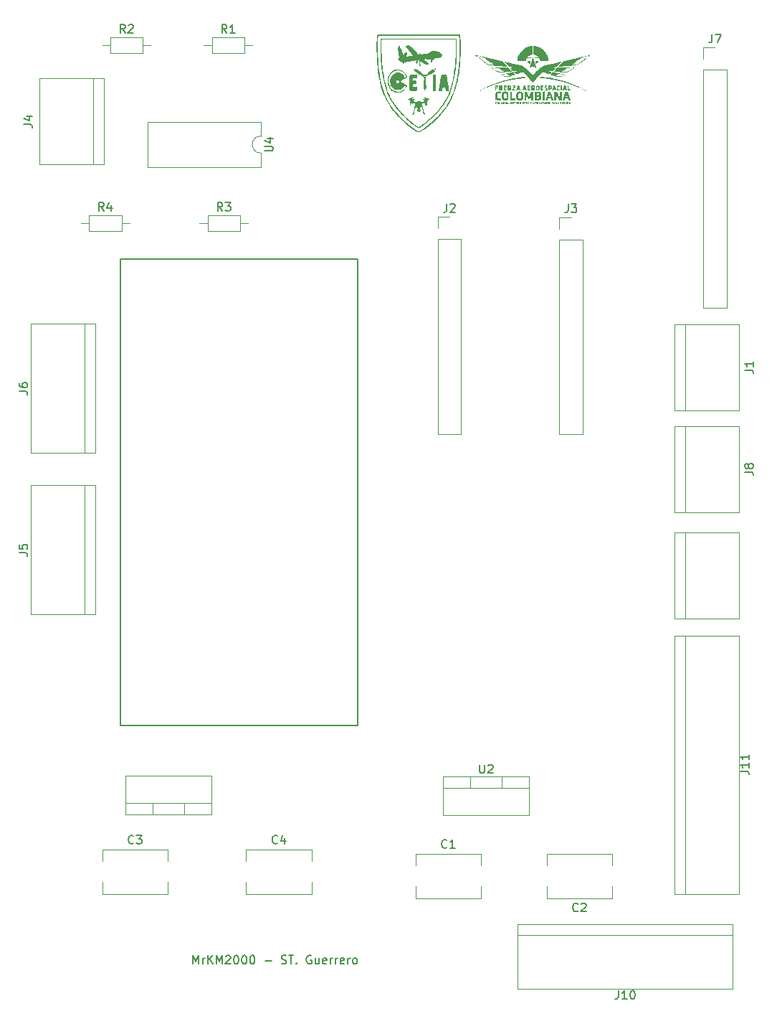
<source format=gbr>
%TF.GenerationSoftware,KiCad,Pcbnew,9.0.3*%
%TF.CreationDate,2025-08-08T14:41:56-05:00*%
%TF.ProjectId,baquelita,62617175-656c-4697-9461-2e6b69636164,rev?*%
%TF.SameCoordinates,Original*%
%TF.FileFunction,Legend,Top*%
%TF.FilePolarity,Positive*%
%FSLAX46Y46*%
G04 Gerber Fmt 4.6, Leading zero omitted, Abs format (unit mm)*
G04 Created by KiCad (PCBNEW 9.0.3) date 2025-08-08 14:41:56*
%MOMM*%
%LPD*%
G01*
G04 APERTURE LIST*
%ADD10C,0.200000*%
%ADD11C,0.150000*%
%ADD12C,0.000000*%
%ADD13C,0.120000*%
%ADD14C,0.127000*%
G04 APERTURE END LIST*
D10*
X52369673Y-152867219D02*
X52369673Y-151867219D01*
X52369673Y-151867219D02*
X52703006Y-152581504D01*
X52703006Y-152581504D02*
X53036339Y-151867219D01*
X53036339Y-151867219D02*
X53036339Y-152867219D01*
X53512530Y-152867219D02*
X53512530Y-152200552D01*
X53512530Y-152391028D02*
X53560149Y-152295790D01*
X53560149Y-152295790D02*
X53607768Y-152248171D01*
X53607768Y-152248171D02*
X53703006Y-152200552D01*
X53703006Y-152200552D02*
X53798244Y-152200552D01*
X54131578Y-152867219D02*
X54131578Y-151867219D01*
X54703006Y-152867219D02*
X54274435Y-152295790D01*
X54703006Y-151867219D02*
X54131578Y-152438647D01*
X55131578Y-152867219D02*
X55131578Y-151867219D01*
X55131578Y-151867219D02*
X55464911Y-152581504D01*
X55464911Y-152581504D02*
X55798244Y-151867219D01*
X55798244Y-151867219D02*
X55798244Y-152867219D01*
X56226816Y-151962457D02*
X56274435Y-151914838D01*
X56274435Y-151914838D02*
X56369673Y-151867219D01*
X56369673Y-151867219D02*
X56607768Y-151867219D01*
X56607768Y-151867219D02*
X56703006Y-151914838D01*
X56703006Y-151914838D02*
X56750625Y-151962457D01*
X56750625Y-151962457D02*
X56798244Y-152057695D01*
X56798244Y-152057695D02*
X56798244Y-152152933D01*
X56798244Y-152152933D02*
X56750625Y-152295790D01*
X56750625Y-152295790D02*
X56179197Y-152867219D01*
X56179197Y-152867219D02*
X56798244Y-152867219D01*
X57417292Y-151867219D02*
X57512530Y-151867219D01*
X57512530Y-151867219D02*
X57607768Y-151914838D01*
X57607768Y-151914838D02*
X57655387Y-151962457D01*
X57655387Y-151962457D02*
X57703006Y-152057695D01*
X57703006Y-152057695D02*
X57750625Y-152248171D01*
X57750625Y-152248171D02*
X57750625Y-152486266D01*
X57750625Y-152486266D02*
X57703006Y-152676742D01*
X57703006Y-152676742D02*
X57655387Y-152771980D01*
X57655387Y-152771980D02*
X57607768Y-152819600D01*
X57607768Y-152819600D02*
X57512530Y-152867219D01*
X57512530Y-152867219D02*
X57417292Y-152867219D01*
X57417292Y-152867219D02*
X57322054Y-152819600D01*
X57322054Y-152819600D02*
X57274435Y-152771980D01*
X57274435Y-152771980D02*
X57226816Y-152676742D01*
X57226816Y-152676742D02*
X57179197Y-152486266D01*
X57179197Y-152486266D02*
X57179197Y-152248171D01*
X57179197Y-152248171D02*
X57226816Y-152057695D01*
X57226816Y-152057695D02*
X57274435Y-151962457D01*
X57274435Y-151962457D02*
X57322054Y-151914838D01*
X57322054Y-151914838D02*
X57417292Y-151867219D01*
X58369673Y-151867219D02*
X58464911Y-151867219D01*
X58464911Y-151867219D02*
X58560149Y-151914838D01*
X58560149Y-151914838D02*
X58607768Y-151962457D01*
X58607768Y-151962457D02*
X58655387Y-152057695D01*
X58655387Y-152057695D02*
X58703006Y-152248171D01*
X58703006Y-152248171D02*
X58703006Y-152486266D01*
X58703006Y-152486266D02*
X58655387Y-152676742D01*
X58655387Y-152676742D02*
X58607768Y-152771980D01*
X58607768Y-152771980D02*
X58560149Y-152819600D01*
X58560149Y-152819600D02*
X58464911Y-152867219D01*
X58464911Y-152867219D02*
X58369673Y-152867219D01*
X58369673Y-152867219D02*
X58274435Y-152819600D01*
X58274435Y-152819600D02*
X58226816Y-152771980D01*
X58226816Y-152771980D02*
X58179197Y-152676742D01*
X58179197Y-152676742D02*
X58131578Y-152486266D01*
X58131578Y-152486266D02*
X58131578Y-152248171D01*
X58131578Y-152248171D02*
X58179197Y-152057695D01*
X58179197Y-152057695D02*
X58226816Y-151962457D01*
X58226816Y-151962457D02*
X58274435Y-151914838D01*
X58274435Y-151914838D02*
X58369673Y-151867219D01*
X59322054Y-151867219D02*
X59417292Y-151867219D01*
X59417292Y-151867219D02*
X59512530Y-151914838D01*
X59512530Y-151914838D02*
X59560149Y-151962457D01*
X59560149Y-151962457D02*
X59607768Y-152057695D01*
X59607768Y-152057695D02*
X59655387Y-152248171D01*
X59655387Y-152248171D02*
X59655387Y-152486266D01*
X59655387Y-152486266D02*
X59607768Y-152676742D01*
X59607768Y-152676742D02*
X59560149Y-152771980D01*
X59560149Y-152771980D02*
X59512530Y-152819600D01*
X59512530Y-152819600D02*
X59417292Y-152867219D01*
X59417292Y-152867219D02*
X59322054Y-152867219D01*
X59322054Y-152867219D02*
X59226816Y-152819600D01*
X59226816Y-152819600D02*
X59179197Y-152771980D01*
X59179197Y-152771980D02*
X59131578Y-152676742D01*
X59131578Y-152676742D02*
X59083959Y-152486266D01*
X59083959Y-152486266D02*
X59083959Y-152248171D01*
X59083959Y-152248171D02*
X59131578Y-152057695D01*
X59131578Y-152057695D02*
X59179197Y-151962457D01*
X59179197Y-151962457D02*
X59226816Y-151914838D01*
X59226816Y-151914838D02*
X59322054Y-151867219D01*
X60845864Y-152486266D02*
X61607769Y-152486266D01*
X62798245Y-152819600D02*
X62941102Y-152867219D01*
X62941102Y-152867219D02*
X63179197Y-152867219D01*
X63179197Y-152867219D02*
X63274435Y-152819600D01*
X63274435Y-152819600D02*
X63322054Y-152771980D01*
X63322054Y-152771980D02*
X63369673Y-152676742D01*
X63369673Y-152676742D02*
X63369673Y-152581504D01*
X63369673Y-152581504D02*
X63322054Y-152486266D01*
X63322054Y-152486266D02*
X63274435Y-152438647D01*
X63274435Y-152438647D02*
X63179197Y-152391028D01*
X63179197Y-152391028D02*
X62988721Y-152343409D01*
X62988721Y-152343409D02*
X62893483Y-152295790D01*
X62893483Y-152295790D02*
X62845864Y-152248171D01*
X62845864Y-152248171D02*
X62798245Y-152152933D01*
X62798245Y-152152933D02*
X62798245Y-152057695D01*
X62798245Y-152057695D02*
X62845864Y-151962457D01*
X62845864Y-151962457D02*
X62893483Y-151914838D01*
X62893483Y-151914838D02*
X62988721Y-151867219D01*
X62988721Y-151867219D02*
X63226816Y-151867219D01*
X63226816Y-151867219D02*
X63369673Y-151914838D01*
X63655388Y-151867219D02*
X64226816Y-151867219D01*
X63941102Y-152867219D02*
X63941102Y-151867219D01*
X64560150Y-152771980D02*
X64607769Y-152819600D01*
X64607769Y-152819600D02*
X64560150Y-152867219D01*
X64560150Y-152867219D02*
X64512531Y-152819600D01*
X64512531Y-152819600D02*
X64560150Y-152771980D01*
X64560150Y-152771980D02*
X64560150Y-152867219D01*
X66322054Y-151914838D02*
X66226816Y-151867219D01*
X66226816Y-151867219D02*
X66083959Y-151867219D01*
X66083959Y-151867219D02*
X65941102Y-151914838D01*
X65941102Y-151914838D02*
X65845864Y-152010076D01*
X65845864Y-152010076D02*
X65798245Y-152105314D01*
X65798245Y-152105314D02*
X65750626Y-152295790D01*
X65750626Y-152295790D02*
X65750626Y-152438647D01*
X65750626Y-152438647D02*
X65798245Y-152629123D01*
X65798245Y-152629123D02*
X65845864Y-152724361D01*
X65845864Y-152724361D02*
X65941102Y-152819600D01*
X65941102Y-152819600D02*
X66083959Y-152867219D01*
X66083959Y-152867219D02*
X66179197Y-152867219D01*
X66179197Y-152867219D02*
X66322054Y-152819600D01*
X66322054Y-152819600D02*
X66369673Y-152771980D01*
X66369673Y-152771980D02*
X66369673Y-152438647D01*
X66369673Y-152438647D02*
X66179197Y-152438647D01*
X67226816Y-152200552D02*
X67226816Y-152867219D01*
X66798245Y-152200552D02*
X66798245Y-152724361D01*
X66798245Y-152724361D02*
X66845864Y-152819600D01*
X66845864Y-152819600D02*
X66941102Y-152867219D01*
X66941102Y-152867219D02*
X67083959Y-152867219D01*
X67083959Y-152867219D02*
X67179197Y-152819600D01*
X67179197Y-152819600D02*
X67226816Y-152771980D01*
X68083959Y-152819600D02*
X67988721Y-152867219D01*
X67988721Y-152867219D02*
X67798245Y-152867219D01*
X67798245Y-152867219D02*
X67703007Y-152819600D01*
X67703007Y-152819600D02*
X67655388Y-152724361D01*
X67655388Y-152724361D02*
X67655388Y-152343409D01*
X67655388Y-152343409D02*
X67703007Y-152248171D01*
X67703007Y-152248171D02*
X67798245Y-152200552D01*
X67798245Y-152200552D02*
X67988721Y-152200552D01*
X67988721Y-152200552D02*
X68083959Y-152248171D01*
X68083959Y-152248171D02*
X68131578Y-152343409D01*
X68131578Y-152343409D02*
X68131578Y-152438647D01*
X68131578Y-152438647D02*
X67655388Y-152533885D01*
X68560150Y-152867219D02*
X68560150Y-152200552D01*
X68560150Y-152391028D02*
X68607769Y-152295790D01*
X68607769Y-152295790D02*
X68655388Y-152248171D01*
X68655388Y-152248171D02*
X68750626Y-152200552D01*
X68750626Y-152200552D02*
X68845864Y-152200552D01*
X69179198Y-152867219D02*
X69179198Y-152200552D01*
X69179198Y-152391028D02*
X69226817Y-152295790D01*
X69226817Y-152295790D02*
X69274436Y-152248171D01*
X69274436Y-152248171D02*
X69369674Y-152200552D01*
X69369674Y-152200552D02*
X69464912Y-152200552D01*
X70179198Y-152819600D02*
X70083960Y-152867219D01*
X70083960Y-152867219D02*
X69893484Y-152867219D01*
X69893484Y-152867219D02*
X69798246Y-152819600D01*
X69798246Y-152819600D02*
X69750627Y-152724361D01*
X69750627Y-152724361D02*
X69750627Y-152343409D01*
X69750627Y-152343409D02*
X69798246Y-152248171D01*
X69798246Y-152248171D02*
X69893484Y-152200552D01*
X69893484Y-152200552D02*
X70083960Y-152200552D01*
X70083960Y-152200552D02*
X70179198Y-152248171D01*
X70179198Y-152248171D02*
X70226817Y-152343409D01*
X70226817Y-152343409D02*
X70226817Y-152438647D01*
X70226817Y-152438647D02*
X69750627Y-152533885D01*
X70655389Y-152867219D02*
X70655389Y-152200552D01*
X70655389Y-152391028D02*
X70703008Y-152295790D01*
X70703008Y-152295790D02*
X70750627Y-152248171D01*
X70750627Y-152248171D02*
X70845865Y-152200552D01*
X70845865Y-152200552D02*
X70941103Y-152200552D01*
X71417294Y-152867219D02*
X71322056Y-152819600D01*
X71322056Y-152819600D02*
X71274437Y-152771980D01*
X71274437Y-152771980D02*
X71226818Y-152676742D01*
X71226818Y-152676742D02*
X71226818Y-152391028D01*
X71226818Y-152391028D02*
X71274437Y-152295790D01*
X71274437Y-152295790D02*
X71322056Y-152248171D01*
X71322056Y-152248171D02*
X71417294Y-152200552D01*
X71417294Y-152200552D02*
X71560151Y-152200552D01*
X71560151Y-152200552D02*
X71655389Y-152248171D01*
X71655389Y-152248171D02*
X71703008Y-152295790D01*
X71703008Y-152295790D02*
X71750627Y-152391028D01*
X71750627Y-152391028D02*
X71750627Y-152676742D01*
X71750627Y-152676742D02*
X71703008Y-152771980D01*
X71703008Y-152771980D02*
X71655389Y-152819600D01*
X71655389Y-152819600D02*
X71560151Y-152867219D01*
X71560151Y-152867219D02*
X71417294Y-152867219D01*
D11*
X102620476Y-156004819D02*
X102620476Y-156719104D01*
X102620476Y-156719104D02*
X102572857Y-156861961D01*
X102572857Y-156861961D02*
X102477619Y-156957200D01*
X102477619Y-156957200D02*
X102334762Y-157004819D01*
X102334762Y-157004819D02*
X102239524Y-157004819D01*
X103620476Y-157004819D02*
X103049048Y-157004819D01*
X103334762Y-157004819D02*
X103334762Y-156004819D01*
X103334762Y-156004819D02*
X103239524Y-156147676D01*
X103239524Y-156147676D02*
X103144286Y-156242914D01*
X103144286Y-156242914D02*
X103049048Y-156290533D01*
X104239524Y-156004819D02*
X104334762Y-156004819D01*
X104334762Y-156004819D02*
X104430000Y-156052438D01*
X104430000Y-156052438D02*
X104477619Y-156100057D01*
X104477619Y-156100057D02*
X104525238Y-156195295D01*
X104525238Y-156195295D02*
X104572857Y-156385771D01*
X104572857Y-156385771D02*
X104572857Y-156623866D01*
X104572857Y-156623866D02*
X104525238Y-156814342D01*
X104525238Y-156814342D02*
X104477619Y-156909580D01*
X104477619Y-156909580D02*
X104430000Y-156957200D01*
X104430000Y-156957200D02*
X104334762Y-157004819D01*
X104334762Y-157004819D02*
X104239524Y-157004819D01*
X104239524Y-157004819D02*
X104144286Y-156957200D01*
X104144286Y-156957200D02*
X104096667Y-156909580D01*
X104096667Y-156909580D02*
X104049048Y-156814342D01*
X104049048Y-156814342D02*
X104001429Y-156623866D01*
X104001429Y-156623866D02*
X104001429Y-156385771D01*
X104001429Y-156385771D02*
X104049048Y-156195295D01*
X104049048Y-156195295D02*
X104096667Y-156100057D01*
X104096667Y-156100057D02*
X104144286Y-156052438D01*
X104144286Y-156052438D02*
X104239524Y-156004819D01*
X82316666Y-63174819D02*
X82316666Y-63889104D01*
X82316666Y-63889104D02*
X82269047Y-64031961D01*
X82269047Y-64031961D02*
X82173809Y-64127200D01*
X82173809Y-64127200D02*
X82030952Y-64174819D01*
X82030952Y-64174819D02*
X81935714Y-64174819D01*
X82745238Y-63270057D02*
X82792857Y-63222438D01*
X82792857Y-63222438D02*
X82888095Y-63174819D01*
X82888095Y-63174819D02*
X83126190Y-63174819D01*
X83126190Y-63174819D02*
X83221428Y-63222438D01*
X83221428Y-63222438D02*
X83269047Y-63270057D01*
X83269047Y-63270057D02*
X83316666Y-63365295D01*
X83316666Y-63365295D02*
X83316666Y-63460533D01*
X83316666Y-63460533D02*
X83269047Y-63603390D01*
X83269047Y-63603390D02*
X82697619Y-64174819D01*
X82697619Y-64174819D02*
X83316666Y-64174819D01*
X96666666Y-63214819D02*
X96666666Y-63929104D01*
X96666666Y-63929104D02*
X96619047Y-64071961D01*
X96619047Y-64071961D02*
X96523809Y-64167200D01*
X96523809Y-64167200D02*
X96380952Y-64214819D01*
X96380952Y-64214819D02*
X96285714Y-64214819D01*
X97047619Y-63214819D02*
X97666666Y-63214819D01*
X97666666Y-63214819D02*
X97333333Y-63595771D01*
X97333333Y-63595771D02*
X97476190Y-63595771D01*
X97476190Y-63595771D02*
X97571428Y-63643390D01*
X97571428Y-63643390D02*
X97619047Y-63691009D01*
X97619047Y-63691009D02*
X97666666Y-63786247D01*
X97666666Y-63786247D02*
X97666666Y-64024342D01*
X97666666Y-64024342D02*
X97619047Y-64119580D01*
X97619047Y-64119580D02*
X97571428Y-64167200D01*
X97571428Y-64167200D02*
X97476190Y-64214819D01*
X97476190Y-64214819D02*
X97190476Y-64214819D01*
X97190476Y-64214819D02*
X97095238Y-64167200D01*
X97095238Y-64167200D02*
X97047619Y-64119580D01*
X113666666Y-43174819D02*
X113666666Y-43889104D01*
X113666666Y-43889104D02*
X113619047Y-44031961D01*
X113619047Y-44031961D02*
X113523809Y-44127200D01*
X113523809Y-44127200D02*
X113380952Y-44174819D01*
X113380952Y-44174819D02*
X113285714Y-44174819D01*
X114047619Y-43174819D02*
X114714285Y-43174819D01*
X114714285Y-43174819D02*
X114285714Y-44174819D01*
X117004819Y-130139523D02*
X117719104Y-130139523D01*
X117719104Y-130139523D02*
X117861961Y-130187142D01*
X117861961Y-130187142D02*
X117957200Y-130282380D01*
X117957200Y-130282380D02*
X118004819Y-130425237D01*
X118004819Y-130425237D02*
X118004819Y-130520475D01*
X118004819Y-129139523D02*
X118004819Y-129710951D01*
X118004819Y-129425237D02*
X117004819Y-129425237D01*
X117004819Y-129425237D02*
X117147676Y-129520475D01*
X117147676Y-129520475D02*
X117242914Y-129615713D01*
X117242914Y-129615713D02*
X117290533Y-129710951D01*
X118004819Y-128187142D02*
X118004819Y-128758570D01*
X118004819Y-128472856D02*
X117004819Y-128472856D01*
X117004819Y-128472856D02*
X117147676Y-128568094D01*
X117147676Y-128568094D02*
X117242914Y-128663332D01*
X117242914Y-128663332D02*
X117290533Y-128758570D01*
X86198095Y-129354819D02*
X86198095Y-130164342D01*
X86198095Y-130164342D02*
X86245714Y-130259580D01*
X86245714Y-130259580D02*
X86293333Y-130307200D01*
X86293333Y-130307200D02*
X86388571Y-130354819D01*
X86388571Y-130354819D02*
X86579047Y-130354819D01*
X86579047Y-130354819D02*
X86674285Y-130307200D01*
X86674285Y-130307200D02*
X86721904Y-130259580D01*
X86721904Y-130259580D02*
X86769523Y-130164342D01*
X86769523Y-130164342D02*
X86769523Y-129354819D01*
X87198095Y-129450057D02*
X87245714Y-129402438D01*
X87245714Y-129402438D02*
X87340952Y-129354819D01*
X87340952Y-129354819D02*
X87579047Y-129354819D01*
X87579047Y-129354819D02*
X87674285Y-129402438D01*
X87674285Y-129402438D02*
X87721904Y-129450057D01*
X87721904Y-129450057D02*
X87769523Y-129545295D01*
X87769523Y-129545295D02*
X87769523Y-129640533D01*
X87769523Y-129640533D02*
X87721904Y-129783390D01*
X87721904Y-129783390D02*
X87150476Y-130354819D01*
X87150476Y-130354819D02*
X87769523Y-130354819D01*
X45333333Y-138609580D02*
X45285714Y-138657200D01*
X45285714Y-138657200D02*
X45142857Y-138704819D01*
X45142857Y-138704819D02*
X45047619Y-138704819D01*
X45047619Y-138704819D02*
X44904762Y-138657200D01*
X44904762Y-138657200D02*
X44809524Y-138561961D01*
X44809524Y-138561961D02*
X44761905Y-138466723D01*
X44761905Y-138466723D02*
X44714286Y-138276247D01*
X44714286Y-138276247D02*
X44714286Y-138133390D01*
X44714286Y-138133390D02*
X44761905Y-137942914D01*
X44761905Y-137942914D02*
X44809524Y-137847676D01*
X44809524Y-137847676D02*
X44904762Y-137752438D01*
X44904762Y-137752438D02*
X45047619Y-137704819D01*
X45047619Y-137704819D02*
X45142857Y-137704819D01*
X45142857Y-137704819D02*
X45285714Y-137752438D01*
X45285714Y-137752438D02*
X45333333Y-137800057D01*
X45666667Y-137704819D02*
X46285714Y-137704819D01*
X46285714Y-137704819D02*
X45952381Y-138085771D01*
X45952381Y-138085771D02*
X46095238Y-138085771D01*
X46095238Y-138085771D02*
X46190476Y-138133390D01*
X46190476Y-138133390D02*
X46238095Y-138181009D01*
X46238095Y-138181009D02*
X46285714Y-138276247D01*
X46285714Y-138276247D02*
X46285714Y-138514342D01*
X46285714Y-138514342D02*
X46238095Y-138609580D01*
X46238095Y-138609580D02*
X46190476Y-138657200D01*
X46190476Y-138657200D02*
X46095238Y-138704819D01*
X46095238Y-138704819D02*
X45809524Y-138704819D01*
X45809524Y-138704819D02*
X45714286Y-138657200D01*
X45714286Y-138657200D02*
X45666667Y-138609580D01*
X55833333Y-64034819D02*
X55500000Y-63558628D01*
X55261905Y-64034819D02*
X55261905Y-63034819D01*
X55261905Y-63034819D02*
X55642857Y-63034819D01*
X55642857Y-63034819D02*
X55738095Y-63082438D01*
X55738095Y-63082438D02*
X55785714Y-63130057D01*
X55785714Y-63130057D02*
X55833333Y-63225295D01*
X55833333Y-63225295D02*
X55833333Y-63368152D01*
X55833333Y-63368152D02*
X55785714Y-63463390D01*
X55785714Y-63463390D02*
X55738095Y-63511009D01*
X55738095Y-63511009D02*
X55642857Y-63558628D01*
X55642857Y-63558628D02*
X55261905Y-63558628D01*
X56166667Y-63034819D02*
X56785714Y-63034819D01*
X56785714Y-63034819D02*
X56452381Y-63415771D01*
X56452381Y-63415771D02*
X56595238Y-63415771D01*
X56595238Y-63415771D02*
X56690476Y-63463390D01*
X56690476Y-63463390D02*
X56738095Y-63511009D01*
X56738095Y-63511009D02*
X56785714Y-63606247D01*
X56785714Y-63606247D02*
X56785714Y-63844342D01*
X56785714Y-63844342D02*
X56738095Y-63939580D01*
X56738095Y-63939580D02*
X56690476Y-63987200D01*
X56690476Y-63987200D02*
X56595238Y-64034819D01*
X56595238Y-64034819D02*
X56309524Y-64034819D01*
X56309524Y-64034819D02*
X56214286Y-63987200D01*
X56214286Y-63987200D02*
X56166667Y-63939580D01*
X97833333Y-146609580D02*
X97785714Y-146657200D01*
X97785714Y-146657200D02*
X97642857Y-146704819D01*
X97642857Y-146704819D02*
X97547619Y-146704819D01*
X97547619Y-146704819D02*
X97404762Y-146657200D01*
X97404762Y-146657200D02*
X97309524Y-146561961D01*
X97309524Y-146561961D02*
X97261905Y-146466723D01*
X97261905Y-146466723D02*
X97214286Y-146276247D01*
X97214286Y-146276247D02*
X97214286Y-146133390D01*
X97214286Y-146133390D02*
X97261905Y-145942914D01*
X97261905Y-145942914D02*
X97309524Y-145847676D01*
X97309524Y-145847676D02*
X97404762Y-145752438D01*
X97404762Y-145752438D02*
X97547619Y-145704819D01*
X97547619Y-145704819D02*
X97642857Y-145704819D01*
X97642857Y-145704819D02*
X97785714Y-145752438D01*
X97785714Y-145752438D02*
X97833333Y-145800057D01*
X98214286Y-145800057D02*
X98261905Y-145752438D01*
X98261905Y-145752438D02*
X98357143Y-145704819D01*
X98357143Y-145704819D02*
X98595238Y-145704819D01*
X98595238Y-145704819D02*
X98690476Y-145752438D01*
X98690476Y-145752438D02*
X98738095Y-145800057D01*
X98738095Y-145800057D02*
X98785714Y-145895295D01*
X98785714Y-145895295D02*
X98785714Y-145990533D01*
X98785714Y-145990533D02*
X98738095Y-146133390D01*
X98738095Y-146133390D02*
X98166667Y-146704819D01*
X98166667Y-146704819D02*
X98785714Y-146704819D01*
X31804819Y-85283333D02*
X32519104Y-85283333D01*
X32519104Y-85283333D02*
X32661961Y-85330952D01*
X32661961Y-85330952D02*
X32757200Y-85426190D01*
X32757200Y-85426190D02*
X32804819Y-85569047D01*
X32804819Y-85569047D02*
X32804819Y-85664285D01*
X31804819Y-84378571D02*
X31804819Y-84569047D01*
X31804819Y-84569047D02*
X31852438Y-84664285D01*
X31852438Y-84664285D02*
X31900057Y-84711904D01*
X31900057Y-84711904D02*
X32042914Y-84807142D01*
X32042914Y-84807142D02*
X32233390Y-84854761D01*
X32233390Y-84854761D02*
X32614342Y-84854761D01*
X32614342Y-84854761D02*
X32709580Y-84807142D01*
X32709580Y-84807142D02*
X32757200Y-84759523D01*
X32757200Y-84759523D02*
X32804819Y-84664285D01*
X32804819Y-84664285D02*
X32804819Y-84473809D01*
X32804819Y-84473809D02*
X32757200Y-84378571D01*
X32757200Y-84378571D02*
X32709580Y-84330952D01*
X32709580Y-84330952D02*
X32614342Y-84283333D01*
X32614342Y-84283333D02*
X32376247Y-84283333D01*
X32376247Y-84283333D02*
X32281009Y-84330952D01*
X32281009Y-84330952D02*
X32233390Y-84378571D01*
X32233390Y-84378571D02*
X32185771Y-84473809D01*
X32185771Y-84473809D02*
X32185771Y-84664285D01*
X32185771Y-84664285D02*
X32233390Y-84759523D01*
X32233390Y-84759523D02*
X32281009Y-84807142D01*
X32281009Y-84807142D02*
X32376247Y-84854761D01*
X117534819Y-82793333D02*
X118249104Y-82793333D01*
X118249104Y-82793333D02*
X118391961Y-82840952D01*
X118391961Y-82840952D02*
X118487200Y-82936190D01*
X118487200Y-82936190D02*
X118534819Y-83079047D01*
X118534819Y-83079047D02*
X118534819Y-83174285D01*
X118534819Y-81793333D02*
X118534819Y-82364761D01*
X118534819Y-82079047D02*
X117534819Y-82079047D01*
X117534819Y-82079047D02*
X117677676Y-82174285D01*
X117677676Y-82174285D02*
X117772914Y-82269523D01*
X117772914Y-82269523D02*
X117820533Y-82364761D01*
X62333333Y-138609580D02*
X62285714Y-138657200D01*
X62285714Y-138657200D02*
X62142857Y-138704819D01*
X62142857Y-138704819D02*
X62047619Y-138704819D01*
X62047619Y-138704819D02*
X61904762Y-138657200D01*
X61904762Y-138657200D02*
X61809524Y-138561961D01*
X61809524Y-138561961D02*
X61761905Y-138466723D01*
X61761905Y-138466723D02*
X61714286Y-138276247D01*
X61714286Y-138276247D02*
X61714286Y-138133390D01*
X61714286Y-138133390D02*
X61761905Y-137942914D01*
X61761905Y-137942914D02*
X61809524Y-137847676D01*
X61809524Y-137847676D02*
X61904762Y-137752438D01*
X61904762Y-137752438D02*
X62047619Y-137704819D01*
X62047619Y-137704819D02*
X62142857Y-137704819D01*
X62142857Y-137704819D02*
X62285714Y-137752438D01*
X62285714Y-137752438D02*
X62333333Y-137800057D01*
X63190476Y-138038152D02*
X63190476Y-138704819D01*
X62952381Y-137657200D02*
X62714286Y-138371485D01*
X62714286Y-138371485D02*
X63333333Y-138371485D01*
X82333333Y-139109580D02*
X82285714Y-139157200D01*
X82285714Y-139157200D02*
X82142857Y-139204819D01*
X82142857Y-139204819D02*
X82047619Y-139204819D01*
X82047619Y-139204819D02*
X81904762Y-139157200D01*
X81904762Y-139157200D02*
X81809524Y-139061961D01*
X81809524Y-139061961D02*
X81761905Y-138966723D01*
X81761905Y-138966723D02*
X81714286Y-138776247D01*
X81714286Y-138776247D02*
X81714286Y-138633390D01*
X81714286Y-138633390D02*
X81761905Y-138442914D01*
X81761905Y-138442914D02*
X81809524Y-138347676D01*
X81809524Y-138347676D02*
X81904762Y-138252438D01*
X81904762Y-138252438D02*
X82047619Y-138204819D01*
X82047619Y-138204819D02*
X82142857Y-138204819D01*
X82142857Y-138204819D02*
X82285714Y-138252438D01*
X82285714Y-138252438D02*
X82333333Y-138300057D01*
X83285714Y-139204819D02*
X82714286Y-139204819D01*
X83000000Y-139204819D02*
X83000000Y-138204819D01*
X83000000Y-138204819D02*
X82904762Y-138347676D01*
X82904762Y-138347676D02*
X82809524Y-138442914D01*
X82809524Y-138442914D02*
X82714286Y-138490533D01*
X44333333Y-43034819D02*
X44000000Y-42558628D01*
X43761905Y-43034819D02*
X43761905Y-42034819D01*
X43761905Y-42034819D02*
X44142857Y-42034819D01*
X44142857Y-42034819D02*
X44238095Y-42082438D01*
X44238095Y-42082438D02*
X44285714Y-42130057D01*
X44285714Y-42130057D02*
X44333333Y-42225295D01*
X44333333Y-42225295D02*
X44333333Y-42368152D01*
X44333333Y-42368152D02*
X44285714Y-42463390D01*
X44285714Y-42463390D02*
X44238095Y-42511009D01*
X44238095Y-42511009D02*
X44142857Y-42558628D01*
X44142857Y-42558628D02*
X43761905Y-42558628D01*
X44714286Y-42130057D02*
X44761905Y-42082438D01*
X44761905Y-42082438D02*
X44857143Y-42034819D01*
X44857143Y-42034819D02*
X45095238Y-42034819D01*
X45095238Y-42034819D02*
X45190476Y-42082438D01*
X45190476Y-42082438D02*
X45238095Y-42130057D01*
X45238095Y-42130057D02*
X45285714Y-42225295D01*
X45285714Y-42225295D02*
X45285714Y-42320533D01*
X45285714Y-42320533D02*
X45238095Y-42463390D01*
X45238095Y-42463390D02*
X44666667Y-43034819D01*
X44666667Y-43034819D02*
X45285714Y-43034819D01*
X31804819Y-104363333D02*
X32519104Y-104363333D01*
X32519104Y-104363333D02*
X32661961Y-104410952D01*
X32661961Y-104410952D02*
X32757200Y-104506190D01*
X32757200Y-104506190D02*
X32804819Y-104649047D01*
X32804819Y-104649047D02*
X32804819Y-104744285D01*
X31804819Y-103410952D02*
X31804819Y-103887142D01*
X31804819Y-103887142D02*
X32281009Y-103934761D01*
X32281009Y-103934761D02*
X32233390Y-103887142D01*
X32233390Y-103887142D02*
X32185771Y-103791904D01*
X32185771Y-103791904D02*
X32185771Y-103553809D01*
X32185771Y-103553809D02*
X32233390Y-103458571D01*
X32233390Y-103458571D02*
X32281009Y-103410952D01*
X32281009Y-103410952D02*
X32376247Y-103363333D01*
X32376247Y-103363333D02*
X32614342Y-103363333D01*
X32614342Y-103363333D02*
X32709580Y-103410952D01*
X32709580Y-103410952D02*
X32757200Y-103458571D01*
X32757200Y-103458571D02*
X32804819Y-103553809D01*
X32804819Y-103553809D02*
X32804819Y-103791904D01*
X32804819Y-103791904D02*
X32757200Y-103887142D01*
X32757200Y-103887142D02*
X32709580Y-103934761D01*
X32374819Y-53793333D02*
X33089104Y-53793333D01*
X33089104Y-53793333D02*
X33231961Y-53840952D01*
X33231961Y-53840952D02*
X33327200Y-53936190D01*
X33327200Y-53936190D02*
X33374819Y-54079047D01*
X33374819Y-54079047D02*
X33374819Y-54174285D01*
X32708152Y-52888571D02*
X33374819Y-52888571D01*
X32327200Y-53126666D02*
X33041485Y-53364761D01*
X33041485Y-53364761D02*
X33041485Y-52745714D01*
X117534819Y-94833333D02*
X118249104Y-94833333D01*
X118249104Y-94833333D02*
X118391961Y-94880952D01*
X118391961Y-94880952D02*
X118487200Y-94976190D01*
X118487200Y-94976190D02*
X118534819Y-95119047D01*
X118534819Y-95119047D02*
X118534819Y-95214285D01*
X117963390Y-94214285D02*
X117915771Y-94309523D01*
X117915771Y-94309523D02*
X117868152Y-94357142D01*
X117868152Y-94357142D02*
X117772914Y-94404761D01*
X117772914Y-94404761D02*
X117725295Y-94404761D01*
X117725295Y-94404761D02*
X117630057Y-94357142D01*
X117630057Y-94357142D02*
X117582438Y-94309523D01*
X117582438Y-94309523D02*
X117534819Y-94214285D01*
X117534819Y-94214285D02*
X117534819Y-94023809D01*
X117534819Y-94023809D02*
X117582438Y-93928571D01*
X117582438Y-93928571D02*
X117630057Y-93880952D01*
X117630057Y-93880952D02*
X117725295Y-93833333D01*
X117725295Y-93833333D02*
X117772914Y-93833333D01*
X117772914Y-93833333D02*
X117868152Y-93880952D01*
X117868152Y-93880952D02*
X117915771Y-93928571D01*
X117915771Y-93928571D02*
X117963390Y-94023809D01*
X117963390Y-94023809D02*
X117963390Y-94214285D01*
X117963390Y-94214285D02*
X118011009Y-94309523D01*
X118011009Y-94309523D02*
X118058628Y-94357142D01*
X118058628Y-94357142D02*
X118153866Y-94404761D01*
X118153866Y-94404761D02*
X118344342Y-94404761D01*
X118344342Y-94404761D02*
X118439580Y-94357142D01*
X118439580Y-94357142D02*
X118487200Y-94309523D01*
X118487200Y-94309523D02*
X118534819Y-94214285D01*
X118534819Y-94214285D02*
X118534819Y-94023809D01*
X118534819Y-94023809D02*
X118487200Y-93928571D01*
X118487200Y-93928571D02*
X118439580Y-93880952D01*
X118439580Y-93880952D02*
X118344342Y-93833333D01*
X118344342Y-93833333D02*
X118153866Y-93833333D01*
X118153866Y-93833333D02*
X118058628Y-93880952D01*
X118058628Y-93880952D02*
X118011009Y-93928571D01*
X118011009Y-93928571D02*
X117963390Y-94023809D01*
X56333333Y-43034819D02*
X56000000Y-42558628D01*
X55761905Y-43034819D02*
X55761905Y-42034819D01*
X55761905Y-42034819D02*
X56142857Y-42034819D01*
X56142857Y-42034819D02*
X56238095Y-42082438D01*
X56238095Y-42082438D02*
X56285714Y-42130057D01*
X56285714Y-42130057D02*
X56333333Y-42225295D01*
X56333333Y-42225295D02*
X56333333Y-42368152D01*
X56333333Y-42368152D02*
X56285714Y-42463390D01*
X56285714Y-42463390D02*
X56238095Y-42511009D01*
X56238095Y-42511009D02*
X56142857Y-42558628D01*
X56142857Y-42558628D02*
X55761905Y-42558628D01*
X57285714Y-43034819D02*
X56714286Y-43034819D01*
X57000000Y-43034819D02*
X57000000Y-42034819D01*
X57000000Y-42034819D02*
X56904762Y-42177676D01*
X56904762Y-42177676D02*
X56809524Y-42272914D01*
X56809524Y-42272914D02*
X56714286Y-42320533D01*
X60809819Y-56951904D02*
X61619342Y-56951904D01*
X61619342Y-56951904D02*
X61714580Y-56904285D01*
X61714580Y-56904285D02*
X61762200Y-56856666D01*
X61762200Y-56856666D02*
X61809819Y-56761428D01*
X61809819Y-56761428D02*
X61809819Y-56570952D01*
X61809819Y-56570952D02*
X61762200Y-56475714D01*
X61762200Y-56475714D02*
X61714580Y-56428095D01*
X61714580Y-56428095D02*
X61619342Y-56380476D01*
X61619342Y-56380476D02*
X60809819Y-56380476D01*
X61143152Y-55475714D02*
X61809819Y-55475714D01*
X60762200Y-55713809D02*
X61476485Y-55951904D01*
X61476485Y-55951904D02*
X61476485Y-55332857D01*
X41833333Y-64034819D02*
X41500000Y-63558628D01*
X41261905Y-64034819D02*
X41261905Y-63034819D01*
X41261905Y-63034819D02*
X41642857Y-63034819D01*
X41642857Y-63034819D02*
X41738095Y-63082438D01*
X41738095Y-63082438D02*
X41785714Y-63130057D01*
X41785714Y-63130057D02*
X41833333Y-63225295D01*
X41833333Y-63225295D02*
X41833333Y-63368152D01*
X41833333Y-63368152D02*
X41785714Y-63463390D01*
X41785714Y-63463390D02*
X41738095Y-63511009D01*
X41738095Y-63511009D02*
X41642857Y-63558628D01*
X41642857Y-63558628D02*
X41261905Y-63558628D01*
X42690476Y-63368152D02*
X42690476Y-64034819D01*
X42452381Y-62987200D02*
X42214286Y-63701485D01*
X42214286Y-63701485D02*
X42833333Y-63701485D01*
D12*
%TO.C,G\u002A\u002A\u002A*%
G36*
X89712778Y-51359299D02*
G01*
X89716438Y-51368056D01*
X89701559Y-51396397D01*
X89683818Y-51414212D01*
X89658823Y-51428219D01*
X89651377Y-51405678D01*
X89651198Y-51395128D01*
X89664183Y-51357632D01*
X89683818Y-51348972D01*
X89712778Y-51359299D01*
G37*
G36*
X92023891Y-51181102D02*
G01*
X92043316Y-51195804D01*
X92043321Y-51196063D01*
X92027558Y-51208455D01*
X92012901Y-51205454D01*
X91978268Y-51207020D01*
X91969092Y-51215444D01*
X91975236Y-51238161D01*
X91997503Y-51250374D01*
X92043642Y-51283782D01*
X92057199Y-51335790D01*
X92052008Y-51357702D01*
X92019442Y-51390352D01*
X91967445Y-51402474D01*
X91940025Y-51397987D01*
X91914007Y-51377541D01*
X91924020Y-51356522D01*
X91956335Y-51348972D01*
X91991658Y-51339023D01*
X91999828Y-51325189D01*
X91981673Y-51301142D01*
X91956335Y-51290033D01*
X91919798Y-51260942D01*
X91912842Y-51226829D01*
X91920412Y-51189655D01*
X91951711Y-51176112D01*
X91978081Y-51174999D01*
X92023891Y-51181102D01*
G37*
G36*
X96481936Y-51181298D02*
G01*
X96501364Y-51196475D01*
X96501369Y-51196746D01*
X96483155Y-51214415D01*
X96457876Y-51218492D01*
X96424223Y-51230708D01*
X96414386Y-51273614D01*
X96414383Y-51274895D01*
X96428927Y-51325382D01*
X96457876Y-51342671D01*
X96493107Y-51358897D01*
X96501369Y-51370928D01*
X96483887Y-51394173D01*
X96444115Y-51400095D01*
X96407633Y-51389120D01*
X96381313Y-51355794D01*
X96371182Y-51290185D01*
X96370890Y-51271778D01*
X96372837Y-51212030D01*
X96384013Y-51183893D01*
X96412415Y-51175500D01*
X96436129Y-51174999D01*
X96481936Y-51181298D01*
G37*
G36*
X88234905Y-51192151D02*
G01*
X88228978Y-51245032D01*
X88218677Y-51283732D01*
X88188378Y-51358129D01*
X88157091Y-51389973D01*
X88126230Y-51379019D01*
X88097213Y-51325024D01*
X88090739Y-51305821D01*
X88070097Y-51232703D01*
X88065353Y-51192104D01*
X88076152Y-51176200D01*
X88084823Y-51174999D01*
X88104408Y-51193643D01*
X88124195Y-51239179D01*
X88126141Y-51245676D01*
X88146334Y-51316352D01*
X88175023Y-51245676D01*
X88204012Y-51189059D01*
X88225277Y-51172356D01*
X88234905Y-51192151D01*
G37*
G36*
X88409300Y-51182370D02*
G01*
X88445578Y-51197837D01*
X88470515Y-51242331D01*
X88475236Y-51302712D01*
X88459031Y-51355993D01*
X88450787Y-51366369D01*
X88409421Y-51386866D01*
X88355637Y-51391317D01*
X88308805Y-51380259D01*
X88289822Y-51361915D01*
X88283634Y-51319909D01*
X88284025Y-51301314D01*
X88328632Y-51301314D01*
X88350646Y-51339047D01*
X88378341Y-51348972D01*
X88404540Y-51330553D01*
X88411643Y-51283732D01*
X88400117Y-51236258D01*
X88373692Y-51216584D01*
X88344595Y-51229751D01*
X88332521Y-51251112D01*
X88328632Y-51301314D01*
X88284025Y-51301314D01*
X88284880Y-51260635D01*
X88285068Y-51258619D01*
X88295914Y-51207192D01*
X88323126Y-51184632D01*
X88353155Y-51178865D01*
X88409300Y-51182370D01*
G37*
G36*
X88555740Y-51194292D02*
G01*
X88563315Y-51242487D01*
X88563869Y-51261986D01*
X88567516Y-51318895D01*
X88582258Y-51344047D01*
X88607362Y-51348972D01*
X88642700Y-51358079D01*
X88650855Y-51370718D01*
X88631958Y-51385987D01*
X88586427Y-51392463D01*
X88585616Y-51392465D01*
X88546995Y-51390089D01*
X88527737Y-51375483D01*
X88521108Y-51337427D01*
X88520376Y-51283732D01*
X88524288Y-51221706D01*
X88534289Y-51182337D01*
X88542123Y-51174999D01*
X88555740Y-51194292D01*
G37*
G36*
X88823303Y-51206473D02*
G01*
X88856804Y-51268134D01*
X88861169Y-51280394D01*
X88881026Y-51348632D01*
X88880467Y-51381700D01*
X88857722Y-51383720D01*
X88824104Y-51366789D01*
X88785758Y-51349625D01*
X88767837Y-51360406D01*
X88765808Y-51365282D01*
X88745269Y-51391582D01*
X88725381Y-51381580D01*
X88718263Y-51343535D01*
X88728265Y-51272859D01*
X88781335Y-51272859D01*
X88792716Y-51301804D01*
X88802399Y-51305479D01*
X88814364Y-51289538D01*
X88810946Y-51272859D01*
X88795510Y-51244245D01*
X88789881Y-51240239D01*
X88782279Y-51257997D01*
X88781335Y-51272859D01*
X88728265Y-51272859D01*
X88730662Y-51255918D01*
X88755474Y-51202467D01*
X88787941Y-51185285D01*
X88823303Y-51206473D01*
G37*
G36*
X89136415Y-51191678D02*
G01*
X89148513Y-51245770D01*
X89150335Y-51289169D01*
X89148719Y-51353402D01*
X89143145Y-51380646D01*
X89130981Y-51377386D01*
X89119912Y-51364129D01*
X89094219Y-51339710D01*
X89078631Y-51352957D01*
X89078507Y-51353256D01*
X89061304Y-51363930D01*
X89029456Y-51338608D01*
X89021944Y-51330253D01*
X88977054Y-51278914D01*
X88977054Y-51335689D01*
X88969899Y-51377697D01*
X88955307Y-51392465D01*
X88942902Y-51372907D01*
X88935028Y-51322899D01*
X88933561Y-51283732D01*
X88940326Y-51210022D01*
X88958957Y-51176438D01*
X88986955Y-51183989D01*
X89021822Y-51233681D01*
X89027903Y-51245676D01*
X89062438Y-51316352D01*
X89076831Y-51245676D01*
X89095662Y-51188724D01*
X89117161Y-51171694D01*
X89136415Y-51191678D01*
G37*
G36*
X89344402Y-51182370D02*
G01*
X89380681Y-51197837D01*
X89405618Y-51242331D01*
X89410339Y-51302712D01*
X89394134Y-51355993D01*
X89385890Y-51366369D01*
X89344524Y-51386866D01*
X89290739Y-51391317D01*
X89243908Y-51380259D01*
X89224925Y-51361915D01*
X89218737Y-51319909D01*
X89219497Y-51283732D01*
X89281506Y-51283732D01*
X89291231Y-51335526D01*
X89314126Y-51348972D01*
X89340023Y-51329521D01*
X89346746Y-51283732D01*
X89337020Y-51231938D01*
X89314126Y-51218492D01*
X89288229Y-51237943D01*
X89281506Y-51283732D01*
X89219497Y-51283732D01*
X89219983Y-51260635D01*
X89220171Y-51258619D01*
X89231016Y-51207192D01*
X89258229Y-51184632D01*
X89288258Y-51178865D01*
X89344402Y-51182370D01*
G37*
G36*
X89528482Y-51176378D02*
G01*
X89573726Y-51178151D01*
X89578346Y-51183978D01*
X89545204Y-51198642D01*
X89542465Y-51199750D01*
X89488099Y-51221745D01*
X89549232Y-51254130D01*
X89596733Y-51294579D01*
X89606211Y-51337697D01*
X89579352Y-51372740D01*
X89528196Y-51388254D01*
X89476269Y-51386350D01*
X89445757Y-51372542D01*
X89445363Y-51371944D01*
X89451829Y-51354482D01*
X89486815Y-51348972D01*
X89531202Y-51339092D01*
X89540189Y-51316664D01*
X89510543Y-51292510D01*
X89504408Y-51290072D01*
X89455069Y-51258112D01*
X89443379Y-51220817D01*
X89466896Y-51189719D01*
X89523178Y-51176348D01*
X89528482Y-51176378D01*
G37*
G36*
X89961638Y-51182675D02*
G01*
X89975942Y-51200013D01*
X89952280Y-51218480D01*
X89928467Y-51224892D01*
X89879537Y-51234316D01*
X89928467Y-51237277D01*
X89969941Y-51249234D01*
X89971939Y-51270492D01*
X89933903Y-51290033D01*
X89898608Y-51309190D01*
X89890410Y-51325189D01*
X89908604Y-51344504D01*
X89933903Y-51348972D01*
X89969241Y-51358079D01*
X89977396Y-51370718D01*
X89958499Y-51385987D01*
X89912968Y-51392463D01*
X89912157Y-51392465D01*
X89873536Y-51390089D01*
X89854278Y-51375483D01*
X89847650Y-51337427D01*
X89846917Y-51283732D01*
X89848342Y-51219365D01*
X89857106Y-51187267D01*
X89879940Y-51176220D01*
X89912157Y-51174999D01*
X89961638Y-51182675D01*
G37*
G36*
X90116021Y-51193783D02*
G01*
X90149437Y-51241332D01*
X90151497Y-51245676D01*
X90183989Y-51316352D01*
X90190803Y-51245676D01*
X90201239Y-51191165D01*
X90215233Y-51175968D01*
X90228605Y-51196598D01*
X90237175Y-51249571D01*
X90238355Y-51285327D01*
X90236126Y-51350771D01*
X90227105Y-51382338D01*
X90207791Y-51389518D01*
X90200299Y-51388496D01*
X90162438Y-51364452D01*
X90140776Y-51332535D01*
X90114809Y-51290951D01*
X90095025Y-51290723D01*
X90086221Y-51331362D01*
X90086129Y-51338099D01*
X90078685Y-51378967D01*
X90064383Y-51392465D01*
X90051978Y-51372907D01*
X90044104Y-51322899D01*
X90042636Y-51283732D01*
X90045354Y-51217592D01*
X90055855Y-51184712D01*
X90077658Y-51175071D01*
X90080821Y-51174999D01*
X90116021Y-51193783D01*
G37*
G36*
X90408270Y-51180461D02*
G01*
X90433417Y-51193892D01*
X90434075Y-51196746D01*
X90417526Y-51217860D01*
X90412328Y-51218492D01*
X90398710Y-51237785D01*
X90391136Y-51285980D01*
X90390581Y-51305479D01*
X90385758Y-51359950D01*
X90373710Y-51390247D01*
X90368835Y-51392465D01*
X90355217Y-51373172D01*
X90347643Y-51324977D01*
X90347088Y-51305479D01*
X90341702Y-51244994D01*
X90323846Y-51220071D01*
X90314468Y-51218492D01*
X90285529Y-51206750D01*
X90281849Y-51196746D01*
X90300966Y-51182372D01*
X90347973Y-51175187D01*
X90357962Y-51174999D01*
X90408270Y-51180461D01*
G37*
G36*
X90626274Y-51177572D02*
G01*
X90646962Y-51193838D01*
X90649564Y-51236613D01*
X90648428Y-51257601D01*
X90649231Y-51318400D01*
X90657481Y-51361837D01*
X90659704Y-51366334D01*
X90658896Y-51388615D01*
X90641268Y-51392465D01*
X90603825Y-51374851D01*
X90594165Y-51359845D01*
X90572819Y-51331068D01*
X90562227Y-51327225D01*
X90544988Y-51344873D01*
X90542807Y-51359845D01*
X90531065Y-51388785D01*
X90521061Y-51392465D01*
X90508656Y-51372907D01*
X90500782Y-51322899D01*
X90499314Y-51283732D01*
X90499314Y-51251112D01*
X90542807Y-51251112D01*
X90560215Y-51279943D01*
X90575427Y-51283732D01*
X90604258Y-51266325D01*
X90608047Y-51251112D01*
X90590640Y-51222281D01*
X90575427Y-51218492D01*
X90546596Y-51235900D01*
X90542807Y-51251112D01*
X90499314Y-51251112D01*
X90499314Y-51174999D01*
X90576308Y-51174999D01*
X90626274Y-51177572D01*
G37*
G36*
X90848189Y-51181750D02*
G01*
X90867467Y-51197344D01*
X90848431Y-51214794D01*
X90809203Y-51224663D01*
X90749400Y-51233722D01*
X90809203Y-51236981D01*
X90855853Y-51247677D01*
X90867047Y-51266456D01*
X90840408Y-51283742D01*
X90821780Y-51287656D01*
X90778022Y-51303994D01*
X90765708Y-51327447D01*
X90786640Y-51345661D01*
X90812827Y-51348972D01*
X90854555Y-51356197D01*
X90869006Y-51370718D01*
X90849889Y-51385092D01*
X90802882Y-51392277D01*
X90792893Y-51392465D01*
X90716780Y-51392465D01*
X90716780Y-51283732D01*
X90716780Y-51174999D01*
X90792893Y-51174999D01*
X90848189Y-51181750D01*
G37*
G36*
X91095915Y-51192315D02*
G01*
X91105988Y-51239479D01*
X91108218Y-51283732D01*
X91100994Y-51357226D01*
X91081202Y-51391818D01*
X91051662Y-51386075D01*
X91015195Y-51338565D01*
X91011924Y-51332662D01*
X90979480Y-51272859D01*
X90978610Y-51332662D01*
X90967394Y-51380270D01*
X90945119Y-51392465D01*
X90924606Y-51380825D01*
X90914587Y-51340523D01*
X90912499Y-51283732D01*
X90914793Y-51218506D01*
X90924519Y-51185976D01*
X90945945Y-51175460D01*
X90955930Y-51174999D01*
X90999081Y-51196067D01*
X91030269Y-51245676D01*
X91061177Y-51316352D01*
X91062951Y-51245676D01*
X91069498Y-51191294D01*
X91082118Y-51174880D01*
X91095915Y-51192315D01*
G37*
G36*
X91300287Y-51217523D02*
G01*
X91325974Y-51284807D01*
X91340253Y-51354698D01*
X91334744Y-51386807D01*
X91308968Y-51382327D01*
X91291824Y-51369689D01*
X91256793Y-51351762D01*
X91217512Y-51365396D01*
X91212033Y-51368743D01*
X91184412Y-51383424D01*
X91173614Y-51375268D01*
X91175462Y-51336096D01*
X91179463Y-51304998D01*
X91187472Y-51272859D01*
X91230834Y-51272859D01*
X91234068Y-51300939D01*
X91249571Y-51305479D01*
X91270866Y-51290857D01*
X91268309Y-51272859D01*
X91254115Y-51244285D01*
X91249571Y-51240239D01*
X91237625Y-51257172D01*
X91230834Y-51272859D01*
X91187472Y-51272859D01*
X91199835Y-51223245D01*
X91230279Y-51180930D01*
X91265522Y-51178780D01*
X91300287Y-51217523D01*
G37*
G36*
X91613510Y-51181273D02*
G01*
X91626041Y-51207115D01*
X91630008Y-51263055D01*
X91630136Y-51283732D01*
X91625420Y-51352254D01*
X91613255Y-51387639D01*
X91596616Y-51386478D01*
X91578478Y-51345361D01*
X91577959Y-51343535D01*
X91565872Y-51309621D01*
X91552538Y-51315582D01*
X91539906Y-51335906D01*
X91520901Y-51362203D01*
X91502788Y-51357724D01*
X91475498Y-51325033D01*
X91435384Y-51272859D01*
X91434901Y-51332662D01*
X91427722Y-51376072D01*
X91412670Y-51392465D01*
X91400265Y-51372907D01*
X91392391Y-51322899D01*
X91390924Y-51283732D01*
X91393445Y-51218052D01*
X91403571Y-51185337D01*
X91425150Y-51175222D01*
X91431271Y-51174999D01*
X91469361Y-51195942D01*
X91492752Y-51245676D01*
X91513886Y-51316352D01*
X91530246Y-51245676D01*
X91552637Y-51191761D01*
X91588371Y-51174999D01*
X91613510Y-51181273D01*
G37*
G36*
X91847054Y-51194089D02*
G01*
X91860502Y-51229700D01*
X91863669Y-51305106D01*
X91835689Y-51361659D01*
X91781997Y-51390521D01*
X91760399Y-51392465D01*
X91709436Y-51383370D01*
X91682288Y-51361915D01*
X91676100Y-51319909D01*
X91676955Y-51279257D01*
X91722472Y-51279257D01*
X91728058Y-51305673D01*
X91752427Y-51344402D01*
X91780569Y-51345909D01*
X91800707Y-51313592D01*
X91804109Y-51283732D01*
X91794701Y-51232632D01*
X91772772Y-51218492D01*
X91733122Y-51234987D01*
X91722472Y-51279257D01*
X91676955Y-51279257D01*
X91677346Y-51260635D01*
X91677534Y-51258619D01*
X91686475Y-51210144D01*
X91710094Y-51188002D01*
X91762525Y-51179402D01*
X91765319Y-51179167D01*
X91820006Y-51178513D01*
X91847054Y-51194089D01*
G37*
G36*
X92351310Y-51183758D02*
G01*
X92347551Y-51215125D01*
X92324812Y-51276742D01*
X92321922Y-51283732D01*
X92294645Y-51343885D01*
X92272423Y-51383245D01*
X92263324Y-51392174D01*
X92249829Y-51373154D01*
X92229669Y-51324670D01*
X92215630Y-51283441D01*
X92197264Y-51215314D01*
X92196862Y-51181318D01*
X92206870Y-51174999D01*
X92234347Y-51192653D01*
X92254251Y-51223929D01*
X92276108Y-51272859D01*
X92291659Y-51223929D01*
X92314912Y-51185892D01*
X92337160Y-51174999D01*
X92351310Y-51183758D01*
G37*
G36*
X92609664Y-51181708D02*
G01*
X92629935Y-51195983D01*
X92616209Y-51213094D01*
X92581549Y-51222417D01*
X92542744Y-51241223D01*
X92532619Y-51283732D01*
X92544585Y-51328548D01*
X92581549Y-51345048D01*
X92623128Y-51358842D01*
X92626330Y-51376822D01*
X92594297Y-51390220D01*
X92564556Y-51392465D01*
X92513945Y-51383336D01*
X92486911Y-51361915D01*
X92480723Y-51319909D01*
X92481969Y-51260635D01*
X92482157Y-51258619D01*
X92492322Y-51207951D01*
X92519083Y-51185879D01*
X92559802Y-51179058D01*
X92609664Y-51181708D01*
G37*
G36*
X92843756Y-51276908D02*
G01*
X92837831Y-51340003D01*
X92824979Y-51371830D01*
X92796719Y-51384588D01*
X92766245Y-51388417D01*
X92705686Y-51384014D01*
X92683163Y-51363304D01*
X92676598Y-51320209D01*
X92677541Y-51269579D01*
X92718664Y-51269579D01*
X92726511Y-51319431D01*
X92748529Y-51345317D01*
X92773122Y-51336505D01*
X92790560Y-51300012D01*
X92793578Y-51271047D01*
X92783690Y-51220729D01*
X92761256Y-51207619D01*
X92731520Y-51225829D01*
X92718664Y-51269579D01*
X92677541Y-51269579D01*
X92677712Y-51260379D01*
X92677876Y-51258619D01*
X92686598Y-51210593D01*
X92709598Y-51188384D01*
X92760822Y-51179628D01*
X92767643Y-51179049D01*
X92850441Y-51172225D01*
X92843756Y-51276908D01*
G37*
G36*
X93123001Y-51203991D02*
G01*
X93130650Y-51261986D01*
X93131026Y-51321056D01*
X93131962Y-51359980D01*
X93132281Y-51364738D01*
X93117233Y-51385363D01*
X93110534Y-51388297D01*
X93093488Y-51375475D01*
X93085685Y-51334474D01*
X93083498Y-51292965D01*
X93076017Y-51291973D01*
X93060615Y-51321789D01*
X93031724Y-51363668D01*
X93003764Y-51362799D01*
X92980166Y-51332662D01*
X92963436Y-51309063D01*
X92957900Y-51324484D01*
X92957339Y-51343535D01*
X92943491Y-51383887D01*
X92921339Y-51392465D01*
X92898098Y-51383429D01*
X92895406Y-51349135D01*
X92899593Y-51324507D01*
X92909429Y-51262620D01*
X92913184Y-51215774D01*
X92924579Y-51181231D01*
X92950947Y-51178323D01*
X92980566Y-51204346D01*
X92995766Y-51234802D01*
X93016733Y-51294605D01*
X93040533Y-51234802D01*
X93071034Y-51184291D01*
X93100843Y-51174720D01*
X93123001Y-51203991D01*
G37*
G36*
X93344783Y-51283732D02*
G01*
X93345625Y-51392465D01*
X93270757Y-51392465D01*
X93195890Y-51392465D01*
X93195890Y-51325594D01*
X93243551Y-51325594D01*
X93254048Y-51345424D01*
X93272003Y-51348972D01*
X93299068Y-51337938D01*
X93300454Y-51325594D01*
X93278004Y-51303127D01*
X93272003Y-51302217D01*
X93246504Y-51319147D01*
X93243551Y-51325594D01*
X93195890Y-51325594D01*
X93195890Y-51283732D01*
X93195890Y-51218492D01*
X93239383Y-51218492D01*
X93257084Y-51237577D01*
X93273286Y-51240239D01*
X93295795Y-51229696D01*
X93293749Y-51218492D01*
X93265947Y-51197575D01*
X93259846Y-51196746D01*
X93239969Y-51213333D01*
X93239383Y-51218492D01*
X93195890Y-51218492D01*
X93195890Y-51174999D01*
X93269915Y-51174999D01*
X93343941Y-51174999D01*
X93344783Y-51283732D01*
G37*
G36*
X93526111Y-51206426D02*
G01*
X93539738Y-51234802D01*
X93568681Y-51315620D01*
X93579844Y-51364121D01*
X93573960Y-51387343D01*
X93556174Y-51392465D01*
X93526306Y-51381164D01*
X93522088Y-51370718D01*
X93504474Y-51351425D01*
X93489468Y-51348972D01*
X93460529Y-51360714D01*
X93456849Y-51370718D01*
X93439119Y-51389732D01*
X93422501Y-51392465D01*
X93400371Y-51383728D01*
X93398282Y-51350344D01*
X93403519Y-51322502D01*
X93410272Y-51300861D01*
X93470279Y-51300861D01*
X93479278Y-51305479D01*
X93497969Y-51287854D01*
X93500342Y-51272859D01*
X93495689Y-51243844D01*
X93491795Y-51240239D01*
X93477773Y-51257244D01*
X93470731Y-51272859D01*
X93470279Y-51300861D01*
X93410272Y-51300861D01*
X93429446Y-51239414D01*
X93461019Y-51190763D01*
X93494490Y-51178962D01*
X93526111Y-51206426D01*
G37*
G36*
X93743549Y-51179319D02*
G01*
X93778557Y-51190247D01*
X93783047Y-51196746D01*
X93765433Y-51216039D01*
X93750427Y-51218492D01*
X93727746Y-51232856D01*
X93718399Y-51280471D01*
X93717807Y-51305479D01*
X93712421Y-51365963D01*
X93694566Y-51390886D01*
X93685188Y-51392465D01*
X93662506Y-51378101D01*
X93653160Y-51330487D01*
X93652568Y-51305479D01*
X93647181Y-51244994D01*
X93629326Y-51220071D01*
X93619948Y-51218492D01*
X93591008Y-51206750D01*
X93587328Y-51196746D01*
X93606765Y-51183777D01*
X93655942Y-51175997D01*
X93685188Y-51174999D01*
X93743549Y-51179319D01*
G37*
G36*
X93857927Y-51186640D02*
G01*
X93867946Y-51226941D01*
X93870033Y-51283732D01*
X93866541Y-51352110D01*
X93854451Y-51385507D01*
X93837414Y-51392465D01*
X93816900Y-51380825D01*
X93806881Y-51340523D01*
X93804794Y-51283732D01*
X93808286Y-51215354D01*
X93820376Y-51181957D01*
X93837414Y-51174999D01*
X93857927Y-51186640D01*
G37*
G36*
X94130577Y-51182369D02*
G01*
X94132097Y-51191309D01*
X94135318Y-51221279D01*
X94142106Y-51277296D01*
X94145297Y-51302630D01*
X94150070Y-51362036D01*
X94143134Y-51386990D01*
X94127882Y-51387360D01*
X94106054Y-51360477D01*
X94104402Y-51335842D01*
X94106806Y-51307896D01*
X94095718Y-51313988D01*
X94077137Y-51336930D01*
X94046588Y-51364597D01*
X94020501Y-51355808D01*
X94017829Y-51353240D01*
X93983783Y-51329318D01*
X93967033Y-51336129D01*
X93970902Y-51359845D01*
X93969945Y-51387774D01*
X93959346Y-51392465D01*
X93944482Y-51372347D01*
X93936268Y-51318006D01*
X93935273Y-51283732D01*
X93940794Y-51211562D01*
X93956044Y-51179339D01*
X93979051Y-51188179D01*
X94007847Y-51239194D01*
X94009053Y-51242037D01*
X94037240Y-51309074D01*
X94065008Y-51242037D01*
X94090504Y-51196115D01*
X94115178Y-51174095D01*
X94130577Y-51182369D01*
G37*
G36*
X94373100Y-51204005D02*
G01*
X94391886Y-51257523D01*
X94391951Y-51261672D01*
X94385264Y-51336170D01*
X94361140Y-51376822D01*
X94313487Y-51391774D01*
X94294092Y-51392465D01*
X94234361Y-51381839D01*
X94209432Y-51358067D01*
X94199569Y-51311103D01*
X94197400Y-51278295D01*
X94265531Y-51278295D01*
X94266280Y-51329055D01*
X94284556Y-51348046D01*
X94294092Y-51348972D01*
X94318411Y-51337696D01*
X94324043Y-51297524D01*
X94322653Y-51278295D01*
X94312150Y-51230153D01*
X94295724Y-51207813D01*
X94294092Y-51207619D01*
X94277442Y-51226667D01*
X94266096Y-51273051D01*
X94265531Y-51278295D01*
X94197400Y-51278295D01*
X94196232Y-51260621D01*
X94205771Y-51210547D01*
X94241071Y-51186530D01*
X94249029Y-51184323D01*
X94323996Y-51178801D01*
X94373100Y-51204005D01*
G37*
G36*
X94562862Y-51180215D02*
G01*
X94577858Y-51194253D01*
X94576578Y-51197101D01*
X94550516Y-51209646D01*
X94542675Y-51206690D01*
X94507772Y-51204665D01*
X94498761Y-51208808D01*
X94496207Y-51227555D01*
X94525944Y-51248790D01*
X94568908Y-51291010D01*
X94576797Y-51327867D01*
X94569221Y-51366327D01*
X94538035Y-51383797D01*
X94506121Y-51388406D01*
X94457480Y-51386907D01*
X94435599Y-51373661D01*
X94435444Y-51372096D01*
X94454046Y-51354716D01*
X94489811Y-51348972D01*
X94530682Y-51341669D01*
X94544177Y-51327640D01*
X94525725Y-51307027D01*
X94489811Y-51292662D01*
X94446195Y-51267852D01*
X94435444Y-51227008D01*
X94441443Y-51191963D01*
X94467830Y-51177473D01*
X94512841Y-51174999D01*
X94562862Y-51180215D01*
G37*
G36*
X94799700Y-51179123D02*
G01*
X94853348Y-51187061D01*
X94876272Y-51206230D01*
X94881243Y-51247858D01*
X94881249Y-51250814D01*
X94872028Y-51302080D01*
X94840261Y-51323408D01*
X94837756Y-51323915D01*
X94793298Y-51344584D01*
X94776872Y-51362269D01*
X94750640Y-51391455D01*
X94731130Y-51379753D01*
X94720047Y-51329479D01*
X94718150Y-51282419D01*
X94718150Y-51251112D01*
X94783390Y-51251112D01*
X94795132Y-51280052D01*
X94805136Y-51283732D01*
X94824429Y-51266118D01*
X94826883Y-51251112D01*
X94815140Y-51222173D01*
X94805136Y-51218492D01*
X94785843Y-51236106D01*
X94783390Y-51251112D01*
X94718150Y-51251112D01*
X94718150Y-51172374D01*
X94799700Y-51179123D01*
G37*
G36*
X95038646Y-51193223D02*
G01*
X95061999Y-51234802D01*
X95090942Y-51315620D01*
X95102104Y-51364121D01*
X95096220Y-51387343D01*
X95078434Y-51392465D01*
X95048566Y-51381164D01*
X95044349Y-51370718D01*
X95026135Y-51353050D01*
X95000855Y-51348972D01*
X94965518Y-51358079D01*
X94957362Y-51370718D01*
X94940814Y-51391833D01*
X94935616Y-51392465D01*
X94914976Y-51375554D01*
X94913869Y-51367805D01*
X94919746Y-51332401D01*
X94934336Y-51275269D01*
X94935039Y-51272859D01*
X94979109Y-51272859D01*
X94990851Y-51301798D01*
X95000855Y-51305479D01*
X95020149Y-51287865D01*
X95022602Y-51272859D01*
X95010859Y-51243919D01*
X95000855Y-51240239D01*
X94981562Y-51257853D01*
X94979109Y-51272859D01*
X94935039Y-51272859D01*
X94939058Y-51259072D01*
X94968168Y-51197845D01*
X95003376Y-51175499D01*
X95038646Y-51193223D01*
G37*
G36*
X95294071Y-51187450D02*
G01*
X95324508Y-51221287D01*
X95317295Y-51271240D01*
X95310298Y-51283822D01*
X95298215Y-51324440D01*
X95310853Y-51345819D01*
X95326934Y-51373996D01*
X95313264Y-51385471D01*
X95281886Y-51375575D01*
X95265672Y-51363336D01*
X95222504Y-51331612D01*
X95200732Y-51335688D01*
X95196575Y-51359845D01*
X95184832Y-51388785D01*
X95174828Y-51392465D01*
X95162423Y-51372907D01*
X95154549Y-51322899D01*
X95153081Y-51283732D01*
X95153081Y-51251112D01*
X95196575Y-51251112D01*
X95213982Y-51279943D01*
X95229194Y-51283732D01*
X95258025Y-51266325D01*
X95261814Y-51251112D01*
X95244407Y-51222281D01*
X95229194Y-51218492D01*
X95200363Y-51235900D01*
X95196575Y-51251112D01*
X95153081Y-51251112D01*
X95153081Y-51174999D01*
X95229877Y-51174999D01*
X95294071Y-51187450D01*
G37*
G36*
X95516352Y-51194473D02*
G01*
X95542803Y-51254506D01*
X95543376Y-51256549D01*
X95561786Y-51333360D01*
X95563805Y-51376370D01*
X95549486Y-51392042D01*
X95544520Y-51392465D01*
X95523405Y-51375916D01*
X95522773Y-51370718D01*
X95504559Y-51353050D01*
X95479280Y-51348972D01*
X95443943Y-51358079D01*
X95435787Y-51370718D01*
X95419238Y-51391833D01*
X95414040Y-51392465D01*
X95397580Y-51373886D01*
X95392294Y-51339122D01*
X95402611Y-51271575D01*
X95457533Y-51271575D01*
X95468887Y-51301329D01*
X95479280Y-51305479D01*
X95500404Y-51289871D01*
X95501027Y-51285016D01*
X95485219Y-51255563D01*
X95479280Y-51251112D01*
X95460663Y-51256042D01*
X95457533Y-51271575D01*
X95402611Y-51271575D01*
X95402937Y-51269444D01*
X95430042Y-51211406D01*
X95466366Y-51178291D01*
X95481749Y-51174999D01*
X95516352Y-51194473D01*
G37*
G36*
X95741088Y-51197376D02*
G01*
X95757893Y-51244973D01*
X95761653Y-51278295D01*
X95768742Y-51319605D01*
X95784824Y-51323623D01*
X95803363Y-51293683D01*
X95814917Y-51251112D01*
X95831848Y-51200323D01*
X95854870Y-51175552D01*
X95858577Y-51174999D01*
X95875995Y-51191700D01*
X95875876Y-51233172D01*
X95862342Y-51286467D01*
X95839516Y-51338640D01*
X95811519Y-51376744D01*
X95790713Y-51388165D01*
X95761225Y-51384821D01*
X95740508Y-51357835D01*
X95721558Y-51297736D01*
X95720381Y-51293097D01*
X95707297Y-51224635D01*
X95707690Y-51183227D01*
X95720417Y-51174151D01*
X95741088Y-51197376D01*
G37*
G36*
X96040963Y-51181793D02*
G01*
X96065244Y-51196861D01*
X96058338Y-51212227D01*
X96017508Y-51219871D01*
X95984998Y-51222079D01*
X95989936Y-51230063D01*
X96022944Y-51245389D01*
X96060180Y-51263236D01*
X96059029Y-51271815D01*
X96028381Y-51278143D01*
X95990277Y-51296949D01*
X95980980Y-51324664D01*
X96001682Y-51345758D01*
X96022944Y-51348972D01*
X96058282Y-51358079D01*
X96066438Y-51370718D01*
X96047321Y-51385092D01*
X96000313Y-51392277D01*
X95990325Y-51392465D01*
X95914212Y-51392465D01*
X95914212Y-51283732D01*
X95914212Y-51174999D01*
X95990325Y-51174999D01*
X96040963Y-51181793D01*
G37*
G36*
X96296309Y-51194557D02*
G01*
X96304182Y-51244565D01*
X96305650Y-51283732D01*
X96298089Y-51357162D01*
X96278033Y-51392066D01*
X96249417Y-51386918D01*
X96216180Y-51340188D01*
X96207592Y-51321789D01*
X96176873Y-51251112D01*
X96176022Y-51321789D01*
X96168004Y-51371803D01*
X96149895Y-51393930D01*
X96128389Y-51380952D01*
X96125610Y-51376155D01*
X96119287Y-51345896D01*
X96113863Y-51289793D01*
X96112572Y-51267422D01*
X96112543Y-51208902D01*
X96123320Y-51181955D01*
X96150028Y-51175034D01*
X96153593Y-51174999D01*
X96198674Y-51195811D01*
X96229735Y-51245676D01*
X96260454Y-51316352D01*
X96261306Y-51245676D01*
X96267740Y-51197556D01*
X96282267Y-51175198D01*
X96283903Y-51174999D01*
X96296309Y-51194557D01*
G37*
G36*
X96696562Y-51181287D02*
G01*
X96705475Y-51196551D01*
X96674283Y-51215395D01*
X96642722Y-51224732D01*
X96614779Y-51232825D01*
X96628037Y-51236495D01*
X96648158Y-51237716D01*
X96689624Y-51249301D01*
X96691674Y-51270447D01*
X96653595Y-51290033D01*
X96615688Y-51310665D01*
X96616074Y-51334156D01*
X96652238Y-51348316D01*
X96665752Y-51348972D01*
X96702751Y-51355875D01*
X96707962Y-51370718D01*
X96678564Y-51386386D01*
X96630565Y-51392465D01*
X96592700Y-51389983D01*
X96573817Y-51375061D01*
X96567321Y-51336484D01*
X96566609Y-51283732D01*
X96566609Y-51174999D01*
X96647071Y-51174999D01*
X96696562Y-51181287D01*
G37*
G36*
X96843878Y-51179123D02*
G01*
X96898762Y-51188067D01*
X96923944Y-51209490D01*
X96932308Y-51245676D01*
X96929006Y-51292297D01*
X96911649Y-51305479D01*
X96895317Y-51311824D01*
X96910205Y-51331575D01*
X96934577Y-51368492D01*
X96923229Y-51389814D01*
X96906007Y-51392465D01*
X96872436Y-51374924D01*
X96863197Y-51359845D01*
X96840190Y-51331030D01*
X96828250Y-51327225D01*
X96808355Y-51344828D01*
X96805821Y-51359845D01*
X96794079Y-51388785D01*
X96784075Y-51392465D01*
X96771733Y-51372893D01*
X96763853Y-51322794D01*
X96762328Y-51282419D01*
X96762328Y-51251112D01*
X96805821Y-51251112D01*
X96823229Y-51279943D01*
X96838441Y-51283732D01*
X96867272Y-51266325D01*
X96871061Y-51251112D01*
X96853653Y-51222281D01*
X96838441Y-51218492D01*
X96809610Y-51235900D01*
X96805821Y-51251112D01*
X96762328Y-51251112D01*
X96762328Y-51172374D01*
X96843878Y-51179123D01*
G37*
G36*
X88661311Y-49935690D02*
G01*
X88694772Y-49944351D01*
X88710683Y-49959644D01*
X88715527Y-49982981D01*
X88715798Y-50006121D01*
X88711660Y-50071934D01*
X88702935Y-50123638D01*
X88688839Y-50154416D01*
X88660691Y-50159992D01*
X88621826Y-50150821D01*
X88525982Y-50133795D01*
X88431372Y-50134449D01*
X88354073Y-50152004D01*
X88329496Y-50165017D01*
X88308875Y-50182254D01*
X88295126Y-50205168D01*
X88286867Y-50242080D01*
X88282715Y-50301311D01*
X88281288Y-50391181D01*
X88281164Y-50455933D01*
X88282478Y-50574043D01*
X88286917Y-50655406D01*
X88295222Y-50706703D01*
X88308135Y-50734615D01*
X88312615Y-50739098D01*
X88356269Y-50753708D01*
X88439516Y-50759434D01*
X88518148Y-50758070D01*
X88605334Y-50755454D01*
X88658513Y-50757620D01*
X88687072Y-50766407D01*
X88700398Y-50783652D01*
X88703866Y-50794434D01*
X88717042Y-50882481D01*
X88702270Y-50940826D01*
X88667165Y-50965573D01*
X88599376Y-50975827D01*
X88508247Y-50979463D01*
X88408055Y-50977089D01*
X88313078Y-50969312D01*
X88237594Y-50956737D01*
X88205051Y-50945939D01*
X88143945Y-50905042D01*
X88100230Y-50847776D01*
X88071062Y-50767026D01*
X88053597Y-50655682D01*
X88046541Y-50549543D01*
X88043127Y-50367904D01*
X88051717Y-50224529D01*
X88074631Y-50115281D01*
X88114188Y-50036020D01*
X88172706Y-49982611D01*
X88252506Y-49950916D01*
X88355906Y-49936796D01*
X88390796Y-49935394D01*
X88515806Y-49932622D01*
X88603816Y-49932251D01*
X88661311Y-49935690D01*
G37*
G36*
X89326613Y-49930399D02*
G01*
X89389998Y-49937974D01*
X89439401Y-49955378D01*
X89480361Y-49979460D01*
X89531306Y-50015554D01*
X89567984Y-50051242D01*
X89592971Y-50094437D01*
X89608840Y-50153053D01*
X89618166Y-50235005D01*
X89623525Y-50348206D01*
X89625703Y-50426200D01*
X89627549Y-50578788D01*
X89623114Y-50694620D01*
X89610439Y-50780217D01*
X89587566Y-50842102D01*
X89552536Y-50886795D01*
X89503392Y-50920818D01*
X89472607Y-50936006D01*
X89390720Y-50960265D01*
X89284664Y-50974448D01*
X89172851Y-50977358D01*
X89073689Y-50967792D01*
X89053167Y-50963345D01*
X88968146Y-50922375D01*
X88894084Y-50850882D01*
X88858049Y-50792630D01*
X88842199Y-50751408D01*
X88832066Y-50701650D01*
X88826916Y-50634390D01*
X88826014Y-50540662D01*
X88826097Y-50536338D01*
X89066158Y-50536338D01*
X89074047Y-50639765D01*
X89093109Y-50709883D01*
X89124387Y-50751305D01*
X89152228Y-50765164D01*
X89236034Y-50773726D01*
X89319121Y-50756605D01*
X89372502Y-50725566D01*
X89390916Y-50702390D01*
X89402677Y-50667064D01*
X89409159Y-50610622D01*
X89411734Y-50524100D01*
X89411986Y-50467798D01*
X89410841Y-50362927D01*
X89406319Y-50291380D01*
X89396783Y-50243024D01*
X89380599Y-50207723D01*
X89366914Y-50188463D01*
X89318950Y-50145806D01*
X89255555Y-50131463D01*
X89240591Y-50131164D01*
X89172198Y-50135857D01*
X89125454Y-50154559D01*
X89095833Y-50194203D01*
X89078811Y-50261719D01*
X89069864Y-50364040D01*
X89068396Y-50394989D01*
X89066158Y-50536338D01*
X88826097Y-50536338D01*
X88828185Y-50427946D01*
X88831989Y-50308692D01*
X88837030Y-50224065D01*
X88844751Y-50165199D01*
X88856597Y-50123228D01*
X88874014Y-50089286D01*
X88886346Y-50071032D01*
X88946289Y-50004373D01*
X89018925Y-49961257D01*
X89114151Y-49937666D01*
X89234578Y-49929681D01*
X89326613Y-49930399D01*
G37*
G36*
X90042636Y-50347493D02*
G01*
X90042636Y-50761814D01*
X90249229Y-50761814D01*
X90455821Y-50761814D01*
X90455821Y-50870547D01*
X90455821Y-50979280D01*
X90139813Y-50979280D01*
X90006766Y-50978213D01*
X89912353Y-50974738D01*
X89851762Y-50968449D01*
X89820179Y-50958938D01*
X89813185Y-50951605D01*
X89810365Y-50922622D01*
X89808347Y-50856763D01*
X89807191Y-50760641D01*
X89806960Y-50640867D01*
X89807713Y-50504053D01*
X89808431Y-50435124D01*
X89814297Y-49946318D01*
X89928467Y-49939745D01*
X90042636Y-49933171D01*
X90042636Y-50347493D01*
G37*
G36*
X91065766Y-49936860D02*
G01*
X91159579Y-49963090D01*
X91236122Y-50012189D01*
X91282191Y-50058415D01*
X91302782Y-50083489D01*
X91317385Y-50109295D01*
X91327028Y-50143405D01*
X91332738Y-50193392D01*
X91335543Y-50266829D01*
X91336473Y-50371288D01*
X91336557Y-50458916D01*
X91335987Y-50590300D01*
X91333806Y-50685175D01*
X91329309Y-50750514D01*
X91321792Y-50793291D01*
X91310551Y-50820481D01*
X91298501Y-50835597D01*
X91269201Y-50871382D01*
X91260444Y-50891486D01*
X91242164Y-50909681D01*
X91196178Y-50934393D01*
X91173018Y-50944299D01*
X91077978Y-50969173D01*
X90965773Y-50979136D01*
X90852904Y-50974380D01*
X90755871Y-50955095D01*
X90716441Y-50939014D01*
X90651530Y-50892170D01*
X90595434Y-50832300D01*
X90591737Y-50827065D01*
X90571939Y-50794692D01*
X90558318Y-50760007D01*
X90549734Y-50714408D01*
X90545049Y-50649291D01*
X90543124Y-50556055D01*
X90542809Y-50458070D01*
X90782020Y-50458070D01*
X90783073Y-50574982D01*
X90787817Y-50655945D01*
X90798628Y-50708482D01*
X90817879Y-50740117D01*
X90847948Y-50758375D01*
X90879879Y-50768030D01*
X90943018Y-50772262D01*
X91014892Y-50761939D01*
X91072282Y-50740886D01*
X91081035Y-50734894D01*
X91094314Y-50706045D01*
X91103015Y-50642553D01*
X91107459Y-50541116D01*
X91108218Y-50455933D01*
X91107693Y-50345890D01*
X91105195Y-50271016D01*
X91099343Y-50222990D01*
X91088753Y-50193489D01*
X91072044Y-50174194D01*
X91059887Y-50165017D01*
X90992842Y-50137915D01*
X90914738Y-50133458D01*
X90845292Y-50151469D01*
X90821789Y-50167154D01*
X90804418Y-50188409D01*
X90792888Y-50220287D01*
X90786067Y-50271069D01*
X90782821Y-50349034D01*
X90782020Y-50458070D01*
X90542809Y-50458070D01*
X90542807Y-50457362D01*
X90543364Y-50335919D01*
X90545795Y-50249332D01*
X90551241Y-50188969D01*
X90560842Y-50146198D01*
X90575740Y-50112387D01*
X90591811Y-50086626D01*
X90660808Y-50007196D01*
X90745012Y-49957337D01*
X90853456Y-49932990D01*
X90942680Y-49928925D01*
X91065766Y-49936860D01*
G37*
G36*
X91737808Y-49937353D02*
G01*
X91775327Y-49949487D01*
X91800560Y-49981458D01*
X91822427Y-50027867D01*
X91851707Y-50100447D01*
X91874609Y-50168910D01*
X91879014Y-50185530D01*
X91899381Y-50253470D01*
X91925392Y-50321446D01*
X91957028Y-50393545D01*
X91988955Y-50466085D01*
X92011063Y-50522864D01*
X92022652Y-50565455D01*
X92023046Y-50569382D01*
X92030757Y-50574180D01*
X92047256Y-50544690D01*
X92047399Y-50544349D01*
X92072639Y-50485080D01*
X92089358Y-50446489D01*
X92104415Y-50408902D01*
X92130398Y-50340837D01*
X92163375Y-50252694D01*
X92192169Y-50174657D01*
X92275903Y-49946318D01*
X92393388Y-49946318D01*
X92510873Y-49946318D01*
X92525051Y-50337756D01*
X92530535Y-50474251D01*
X92536773Y-50605191D01*
X92543213Y-50720470D01*
X92549300Y-50809984D01*
X92553314Y-50854237D01*
X92567399Y-50979280D01*
X92458869Y-50979280D01*
X92393892Y-50975519D01*
X92348759Y-50965930D01*
X92337756Y-50958919D01*
X92332707Y-50930177D01*
X92328477Y-50867454D01*
X92325534Y-50780260D01*
X92324369Y-50687087D01*
X92322835Y-50588358D01*
X92319266Y-50507879D01*
X92314201Y-50454203D01*
X92308486Y-50435825D01*
X92294903Y-50454917D01*
X92270687Y-50506080D01*
X92239847Y-50580426D01*
X92220178Y-50631544D01*
X92146949Y-50827054D01*
X92033566Y-50827054D01*
X91920183Y-50827054D01*
X91834963Y-50615025D01*
X91749742Y-50402996D01*
X91743675Y-50691138D01*
X91737607Y-50979280D01*
X91630788Y-50979280D01*
X91567476Y-50976248D01*
X91525163Y-50968523D01*
X91516055Y-50962970D01*
X91514158Y-50936490D01*
X91514138Y-50874229D01*
X91515713Y-50783845D01*
X91518602Y-50672994D01*
X91522521Y-50549336D01*
X91527189Y-50420529D01*
X91532324Y-50294229D01*
X91537643Y-50178097D01*
X91542865Y-50079788D01*
X91547707Y-50006962D01*
X91551888Y-49967276D01*
X91552882Y-49963197D01*
X91581774Y-49944817D01*
X91646428Y-49935988D01*
X91672403Y-49935444D01*
X91737808Y-49937353D01*
G37*
G36*
X93128814Y-49936981D02*
G01*
X93221455Y-49943144D01*
X93288386Y-49956259D01*
X93338467Y-49978654D01*
X93380558Y-50012657D01*
X93407892Y-50042157D01*
X93446153Y-50114816D01*
X93459680Y-50204654D01*
X93448518Y-50294640D01*
X93412713Y-50367746D01*
X93407010Y-50374309D01*
X93357171Y-50428086D01*
X93417883Y-50483713D01*
X93451229Y-50518846D01*
X93469533Y-50556235D01*
X93477186Y-50610217D01*
X93478595Y-50681984D01*
X93472484Y-50777680D01*
X93451002Y-50850991D01*
X93409431Y-50904689D01*
X93343048Y-50941544D01*
X93247134Y-50964328D01*
X93116968Y-50975810D01*
X92972987Y-50978761D01*
X92739212Y-50979280D01*
X92739212Y-50783561D01*
X92978424Y-50783561D01*
X93071445Y-50783561D01*
X93142237Y-50775671D01*
X93202035Y-50756080D01*
X93212797Y-50749708D01*
X93253477Y-50698928D01*
X93255654Y-50637663D01*
X93225139Y-50584117D01*
X93178851Y-50555510D01*
X93103042Y-50544634D01*
X93083786Y-50544349D01*
X92978424Y-50544349D01*
X92978424Y-50663955D01*
X92978424Y-50783561D01*
X92739212Y-50783561D01*
X92739212Y-50663955D01*
X92739212Y-50457362D01*
X92739212Y-50370376D01*
X92978424Y-50370376D01*
X93063857Y-50370376D01*
X93131162Y-50361546D01*
X93180084Y-50339273D01*
X93183463Y-50336203D01*
X93212378Y-50279998D01*
X93215110Y-50206651D01*
X93204436Y-50165562D01*
X93180204Y-50142631D01*
X93125251Y-50132309D01*
X93084830Y-50131164D01*
X92978424Y-50131164D01*
X92978424Y-50250770D01*
X92978424Y-50370376D01*
X92739212Y-50370376D01*
X92739212Y-50250770D01*
X92739212Y-49935444D01*
X93001600Y-49935444D01*
X93128814Y-49936981D01*
G37*
G36*
X93870033Y-50456226D02*
G01*
X93870033Y-50979280D01*
X93760618Y-50979280D01*
X93686251Y-50973761D01*
X93645390Y-50958288D01*
X93640583Y-50951605D01*
X93637762Y-50922622D01*
X93635744Y-50856763D01*
X93634589Y-50760641D01*
X93634357Y-50640867D01*
X93635110Y-50504053D01*
X93635829Y-50435124D01*
X93641694Y-49946318D01*
X93755864Y-49939745D01*
X93870033Y-49933171D01*
X93870033Y-50456226D01*
G37*
G36*
X94698862Y-50207277D02*
G01*
X94736133Y-50326893D01*
X94774102Y-50449995D01*
X94807881Y-50560667D01*
X94829129Y-50631335D01*
X94854150Y-50711647D01*
X94876414Y-50776232D01*
X94891772Y-50813197D01*
X94893614Y-50816181D01*
X94907559Y-50852210D01*
X94917195Y-50903167D01*
X94924742Y-50968407D01*
X94806176Y-50968407D01*
X94687610Y-50968407D01*
X94663847Y-50870547D01*
X94640084Y-50772688D01*
X94472475Y-50766335D01*
X94382062Y-50764493D01*
X94324906Y-50772040D01*
X94290832Y-50796033D01*
X94269668Y-50843531D01*
X94251689Y-50919477D01*
X94241166Y-50953816D01*
X94220656Y-50971645D01*
X94178262Y-50978335D01*
X94119290Y-50979280D01*
X94051139Y-50978378D01*
X94017073Y-50972103D01*
X94007685Y-50955103D01*
X94013567Y-50922025D01*
X94014185Y-50919477D01*
X94027730Y-50869725D01*
X94050021Y-50793915D01*
X94076527Y-50707407D01*
X94079839Y-50696838D01*
X94104179Y-50615992D01*
X94122237Y-50549604D01*
X94123252Y-50544857D01*
X94356255Y-50544857D01*
X94370684Y-50560437D01*
X94414308Y-50568604D01*
X94450681Y-50571813D01*
X94513237Y-50577343D01*
X94554791Y-50582184D01*
X94563267Y-50583922D01*
X94565237Y-50567382D01*
X94560532Y-50521127D01*
X94556905Y-50496676D01*
X94540641Y-50418456D01*
X94517013Y-50329742D01*
X94507366Y-50298623D01*
X94485284Y-50240971D01*
X94466161Y-50218989D01*
X94447216Y-50234530D01*
X94425665Y-50289450D01*
X94403363Y-50367940D01*
X94383956Y-50439155D01*
X94366528Y-50499764D01*
X94361556Y-50515930D01*
X94356255Y-50544857D01*
X94123252Y-50544857D01*
X94130730Y-50509903D01*
X94130992Y-50506261D01*
X94140858Y-50464530D01*
X94151595Y-50440757D01*
X94167940Y-50400442D01*
X94191687Y-50329155D01*
X94219459Y-50238061D01*
X94247876Y-50138322D01*
X94273560Y-50041105D01*
X94278198Y-50022431D01*
X94296856Y-49946318D01*
X94456952Y-49946318D01*
X94617047Y-49946318D01*
X94698862Y-50207277D01*
G37*
G36*
X95272966Y-49936285D02*
G01*
X95319944Y-49941830D01*
X95346310Y-49956613D01*
X95363504Y-49985168D01*
X95372275Y-50006121D01*
X95392088Y-50051295D01*
X95426504Y-50126218D01*
X95471152Y-50221503D01*
X95521659Y-50327764D01*
X95536879Y-50359503D01*
X95672733Y-50642208D01*
X95679303Y-50294263D01*
X95685873Y-49946318D01*
X95794605Y-49946318D01*
X95903338Y-49946318D01*
X95903338Y-50457362D01*
X95903338Y-50968407D01*
X95757665Y-50974812D01*
X95611992Y-50981216D01*
X95457607Y-50670404D01*
X95403729Y-50563198D01*
X95355364Y-50469315D01*
X95316288Y-50395906D01*
X95290280Y-50350123D01*
X95282518Y-50338887D01*
X95274093Y-50350790D01*
X95267728Y-50403588D01*
X95263593Y-50494723D01*
X95261858Y-50621637D01*
X95261814Y-50648732D01*
X95261814Y-50979280D01*
X95153081Y-50979280D01*
X95044349Y-50979280D01*
X95044349Y-50457362D01*
X95044349Y-49935444D01*
X95193936Y-49935444D01*
X95272966Y-49936285D01*
G37*
G36*
X96484700Y-49939990D02*
G01*
X96635912Y-49946318D01*
X96685951Y-50098544D01*
X96717930Y-50198744D01*
X96750496Y-50305393D01*
X96772567Y-50381249D01*
X96795264Y-50458224D01*
X96816418Y-50523351D01*
X96828430Y-50555222D01*
X96845877Y-50603767D01*
X96868958Y-50679695D01*
X96893504Y-50768015D01*
X96915346Y-50853736D01*
X96930094Y-50920705D01*
X96941598Y-50981737D01*
X96825576Y-50975072D01*
X96757991Y-50969545D01*
X96721608Y-50958149D01*
X96704158Y-50933615D01*
X96695222Y-50897864D01*
X96677129Y-50832887D01*
X96648771Y-50792405D01*
X96600828Y-50770849D01*
X96523981Y-50762649D01*
X96467552Y-50761814D01*
X96384051Y-50762384D01*
X96333421Y-50769421D01*
X96305065Y-50790916D01*
X96288389Y-50834861D01*
X96272926Y-50908604D01*
X96262643Y-50948965D01*
X96244793Y-50970002D01*
X96207402Y-50978009D01*
X96138499Y-50979280D01*
X96138465Y-50979280D01*
X96070078Y-50978373D01*
X96035728Y-50972114D01*
X96025957Y-50955191D01*
X96031309Y-50922296D01*
X96031956Y-50919477D01*
X96045446Y-50868923D01*
X96071379Y-50779950D01*
X96108853Y-50655536D01*
X96135170Y-50569718D01*
X96370877Y-50569718D01*
X96386021Y-50573417D01*
X96434332Y-50573501D01*
X96520101Y-50569926D01*
X96562158Y-50567668D01*
X96579439Y-50553306D01*
X96579398Y-50508259D01*
X96575632Y-50484545D01*
X96561912Y-50425611D01*
X96546989Y-50385196D01*
X96544485Y-50381249D01*
X96531003Y-50347609D01*
X96516838Y-50289199D01*
X96512437Y-50264994D01*
X96499677Y-50212551D01*
X96485191Y-50187815D01*
X96478944Y-50188881D01*
X96468026Y-50214271D01*
X96449885Y-50269689D01*
X96427963Y-50342999D01*
X96405705Y-50422066D01*
X96386556Y-50494752D01*
X96373957Y-50548923D01*
X96370877Y-50569718D01*
X96135170Y-50569718D01*
X96156963Y-50498655D01*
X96214805Y-50312286D01*
X96266655Y-50146582D01*
X96333487Y-49933662D01*
X96484700Y-49939990D01*
G37*
G36*
X99120702Y-50035880D02*
G01*
X99151312Y-50053428D01*
X99146184Y-50064776D01*
X99133988Y-50065924D01*
X99104499Y-50050130D01*
X99100239Y-50044426D01*
X99103739Y-50032069D01*
X99120702Y-50035880D01*
G37*
G36*
X85910787Y-50033304D02*
G01*
X85899914Y-50044177D01*
X85889040Y-50033304D01*
X85899914Y-50022431D01*
X85910787Y-50033304D01*
G37*
G36*
X85975777Y-49995763D02*
G01*
X85976027Y-50000684D01*
X85959309Y-50021595D01*
X85952997Y-50022431D01*
X85940009Y-50009108D01*
X85943407Y-50000684D01*
X85962948Y-49979938D01*
X85966437Y-49978938D01*
X85975777Y-49995763D01*
G37*
G36*
X99038470Y-49986186D02*
G01*
X99041072Y-50011995D01*
X99038470Y-50015182D01*
X99025541Y-50012197D01*
X99023972Y-50000684D01*
X99031929Y-49982784D01*
X99038470Y-49986186D01*
G37*
G36*
X91594355Y-48266332D02*
G01*
X91631170Y-48315259D01*
X91633627Y-48339394D01*
X91626975Y-48342124D01*
X91594253Y-48346072D01*
X91528426Y-48352854D01*
X91439714Y-48361449D01*
X91358304Y-48369017D01*
X91165034Y-48388484D01*
X90953993Y-48412899D01*
X90734628Y-48440927D01*
X90516381Y-48471230D01*
X90308697Y-48502474D01*
X90121020Y-48533321D01*
X89962796Y-48562437D01*
X89901283Y-48575144D01*
X89805364Y-48595865D01*
X89689091Y-48620904D01*
X89574641Y-48645487D01*
X89553338Y-48650053D01*
X89448257Y-48673385D01*
X89342873Y-48698133D01*
X89256057Y-48719833D01*
X89238013Y-48724654D01*
X89156954Y-48746295D01*
X89054406Y-48772994D01*
X88951099Y-48799359D01*
X88940337Y-48802068D01*
X88830980Y-48831397D01*
X88705119Y-48867907D01*
X88587310Y-48904437D01*
X88570646Y-48909873D01*
X88475698Y-48940155D01*
X88387348Y-48966665D01*
X88320095Y-48985108D01*
X88302910Y-48989146D01*
X88245812Y-49004334D01*
X88207382Y-49019904D01*
X88205051Y-49021458D01*
X88166813Y-49040393D01*
X88139811Y-49049345D01*
X88095194Y-49063469D01*
X88020412Y-49089181D01*
X87925975Y-49122663D01*
X87822394Y-49160098D01*
X87720176Y-49197668D01*
X87629831Y-49231557D01*
X87561869Y-49257948D01*
X87536264Y-49268569D01*
X87493010Y-49287262D01*
X87417997Y-49319381D01*
X87319517Y-49361388D01*
X87205860Y-49409746D01*
X87117722Y-49447172D01*
X86976230Y-49509109D01*
X86811996Y-49584051D01*
X86640716Y-49664656D01*
X86478087Y-49743580D01*
X86391599Y-49786866D01*
X86250098Y-49858477D01*
X86143681Y-49911639D01*
X86068840Y-49947953D01*
X86022065Y-49969022D01*
X85999847Y-49976449D01*
X85998675Y-49971835D01*
X86009734Y-49961235D01*
X86039955Y-49940735D01*
X86097745Y-49905722D01*
X86174609Y-49860955D01*
X86262054Y-49811193D01*
X86351585Y-49761194D01*
X86434707Y-49715716D01*
X86502925Y-49679519D01*
X86547745Y-49657361D01*
X86560420Y-49652739D01*
X86587213Y-49638904D01*
X86588555Y-49636429D01*
X86609294Y-49622411D01*
X86662205Y-49593107D01*
X86740254Y-49552059D01*
X86836408Y-49502812D01*
X86943632Y-49448909D01*
X87054895Y-49393892D01*
X87163161Y-49341307D01*
X87261397Y-49294695D01*
X87324314Y-49265765D01*
X87452782Y-49208004D01*
X87547176Y-49166005D01*
X87612976Y-49137442D01*
X87655661Y-49119985D01*
X87680711Y-49111307D01*
X87693133Y-49109075D01*
X87721479Y-49100551D01*
X87777194Y-49078177D01*
X87848354Y-49046749D01*
X87850151Y-49045923D01*
X87938009Y-49008206D01*
X88026758Y-48974315D01*
X88085444Y-48955130D01*
X88148676Y-48935335D01*
X88194673Y-48917460D01*
X88205051Y-48911784D01*
X88236989Y-48897197D01*
X88303780Y-48872545D01*
X88398542Y-48840017D01*
X88514398Y-48801806D01*
X88644467Y-48760100D01*
X88781871Y-48717091D01*
X88919730Y-48674969D01*
X89051165Y-48635925D01*
X89169296Y-48602148D01*
X89227140Y-48586333D01*
X89741809Y-48462298D01*
X90288694Y-48356392D01*
X90859863Y-48270015D01*
X91325684Y-48216240D01*
X91532277Y-48195594D01*
X91594355Y-48266332D01*
G37*
G36*
X98980479Y-49946318D02*
G01*
X99001225Y-49965859D01*
X99002225Y-49969348D01*
X98985400Y-49978688D01*
X98980479Y-49978938D01*
X98959568Y-49962220D01*
X98958732Y-49955908D01*
X98972055Y-49942920D01*
X98980479Y-49946318D01*
G37*
G36*
X93633033Y-48216618D02*
G01*
X94068755Y-48263605D01*
X94474280Y-48318638D01*
X94844767Y-48381013D01*
X95066095Y-48425503D01*
X95148924Y-48443222D01*
X95217574Y-48457604D01*
X95258854Y-48465891D01*
X95261814Y-48466429D01*
X95347207Y-48484054D01*
X95464371Y-48512059D01*
X95605774Y-48548304D01*
X95763885Y-48590648D01*
X95931171Y-48636953D01*
X96100100Y-48685076D01*
X96263141Y-48732879D01*
X96412761Y-48778221D01*
X96541427Y-48818962D01*
X96641609Y-48852961D01*
X96697088Y-48874253D01*
X96756246Y-48899395D01*
X96794948Y-48915770D01*
X96840757Y-48932967D01*
X96908549Y-48956158D01*
X96947174Y-48968703D01*
X97035350Y-48999893D01*
X97130309Y-49038011D01*
X97164640Y-49053155D01*
X97243064Y-49087676D01*
X97319239Y-49118945D01*
X97349486Y-49130398D01*
X97422412Y-49159309D01*
X97528486Y-49205139D01*
X97661985Y-49265294D01*
X97817185Y-49337179D01*
X97988364Y-49418201D01*
X98056249Y-49450767D01*
X98133589Y-49489264D01*
X98232757Y-49540486D01*
X98346481Y-49600482D01*
X98467489Y-49665295D01*
X98588512Y-49730974D01*
X98702276Y-49793563D01*
X98801512Y-49849109D01*
X98878947Y-49893657D01*
X98927311Y-49923254D01*
X98935173Y-49928707D01*
X98935173Y-49943205D01*
X98913719Y-49936561D01*
X98860365Y-49913169D01*
X98781882Y-49876190D01*
X98685041Y-49828781D01*
X98620493Y-49796416D01*
X98500737Y-49736353D01*
X98380753Y-49677043D01*
X98272148Y-49624167D01*
X98186528Y-49583405D01*
X98163815Y-49572903D01*
X98008805Y-49502624D01*
X97868205Y-49439820D01*
X97746841Y-49386579D01*
X97649540Y-49344990D01*
X97581128Y-49317140D01*
X97546432Y-49305117D01*
X97544064Y-49304794D01*
X97514981Y-49296545D01*
X97459967Y-49275236D01*
X97409933Y-49253821D01*
X97333212Y-49220763D01*
X97261933Y-49191685D01*
X97229879Y-49179528D01*
X97177589Y-49160884D01*
X97099969Y-49133262D01*
X97012673Y-49102232D01*
X97001540Y-49098278D01*
X96918103Y-49068146D01*
X96846264Y-49041316D01*
X96799559Y-49022862D01*
X96794948Y-49020858D01*
X96752665Y-49005477D01*
X96683166Y-48983695D01*
X96601299Y-48960162D01*
X96599229Y-48959593D01*
X96512833Y-48934737D01*
X96434225Y-48910165D01*
X96381763Y-48891695D01*
X96332136Y-48874851D01*
X96253538Y-48851494D01*
X96159235Y-48825484D01*
X96109931Y-48812586D01*
X96003837Y-48785211D01*
X95897980Y-48757621D01*
X95809855Y-48734385D01*
X95783732Y-48727399D01*
X95683804Y-48702279D01*
X95545961Y-48670368D01*
X95375059Y-48632751D01*
X95175959Y-48590514D01*
X95098715Y-48574469D01*
X94915456Y-48539663D01*
X94700058Y-48503824D01*
X94463797Y-48468505D01*
X94217950Y-48435260D01*
X93973793Y-48405643D01*
X93742602Y-48381208D01*
X93609075Y-48369205D01*
X93502918Y-48360257D01*
X93411330Y-48352182D01*
X93343698Y-48345833D01*
X93309412Y-48342062D01*
X93308549Y-48341924D01*
X93301544Y-48324996D01*
X93328271Y-48283677D01*
X93343381Y-48266090D01*
X93406906Y-48195108D01*
X93633033Y-48216618D01*
G37*
G36*
X88411643Y-49283047D02*
G01*
X88409635Y-49320344D01*
X88396473Y-49339756D01*
X88361451Y-49347124D01*
X88293866Y-49348287D01*
X88292037Y-49348287D01*
X88223536Y-49349698D01*
X88187868Y-49357157D01*
X88174390Y-49375502D01*
X88172431Y-49402653D01*
X88175956Y-49434919D01*
X88193947Y-49451016D01*
X88237527Y-49456505D01*
X88281164Y-49457020D01*
X88345531Y-49458445D01*
X88377628Y-49467209D01*
X88388676Y-49490043D01*
X88389896Y-49522260D01*
X88387521Y-49560880D01*
X88372915Y-49580138D01*
X88334859Y-49586767D01*
X88281164Y-49587499D01*
X88172431Y-49587499D01*
X88172431Y-49696232D01*
X88171005Y-49760599D01*
X88162242Y-49792697D01*
X88139408Y-49803744D01*
X88107191Y-49804965D01*
X88041951Y-49804965D01*
X88041951Y-49511386D01*
X88041951Y-49217807D01*
X88226797Y-49217807D01*
X88411643Y-49217807D01*
X88411643Y-49283047D01*
G37*
G36*
X88629109Y-49445732D02*
G01*
X88629511Y-49547391D01*
X88631926Y-49613776D01*
X88638162Y-49653108D01*
X88650030Y-49673606D01*
X88669341Y-49683490D01*
X88682239Y-49686992D01*
X88731643Y-49692087D01*
X88758352Y-49686123D01*
X88768957Y-49658238D01*
X88776659Y-49593808D01*
X88780803Y-49499725D01*
X88781335Y-49444863D01*
X88781335Y-49217807D01*
X88857448Y-49217807D01*
X88933561Y-49217807D01*
X88933561Y-49466315D01*
X88933147Y-49573696D01*
X88930758Y-49646413D01*
X88924669Y-49693292D01*
X88913159Y-49723161D01*
X88894505Y-49744846D01*
X88876262Y-49759893D01*
X88815997Y-49788274D01*
X88735356Y-49803207D01*
X88651903Y-49803732D01*
X88583205Y-49788886D01*
X88561985Y-49777090D01*
X88524229Y-49738650D01*
X88498977Y-49686418D01*
X88484146Y-49612064D01*
X88477655Y-49507258D01*
X88476883Y-49436703D01*
X88476883Y-49217807D01*
X88552996Y-49217807D01*
X88629109Y-49217807D01*
X88629109Y-49445732D01*
G37*
G36*
X89407993Y-49277611D02*
G01*
X89400461Y-49312307D01*
X89380564Y-49331787D01*
X89337017Y-49342365D01*
X89281695Y-49348287D01*
X89207072Y-49358876D01*
X89167498Y-49375460D01*
X89155285Y-49396033D01*
X89158675Y-49418295D01*
X89185508Y-49431192D01*
X89244770Y-49438327D01*
X89263830Y-49439526D01*
X89331229Y-49445167D01*
X89366667Y-49456263D01*
X89381667Y-49479067D01*
X89386247Y-49505950D01*
X89388054Y-49539979D01*
X89376694Y-49557790D01*
X89342148Y-49564631D01*
X89274393Y-49565753D01*
X89272077Y-49565753D01*
X89203033Y-49567162D01*
X89166894Y-49574492D01*
X89153092Y-49592395D01*
X89151027Y-49619034D01*
X89154493Y-49649275D01*
X89171809Y-49666129D01*
X89213347Y-49674558D01*
X89276069Y-49678837D01*
X89346769Y-49683973D01*
X89385030Y-49693630D01*
X89401891Y-49713359D01*
X89407993Y-49745162D01*
X89414874Y-49804965D01*
X89228584Y-49804965D01*
X89042294Y-49804965D01*
X89042294Y-49511386D01*
X89042294Y-49217807D01*
X89228584Y-49217807D01*
X89414874Y-49217807D01*
X89407993Y-49277611D01*
G37*
G36*
X89775623Y-49224086D02*
G01*
X89855690Y-49245659D01*
X89904949Y-49286631D01*
X89929013Y-49351108D01*
X89933903Y-49418829D01*
X89924687Y-49511856D01*
X89898191Y-49569170D01*
X89878578Y-49596046D01*
X89878284Y-49623084D01*
X89899718Y-49664275D01*
X89919937Y-49695459D01*
X89953626Y-49748534D01*
X89974301Y-49785285D01*
X89977396Y-49793625D01*
X89958357Y-49801223D01*
X89911992Y-49804504D01*
X89906720Y-49804501D01*
X89856050Y-49796636D01*
X89814536Y-49767364D01*
X89774830Y-49717514D01*
X89720484Y-49654301D01*
X89676217Y-49629620D01*
X89645117Y-49643463D01*
X89630274Y-49695818D01*
X89629451Y-49717979D01*
X89626875Y-49773755D01*
X89612914Y-49798550D01*
X89578220Y-49804828D01*
X89564212Y-49804965D01*
X89498972Y-49804965D01*
X89498972Y-49511386D01*
X89498972Y-49424400D01*
X89629451Y-49424400D01*
X89632085Y-49473132D01*
X89648345Y-49494789D01*
X89690770Y-49500343D01*
X89716438Y-49500513D01*
X89772132Y-49498209D01*
X89796883Y-49483981D01*
X89803229Y-49446859D01*
X89803424Y-49424400D01*
X89800790Y-49375667D01*
X89784531Y-49354010D01*
X89742105Y-49348457D01*
X89716438Y-49348287D01*
X89660743Y-49350591D01*
X89635992Y-49364818D01*
X89629646Y-49401941D01*
X89629451Y-49424400D01*
X89498972Y-49424400D01*
X89498972Y-49217807D01*
X89659138Y-49217807D01*
X89775623Y-49224086D01*
G37*
G36*
X90352750Y-49218223D02*
G01*
X90410274Y-49221043D01*
X90441046Y-49228623D01*
X90453435Y-49243323D01*
X90455811Y-49267499D01*
X90455821Y-49272939D01*
X90438709Y-49343962D01*
X90391483Y-49427132D01*
X90346109Y-49483705D01*
X90314438Y-49525908D01*
X90275865Y-49586526D01*
X90262995Y-49608747D01*
X90213826Y-49696232D01*
X90334824Y-49696232D01*
X90403821Y-49697606D01*
X90439926Y-49704897D01*
X90453724Y-49722863D01*
X90455821Y-49750599D01*
X90454386Y-49775785D01*
X90444651Y-49791669D01*
X90418469Y-49800396D01*
X90367692Y-49804108D01*
X90284174Y-49804951D01*
X90249229Y-49804965D01*
X90153483Y-49804471D01*
X90093144Y-49801705D01*
X90060126Y-49794742D01*
X90046343Y-49781655D01*
X90043710Y-49760520D01*
X90043788Y-49756035D01*
X90056249Y-49718110D01*
X90088909Y-49655131D01*
X90136239Y-49577113D01*
X90172820Y-49522260D01*
X90300700Y-49337414D01*
X90182541Y-49330892D01*
X90114414Y-49325446D01*
X90079130Y-49315241D01*
X90066040Y-49294890D01*
X90064383Y-49271089D01*
X90066064Y-49245865D01*
X90076686Y-49230203D01*
X90104618Y-49221825D01*
X90158227Y-49218453D01*
X90245880Y-49217810D01*
X90260102Y-49217807D01*
X90352750Y-49218223D01*
G37*
G36*
X90786926Y-49222050D02*
G01*
X90847731Y-49231395D01*
X90879468Y-49253029D01*
X90893003Y-49283047D01*
X90906346Y-49326543D01*
X90928949Y-49399768D01*
X90957163Y-49490914D01*
X90976243Y-49552440D01*
X91004043Y-49643727D01*
X91026172Y-49719656D01*
X91039875Y-49770575D01*
X91042979Y-49786215D01*
X91024079Y-49799416D01*
X90978586Y-49804965D01*
X90978153Y-49804965D01*
X90927732Y-49796246D01*
X90903293Y-49763058D01*
X90899683Y-49750599D01*
X90885933Y-49717325D01*
X90858582Y-49699209D01*
X90806618Y-49691868D01*
X90749400Y-49690795D01*
X90698943Y-49694879D01*
X90676701Y-49713931D01*
X90669363Y-49745162D01*
X90649673Y-49780289D01*
X90612459Y-49801225D01*
X90572970Y-49804771D01*
X90546453Y-49787731D01*
X90542807Y-49771700D01*
X90548982Y-49728674D01*
X90564771Y-49659655D01*
X90586071Y-49579922D01*
X90594617Y-49551632D01*
X90730839Y-49551632D01*
X90733436Y-49575159D01*
X90762168Y-49585434D01*
X90804292Y-49586771D01*
X90838667Y-49579912D01*
X90846840Y-49571189D01*
X90840388Y-49527294D01*
X90825751Y-49472546D01*
X90807359Y-49419364D01*
X90789642Y-49380171D01*
X90777031Y-49367385D01*
X90775090Y-49370033D01*
X90754240Y-49434238D01*
X90738506Y-49499619D01*
X90730839Y-49551632D01*
X90594617Y-49551632D01*
X90608778Y-49504756D01*
X90628789Y-49449437D01*
X90630231Y-49446146D01*
X90647828Y-49397815D01*
X90667908Y-49330383D01*
X90673539Y-49309037D01*
X90690225Y-49251376D01*
X90710458Y-49225185D01*
X90748244Y-49219721D01*
X90786926Y-49222050D01*
G37*
G36*
X91658673Y-49397217D02*
G01*
X91689278Y-49497737D01*
X91719421Y-49599077D01*
X91743295Y-49681672D01*
X91746195Y-49692022D01*
X91778319Y-49807419D01*
X91709664Y-49800755D01*
X91657298Y-49786991D01*
X91635621Y-49754078D01*
X91634195Y-49746190D01*
X91612133Y-49701412D01*
X91560664Y-49683962D01*
X91477910Y-49692567D01*
X91420450Y-49713700D01*
X91396278Y-49749263D01*
X91394848Y-49756840D01*
X91378667Y-49792782D01*
X91336342Y-49804702D01*
X91324172Y-49804965D01*
X91279016Y-49798945D01*
X91260444Y-49784634D01*
X91267738Y-49751236D01*
X91284220Y-49703084D01*
X91301307Y-49651942D01*
X91324072Y-49574506D01*
X91329902Y-49552978D01*
X91464757Y-49552978D01*
X91465386Y-49578896D01*
X91500004Y-49587382D01*
X91508203Y-49587499D01*
X91552400Y-49577705D01*
X91563225Y-49549443D01*
X91555934Y-49504893D01*
X91539905Y-49441631D01*
X91534786Y-49424400D01*
X91508018Y-49337414D01*
X91493011Y-49427935D01*
X91480410Y-49493499D01*
X91467667Y-49544384D01*
X91464757Y-49552978D01*
X91329902Y-49552978D01*
X91347845Y-49486724D01*
X91349899Y-49478766D01*
X91378571Y-49370047D01*
X91401444Y-49296659D01*
X91422993Y-49251672D01*
X91447691Y-49228157D01*
X91480014Y-49219181D01*
X91518379Y-49217807D01*
X91603274Y-49217807D01*
X91658673Y-49397217D01*
G37*
G36*
X92213302Y-49277611D02*
G01*
X92205759Y-49312754D01*
X92185854Y-49331566D01*
X92141988Y-49340407D01*
X92092251Y-49343987D01*
X92024494Y-49350342D01*
X91989999Y-49362217D01*
X91978550Y-49383991D01*
X91978081Y-49392917D01*
X91984158Y-49418378D01*
X92009447Y-49431073D01*
X92064536Y-49435126D01*
X92086814Y-49435273D01*
X92151181Y-49436699D01*
X92183279Y-49445462D01*
X92194326Y-49468296D01*
X92195547Y-49500513D01*
X92193172Y-49539133D01*
X92178565Y-49558392D01*
X92140509Y-49565020D01*
X92086814Y-49565753D01*
X92022247Y-49567558D01*
X91990034Y-49576598D01*
X91979074Y-49598308D01*
X91978081Y-49618983D01*
X91982006Y-49650307D01*
X92000989Y-49667262D01*
X92045838Y-49675510D01*
X92092251Y-49678786D01*
X92159167Y-49684471D01*
X92194195Y-49695780D01*
X92208933Y-49719073D01*
X92213302Y-49745162D01*
X92220183Y-49804965D01*
X92033892Y-49804965D01*
X91847602Y-49804965D01*
X91847602Y-49511386D01*
X91847602Y-49217807D01*
X92033892Y-49217807D01*
X92220183Y-49217807D01*
X92213302Y-49277611D01*
G37*
G36*
X92592404Y-49226521D02*
G01*
X92677672Y-49252971D01*
X92722569Y-49291739D01*
X92735890Y-49336699D01*
X92739641Y-49404875D01*
X92734802Y-49479023D01*
X92722348Y-49541900D01*
X92706592Y-49573519D01*
X92677791Y-49610118D01*
X92682063Y-49640265D01*
X92696122Y-49659093D01*
X92760515Y-49736723D01*
X92796195Y-49782882D01*
X92804451Y-49797419D01*
X92785219Y-49802078D01*
X92737538Y-49804165D01*
X92722902Y-49804140D01*
X92667908Y-49798133D01*
X92627874Y-49774685D01*
X92586241Y-49723593D01*
X92581756Y-49717153D01*
X92532822Y-49660051D01*
X92488193Y-49632343D01*
X92478459Y-49630992D01*
X92449884Y-49638216D01*
X92437251Y-49667508D01*
X92434760Y-49717979D01*
X92431792Y-49774022D01*
X92417795Y-49798932D01*
X92385128Y-49804934D01*
X92380393Y-49804965D01*
X92326027Y-49804965D01*
X92326027Y-49511386D01*
X92326027Y-49503014D01*
X92434760Y-49503014D01*
X92527182Y-49496327D01*
X92585266Y-49489619D01*
X92611957Y-49474484D01*
X92619343Y-49441513D01*
X92619605Y-49424400D01*
X92616057Y-49383143D01*
X92597351Y-49362949D01*
X92551400Y-49354410D01*
X92527182Y-49352473D01*
X92434760Y-49345786D01*
X92434760Y-49424400D01*
X92434760Y-49503014D01*
X92326027Y-49503014D01*
X92326027Y-49424400D01*
X92326027Y-49217807D01*
X92468809Y-49217807D01*
X92592404Y-49226521D01*
G37*
G36*
X93177365Y-49237381D02*
G01*
X93237714Y-49274107D01*
X93270308Y-49303653D01*
X93290116Y-49332508D01*
X93300317Y-49372090D01*
X93304092Y-49433816D01*
X93304623Y-49514358D01*
X93303589Y-49605699D01*
X93298641Y-49664993D01*
X93287007Y-49703667D01*
X93265914Y-49733152D01*
X93247081Y-49751637D01*
X93175589Y-49791684D01*
X93084645Y-49807556D01*
X92991223Y-49798843D01*
X92912297Y-49765133D01*
X92905244Y-49759893D01*
X92878007Y-49735803D01*
X92861120Y-49708879D01*
X92852123Y-49668718D01*
X92848552Y-49604919D01*
X92847944Y-49517775D01*
X92848010Y-49509700D01*
X92978424Y-49509700D01*
X92985216Y-49609224D01*
X93007149Y-49670085D01*
X93046560Y-49695181D01*
X93105783Y-49687415D01*
X93117998Y-49683032D01*
X93136600Y-49666249D01*
X93147325Y-49627868D01*
X93151889Y-49559234D01*
X93152396Y-49509474D01*
X93151501Y-49426933D01*
X93146710Y-49377815D01*
X93134862Y-49352056D01*
X93112799Y-49339592D01*
X93097748Y-49335400D01*
X93040738Y-49332139D01*
X93003668Y-49359085D01*
X92983818Y-49420214D01*
X92978424Y-49509700D01*
X92848010Y-49509700D01*
X92848712Y-49423474D01*
X92852728Y-49361972D01*
X92862567Y-49322578D01*
X92880800Y-49294604D01*
X92907748Y-49269294D01*
X92988618Y-49226269D01*
X93083416Y-49215704D01*
X93177365Y-49237381D01*
G37*
G36*
X93761301Y-49283047D02*
G01*
X93759292Y-49320344D01*
X93746130Y-49339756D01*
X93711109Y-49347124D01*
X93643523Y-49348287D01*
X93641694Y-49348287D01*
X93572433Y-49350247D01*
X93536354Y-49358537D01*
X93523234Y-49376773D01*
X93522088Y-49390589D01*
X93529519Y-49417232D01*
X93558801Y-49431778D01*
X93620421Y-49439191D01*
X93625385Y-49439518D01*
X93688397Y-49445935D01*
X93720152Y-49459486D01*
X93732885Y-49487550D01*
X93735562Y-49505950D01*
X93737177Y-49541166D01*
X93724493Y-49558849D01*
X93687088Y-49565032D01*
X93632266Y-49565753D01*
X93567162Y-49567504D01*
X93534481Y-49576314D01*
X93523189Y-49597514D01*
X93522088Y-49618983D01*
X93526013Y-49650307D01*
X93544995Y-49667262D01*
X93589845Y-49675510D01*
X93636258Y-49678786D01*
X93703174Y-49684471D01*
X93738202Y-49695780D01*
X93752940Y-49719073D01*
X93757308Y-49745162D01*
X93764190Y-49804965D01*
X93577899Y-49804965D01*
X93391609Y-49804965D01*
X93391609Y-49511386D01*
X93391609Y-49217807D01*
X93576455Y-49217807D01*
X93761301Y-49217807D01*
X93761301Y-49283047D01*
G37*
G36*
X94170407Y-49221856D02*
G01*
X94218870Y-49236187D01*
X94235945Y-49264081D01*
X94230222Y-49300478D01*
X94213388Y-49324125D01*
X94175206Y-49335668D01*
X94104847Y-49338349D01*
X94103775Y-49338340D01*
X94036346Y-49339851D01*
X94000904Y-49348770D01*
X93986041Y-49369549D01*
X93982791Y-49385575D01*
X93987636Y-49423427D01*
X94023311Y-49443399D01*
X94037158Y-49446706D01*
X94101623Y-49465112D01*
X94169049Y-49490616D01*
X94211780Y-49513046D01*
X94232580Y-49541100D01*
X94239251Y-49589861D01*
X94239725Y-49627270D01*
X94231939Y-49711041D01*
X94204111Y-49764662D01*
X94149539Y-49793840D01*
X94061520Y-49804283D01*
X94031420Y-49804632D01*
X93957490Y-49801766D01*
X93899803Y-49794702D01*
X93876288Y-49787544D01*
X93862247Y-49759072D01*
X93863943Y-49717009D01*
X93878248Y-49682632D01*
X93892901Y-49674486D01*
X93924680Y-49681580D01*
X93967901Y-49696235D01*
X94031547Y-49705730D01*
X94081044Y-49687182D01*
X94105156Y-49646433D01*
X94105129Y-49624890D01*
X94080602Y-49583559D01*
X94033133Y-49564898D01*
X93948715Y-49542114D01*
X93899150Y-49510093D01*
X93875802Y-49459091D01*
X93870033Y-49380907D01*
X93874761Y-49305905D01*
X93894029Y-49257901D01*
X93935464Y-49231102D01*
X94006693Y-49219716D01*
X94084786Y-49217807D01*
X94170407Y-49221856D01*
G37*
G36*
X94571796Y-49221649D02*
G01*
X94644568Y-49231618D01*
X94683878Y-49242758D01*
X94735738Y-49288033D01*
X94766684Y-49358197D01*
X94775869Y-49439548D01*
X94762445Y-49518389D01*
X94725563Y-49581018D01*
X94705817Y-49597329D01*
X94651928Y-49618369D01*
X94579576Y-49630110D01*
X94555816Y-49630992D01*
X94457191Y-49630992D01*
X94457191Y-49717979D01*
X94454224Y-49774022D01*
X94440227Y-49798932D01*
X94407559Y-49804934D01*
X94402825Y-49804965D01*
X94348458Y-49804965D01*
X94348458Y-49511386D01*
X94348458Y-49419463D01*
X94457191Y-49419463D01*
X94461101Y-49473658D01*
X94470621Y-49506494D01*
X94471689Y-49507762D01*
X94508465Y-49520546D01*
X94561717Y-49518414D01*
X94605722Y-49503257D01*
X94624991Y-49469346D01*
X94627468Y-49422040D01*
X94617140Y-49379795D01*
X94589922Y-49360042D01*
X94538741Y-49352411D01*
X94485465Y-49350446D01*
X94462594Y-49363637D01*
X94457282Y-49402545D01*
X94457191Y-49419463D01*
X94348458Y-49419463D01*
X94348458Y-49217807D01*
X94488788Y-49217807D01*
X94571796Y-49221649D01*
G37*
G36*
X95185223Y-49462456D02*
G01*
X95226687Y-49589408D01*
X95255169Y-49680699D01*
X95271161Y-49742023D01*
X95275153Y-49779072D01*
X95267636Y-49797540D01*
X95249102Y-49803120D01*
X95220041Y-49801505D01*
X95214424Y-49800957D01*
X95160005Y-49786733D01*
X95134508Y-49752098D01*
X95131794Y-49742203D01*
X95117411Y-49708789D01*
X95086162Y-49692939D01*
X95025995Y-49687836D01*
X94966500Y-49689020D01*
X94936692Y-49701669D01*
X94922955Y-49733175D01*
X94920376Y-49745162D01*
X94905298Y-49786680D01*
X94872854Y-49802884D01*
X94835038Y-49804965D01*
X94785791Y-49801785D01*
X94762034Y-49794003D01*
X94761643Y-49792741D01*
X94767747Y-49765682D01*
X94783232Y-49711203D01*
X94803857Y-49643190D01*
X94825383Y-49575530D01*
X94837376Y-49540299D01*
X94968006Y-49540299D01*
X94979070Y-49576053D01*
X95016315Y-49584735D01*
X95030091Y-49583296D01*
X95066230Y-49565243D01*
X95069995Y-49533122D01*
X95052446Y-49440685D01*
X95035541Y-49390852D01*
X95018041Y-49382778D01*
X94998708Y-49415615D01*
X94980729Y-49472075D01*
X94968006Y-49540299D01*
X94837376Y-49540299D01*
X94843568Y-49522107D01*
X94847563Y-49511386D01*
X94882993Y-49409642D01*
X94906238Y-49322182D01*
X94913869Y-49265193D01*
X94919369Y-49235503D01*
X94943519Y-49221620D01*
X94997794Y-49217852D01*
X95009417Y-49217807D01*
X95104965Y-49217807D01*
X95185223Y-49462456D01*
G37*
G36*
X95648334Y-49220550D02*
G01*
X95693317Y-49231800D01*
X95709692Y-49256093D01*
X95704812Y-49297962D01*
X95703794Y-49301936D01*
X95691155Y-49331521D01*
X95665505Y-49342236D01*
X95613507Y-49338395D01*
X95598042Y-49336150D01*
X95533124Y-49333505D01*
X95491128Y-49352944D01*
X95467655Y-49400505D01*
X95458307Y-49482227D01*
X95457533Y-49529040D01*
X95464108Y-49617608D01*
X95487480Y-49669886D01*
X95533121Y-49691580D01*
X95606501Y-49688393D01*
X95609877Y-49687862D01*
X95663973Y-49682841D01*
X95694534Y-49687035D01*
X95697043Y-49690538D01*
X95702415Y-49722835D01*
X95710452Y-49756035D01*
X95714967Y-49781627D01*
X95705556Y-49796261D01*
X95673581Y-49802994D01*
X95610408Y-49804882D01*
X95572173Y-49804965D01*
X95486932Y-49802733D01*
X95432715Y-49794086D01*
X95397195Y-49776096D01*
X95379354Y-49759189D01*
X95359270Y-49730001D01*
X95346776Y-49689773D01*
X95340233Y-49628539D01*
X95338003Y-49536336D01*
X95337927Y-49507182D01*
X95338767Y-49409818D01*
X95342661Y-49345985D01*
X95351670Y-49305732D01*
X95367857Y-49279107D01*
X95389266Y-49259379D01*
X95441329Y-49231712D01*
X95516416Y-49219256D01*
X95567392Y-49217807D01*
X95648334Y-49220550D01*
G37*
G36*
X95935958Y-49511386D02*
G01*
X95935958Y-49804965D01*
X95870718Y-49804965D01*
X95805479Y-49804965D01*
X95805479Y-49511386D01*
X95805479Y-49217807D01*
X95870718Y-49217807D01*
X95935958Y-49217807D01*
X95935958Y-49511386D01*
G37*
G36*
X96403359Y-49375470D02*
G01*
X96432033Y-49479004D01*
X96465450Y-49589447D01*
X96491664Y-49669049D01*
X96539116Y-49804965D01*
X96466290Y-49804965D01*
X96413170Y-49798563D01*
X96387217Y-49772965D01*
X96379820Y-49750599D01*
X96352068Y-49704797D01*
X96319602Y-49694616D01*
X96257287Y-49688999D01*
X96226075Y-49684181D01*
X96188140Y-49688104D01*
X96162688Y-49723947D01*
X96156530Y-49740163D01*
X96131139Y-49787469D01*
X96090157Y-49804057D01*
X96069104Y-49804965D01*
X96004268Y-49804965D01*
X96048097Y-49658176D01*
X96074408Y-49568519D01*
X96078557Y-49553952D01*
X96220323Y-49553952D01*
X96226771Y-49579977D01*
X96252552Y-49587196D01*
X96270251Y-49587499D01*
X96312273Y-49578634D01*
X96327069Y-49560316D01*
X96320137Y-49518023D01*
X96303824Y-49466302D01*
X96283655Y-49418548D01*
X96265156Y-49388157D01*
X96255037Y-49385707D01*
X96243618Y-49419146D01*
X96231032Y-49476860D01*
X96227552Y-49497151D01*
X96220323Y-49553952D01*
X96078557Y-49553952D01*
X96099118Y-49481755D01*
X96114806Y-49424400D01*
X96133593Y-49364526D01*
X96152133Y-49322785D01*
X96156429Y-49316754D01*
X96172799Y-49278564D01*
X96175170Y-49256951D01*
X96183629Y-49231745D01*
X96215992Y-49220182D01*
X96268838Y-49217807D01*
X96362506Y-49217807D01*
X96403359Y-49375470D01*
G37*
G36*
X96718835Y-49446146D02*
G01*
X96718835Y-49674486D01*
X96838441Y-49674486D01*
X96906818Y-49675581D01*
X96942408Y-49682760D01*
X96955916Y-49701863D01*
X96958047Y-49738728D01*
X96958047Y-49739725D01*
X96958047Y-49804965D01*
X96773201Y-49804965D01*
X96588355Y-49804965D01*
X96588355Y-49511386D01*
X96588355Y-49217807D01*
X96653595Y-49217807D01*
X96718835Y-49217807D01*
X96718835Y-49446146D01*
G37*
G36*
X89195214Y-46407886D02*
G01*
X89241517Y-46429206D01*
X89266831Y-46434246D01*
X89300376Y-46440231D01*
X89363452Y-46456132D01*
X89444083Y-46478868D01*
X89468281Y-46486072D01*
X89567327Y-46514403D01*
X89690560Y-46547399D01*
X89827543Y-46582497D01*
X89967836Y-46617136D01*
X90100999Y-46648755D01*
X90216592Y-46674790D01*
X90304176Y-46692681D01*
X90325342Y-46696392D01*
X90396976Y-46709353D01*
X90490717Y-46727982D01*
X90586274Y-46748247D01*
X90586301Y-46748253D01*
X90697249Y-46772164D01*
X90820759Y-46798035D01*
X90912499Y-46816721D01*
X90993545Y-46833149D01*
X91058433Y-46846742D01*
X91094912Y-46854925D01*
X91097345Y-46855575D01*
X91130181Y-46864950D01*
X91187517Y-46881243D01*
X91214985Y-46889034D01*
X91292841Y-46915670D01*
X91371560Y-46953048D01*
X91455215Y-47004363D01*
X91547878Y-47072810D01*
X91653623Y-47161587D01*
X91776521Y-47273888D01*
X91920646Y-47412910D01*
X92062708Y-47554299D01*
X92173442Y-47665199D01*
X92274178Y-47765269D01*
X92360867Y-47850554D01*
X92429463Y-47917099D01*
X92475916Y-47960948D01*
X92496181Y-47978146D01*
X92496559Y-47978253D01*
X92514488Y-47963535D01*
X92559311Y-47921903D01*
X92627109Y-47857137D01*
X92713963Y-47773018D01*
X92815953Y-47673327D01*
X92929160Y-47561845D01*
X92966471Y-47524936D01*
X93003186Y-47488955D01*
X94065753Y-47488955D01*
X94076626Y-47499828D01*
X94087499Y-47488955D01*
X94076626Y-47478081D01*
X94065753Y-47488955D01*
X93003186Y-47488955D01*
X93126584Y-47368026D01*
X93261608Y-47239877D01*
X93375821Y-47137173D01*
X93473503Y-47056597D01*
X93558935Y-46994830D01*
X93636396Y-46948557D01*
X93710166Y-46914461D01*
X93784525Y-46889223D01*
X93787993Y-46888231D01*
X93849612Y-46870561D01*
X93893969Y-46857528D01*
X93902653Y-46854851D01*
X93933608Y-46847352D01*
X93994413Y-46834261D01*
X94072236Y-46818335D01*
X94076626Y-46817457D01*
X94177753Y-46796917D01*
X94295595Y-46772473D01*
X94402825Y-46749803D01*
X94502405Y-46729066D01*
X94601652Y-46709365D01*
X94680367Y-46694701D01*
X94685530Y-46693804D01*
X94767733Y-46677974D01*
X94846227Y-46660262D01*
X94870376Y-46653983D01*
X94934731Y-46636188D01*
X94987491Y-46621649D01*
X94989982Y-46620965D01*
X95029993Y-46610932D01*
X95100099Y-46594228D01*
X95187971Y-46573773D01*
X95229194Y-46564311D01*
X95453505Y-46509898D01*
X95640052Y-46457612D01*
X95757870Y-46419107D01*
X95827916Y-46399022D01*
X95860709Y-46401268D01*
X95856417Y-46426008D01*
X95815204Y-46473406D01*
X95814345Y-46474252D01*
X95777681Y-46511067D01*
X95717619Y-46572257D01*
X95640938Y-46650876D01*
X95554420Y-46739982D01*
X95501027Y-46795155D01*
X95416968Y-46881051D01*
X95343259Y-46954334D01*
X95285178Y-47009918D01*
X95248002Y-47042718D01*
X95237157Y-47049375D01*
X95207237Y-47048150D01*
X95143582Y-47050478D01*
X95055740Y-47055607D01*
X94953256Y-47062788D01*
X94845677Y-47071267D01*
X94742548Y-47080294D01*
X94653415Y-47089118D01*
X94587825Y-47096987D01*
X94555682Y-47103013D01*
X94560832Y-47109097D01*
X94603431Y-47115506D01*
X94677442Y-47121698D01*
X94776830Y-47127127D01*
X94856763Y-47130136D01*
X95201968Y-47141010D01*
X95010073Y-47343216D01*
X94818179Y-47545422D01*
X94675742Y-47534950D01*
X94581791Y-47528285D01*
X94467799Y-47520544D01*
X94357133Y-47513310D01*
X94348458Y-47512759D01*
X94163612Y-47501039D01*
X94304965Y-47530564D01*
X94402909Y-47550978D01*
X94505475Y-47572288D01*
X94565160Y-47584649D01*
X94633476Y-47600900D01*
X94683451Y-47616721D01*
X94699786Y-47625194D01*
X94693811Y-47647627D01*
X94663945Y-47693048D01*
X94616112Y-47752777D01*
X94600424Y-47770751D01*
X94485278Y-47900320D01*
X94389685Y-47871568D01*
X94321081Y-47850152D01*
X94263966Y-47831016D01*
X94250599Y-47826122D01*
X94085743Y-47765787D01*
X93935011Y-47716330D01*
X93805083Y-47679669D01*
X93702638Y-47657724D01*
X93644882Y-47652054D01*
X93604191Y-47666642D01*
X93547004Y-47712169D01*
X93470089Y-47791282D01*
X93456520Y-47806355D01*
X93387070Y-47883622D01*
X93320132Y-47957250D01*
X93266717Y-48015155D01*
X93251865Y-48030935D01*
X93204729Y-48081851D01*
X93141633Y-48151785D01*
X93075074Y-48226865D01*
X93065410Y-48237888D01*
X92904589Y-48420420D01*
X92769535Y-48571046D01*
X92660583Y-48689410D01*
X92578068Y-48775155D01*
X92522325Y-48827925D01*
X92493690Y-48847363D01*
X92492474Y-48847466D01*
X92468501Y-48831651D01*
X92423858Y-48789515D01*
X92365718Y-48728150D01*
X92322023Y-48678930D01*
X92251685Y-48597940D01*
X92183860Y-48520268D01*
X92128831Y-48457673D01*
X92108734Y-48435040D01*
X92055098Y-48374258D01*
X92004747Y-48315999D01*
X91993132Y-48302279D01*
X91892074Y-48184787D01*
X91778305Y-48057094D01*
X91663597Y-47932145D01*
X91559727Y-47822880D01*
X91523714Y-47786327D01*
X91456313Y-47720213D01*
X91409572Y-47680092D01*
X91374102Y-47660512D01*
X91340516Y-47656023D01*
X91306248Y-47660029D01*
X91104438Y-47703888D01*
X90893569Y-47768634D01*
X90749400Y-47824313D01*
X90701702Y-47842022D01*
X90634625Y-47864091D01*
X90610691Y-47871443D01*
X90515476Y-47900071D01*
X90397776Y-47772600D01*
X90345100Y-47711229D01*
X90309425Y-47661110D01*
X90296681Y-47630891D01*
X90298036Y-47627168D01*
X90327997Y-47613087D01*
X90386033Y-47595919D01*
X90434839Y-47584649D01*
X90524122Y-47566147D01*
X90628217Y-47544503D01*
X90695033Y-47530573D01*
X90836386Y-47501056D01*
X90640667Y-47513228D01*
X90532158Y-47520161D01*
X90421214Y-47527550D01*
X90328521Y-47534012D01*
X90312862Y-47535154D01*
X90263823Y-47539157D01*
X90226280Y-47540023D01*
X90194085Y-47533628D01*
X90161094Y-47515849D01*
X90124478Y-47485330D01*
X90919748Y-47485330D01*
X90922733Y-47498259D01*
X90934246Y-47499828D01*
X90952146Y-47491871D01*
X90948744Y-47485330D01*
X90922935Y-47482728D01*
X90919748Y-47485330D01*
X90124478Y-47485330D01*
X90121158Y-47482563D01*
X90068132Y-47429646D01*
X89995868Y-47352974D01*
X89919818Y-47271489D01*
X89797769Y-47141010D01*
X90208345Y-47130136D01*
X90618920Y-47119263D01*
X90357962Y-47092264D01*
X90232083Y-47079846D01*
X90099388Y-47067749D01*
X89978397Y-47057618D01*
X89910383Y-47052561D01*
X89723763Y-47039856D01*
X89483438Y-46785981D01*
X89396602Y-46694463D01*
X89315656Y-46609547D01*
X89247386Y-46538322D01*
X89198577Y-46487877D01*
X89182902Y-46471973D01*
X89146662Y-46426677D01*
X89139354Y-46397528D01*
X89159658Y-46391398D01*
X89195214Y-46407886D01*
G37*
G36*
X90279713Y-47776919D02*
G01*
X90339689Y-47838977D01*
X90385539Y-47890384D01*
X90410082Y-47922923D01*
X90412328Y-47928676D01*
X90392890Y-47943121D01*
X90339969Y-47967481D01*
X90261659Y-47998892D01*
X90166053Y-48034494D01*
X90061241Y-48071423D01*
X89955317Y-48106818D01*
X89856373Y-48137816D01*
X89772502Y-48161555D01*
X89718906Y-48173927D01*
X89621286Y-48185988D01*
X89500894Y-48192057D01*
X89373248Y-48192205D01*
X89253866Y-48186501D01*
X89158264Y-48175016D01*
X89140153Y-48171309D01*
X89062146Y-48146784D01*
X88964215Y-48107002D01*
X88863439Y-48059563D01*
X88776899Y-48012064D01*
X88763908Y-48003937D01*
X88733943Y-47978650D01*
X88733974Y-47969568D01*
X88792208Y-47969568D01*
X88851167Y-48008478D01*
X88901985Y-48035506D01*
X88977539Y-48068339D01*
X89057759Y-48098531D01*
X89168731Y-48126634D01*
X89302366Y-48144918D01*
X89443781Y-48152741D01*
X89578097Y-48149462D01*
X89690433Y-48134441D01*
X89719351Y-48127036D01*
X89771568Y-48108433D01*
X89799940Y-48092539D01*
X89801737Y-48088980D01*
X89784018Y-48072270D01*
X89737726Y-48037785D01*
X89670844Y-47991317D01*
X89623858Y-47959900D01*
X89562523Y-47919563D01*
X89511398Y-47888974D01*
X89464095Y-47868088D01*
X89414229Y-47856860D01*
X89355412Y-47855245D01*
X89281258Y-47863198D01*
X89185379Y-47880675D01*
X89061391Y-47907631D01*
X88902905Y-47944021D01*
X88857448Y-47954517D01*
X88792208Y-47969568D01*
X88733974Y-47969568D01*
X88734016Y-47957434D01*
X88767675Y-47937845D01*
X88838471Y-47917440D01*
X88913222Y-47901117D01*
X89000934Y-47883258D01*
X89115513Y-47859988D01*
X89241194Y-47834508D01*
X89346746Y-47813143D01*
X89457836Y-47790426D01*
X89560282Y-47769027D01*
X89642811Y-47751328D01*
X89694152Y-47739712D01*
X89694691Y-47739581D01*
X89751569Y-47726562D01*
X89835547Y-47708372D01*
X89931078Y-47688360D01*
X89958951Y-47682648D01*
X90147099Y-47644304D01*
X90279713Y-47776919D01*
G37*
G36*
X95039803Y-47683746D02*
G01*
X95138026Y-47703387D01*
X95231054Y-47722783D01*
X95302411Y-47738477D01*
X95316181Y-47741718D01*
X95372195Y-47754333D01*
X95458663Y-47772745D01*
X95563359Y-47794390D01*
X95664126Y-47814725D01*
X95840779Y-47850116D01*
X95979361Y-47878380D01*
X96084514Y-47900584D01*
X96160882Y-47917797D01*
X96213106Y-47931089D01*
X96245830Y-47941527D01*
X96263696Y-47950180D01*
X96268081Y-47953731D01*
X96277549Y-47964173D01*
X96277289Y-47974073D01*
X96260995Y-47987990D01*
X96222367Y-48010481D01*
X96155100Y-48046107D01*
X96102294Y-48073638D01*
X96009604Y-48116146D01*
X95911270Y-48152221D01*
X95832591Y-48173149D01*
X95720828Y-48186643D01*
X95585887Y-48192392D01*
X95446251Y-48190437D01*
X95320401Y-48180818D01*
X95261814Y-48171901D01*
X95197883Y-48155954D01*
X95104983Y-48128443D01*
X94994801Y-48093264D01*
X94982947Y-48089276D01*
X95197006Y-48089276D01*
X95216581Y-48109088D01*
X95271059Y-48125393D01*
X95351959Y-48137796D01*
X95450804Y-48145902D01*
X95559113Y-48149315D01*
X95668407Y-48147641D01*
X95770208Y-48140484D01*
X95856035Y-48127448D01*
X95881592Y-48121183D01*
X95989130Y-48088236D01*
X96070372Y-48057686D01*
X96119466Y-48031974D01*
X96131677Y-48016978D01*
X96149357Y-48001897D01*
X96164297Y-47999999D01*
X96193271Y-47990740D01*
X96196917Y-47982914D01*
X96176448Y-47970247D01*
X96119042Y-47952097D01*
X96030696Y-47929912D01*
X95917412Y-47905141D01*
X95785188Y-47879230D01*
X95713519Y-47866242D01*
X95631844Y-47853494D01*
X95577239Y-47851361D01*
X95534343Y-47860905D01*
X95490616Y-47881665D01*
X95442342Y-47910434D01*
X95415805Y-47931636D01*
X95414040Y-47935210D01*
X95396897Y-47952012D01*
X95352518Y-47982828D01*
X95305739Y-48011815D01*
X95247340Y-48048532D01*
X95207845Y-48077275D01*
X95197006Y-48089276D01*
X94982947Y-48089276D01*
X94879022Y-48054312D01*
X94769331Y-48015481D01*
X94677415Y-47980665D01*
X94634673Y-47962890D01*
X94562070Y-47930890D01*
X94706241Y-47788830D01*
X94850412Y-47646770D01*
X95039803Y-47683746D01*
G37*
G36*
X89835343Y-47325152D02*
G01*
X89912004Y-47403644D01*
X89975023Y-47471135D01*
X90019213Y-47521834D01*
X90039389Y-47549952D01*
X90039782Y-47553425D01*
X90014392Y-47560824D01*
X89956184Y-47570897D01*
X89875613Y-47581943D01*
X89834298Y-47586840D01*
X89575146Y-47615829D01*
X89355119Y-47639679D01*
X89170175Y-47658593D01*
X89016274Y-47672775D01*
X88889378Y-47682428D01*
X88785446Y-47687756D01*
X88700438Y-47688962D01*
X88630313Y-47686251D01*
X88571033Y-47679826D01*
X88518557Y-47669889D01*
X88468845Y-47656646D01*
X88466010Y-47655795D01*
X88375488Y-47624875D01*
X88284344Y-47588104D01*
X88237670Y-47566197D01*
X88147979Y-47514615D01*
X88038649Y-47443554D01*
X87922741Y-47362213D01*
X87813316Y-47279791D01*
X87723434Y-47205486D01*
X87715702Y-47198566D01*
X87668158Y-47155599D01*
X87752212Y-47155599D01*
X87772496Y-47182508D01*
X87819079Y-47221366D01*
X87889101Y-47273866D01*
X87903196Y-47284318D01*
X88009195Y-47362556D01*
X88089255Y-47419781D01*
X88152181Y-47461142D01*
X88206778Y-47491790D01*
X88261852Y-47516873D01*
X88326209Y-47541540D01*
X88369740Y-47557147D01*
X88548654Y-47609043D01*
X88722039Y-47637443D01*
X88876516Y-47640226D01*
X88887666Y-47639277D01*
X88959899Y-47633590D01*
X89021984Y-47630496D01*
X89034456Y-47630307D01*
X89076888Y-47622482D01*
X89079228Y-47599611D01*
X89041845Y-47562601D01*
X88993364Y-47529470D01*
X88937898Y-47493430D01*
X88899384Y-47465998D01*
X88890068Y-47457769D01*
X88867589Y-47439384D01*
X88819430Y-47404795D01*
X88759588Y-47363904D01*
X88678659Y-47309419D01*
X88595867Y-47253184D01*
X88547660Y-47220133D01*
X88508898Y-47194840D01*
X88472191Y-47176780D01*
X88428748Y-47164227D01*
X88369779Y-47155455D01*
X88286491Y-47148735D01*
X88170093Y-47142341D01*
X88145349Y-47141112D01*
X87991248Y-47133638D01*
X87877744Y-47129660D01*
X87801976Y-47130866D01*
X87761085Y-47138949D01*
X87752212Y-47155599D01*
X87668158Y-47155599D01*
X87617893Y-47110173D01*
X88618644Y-47109282D01*
X89619394Y-47108390D01*
X89835343Y-47325152D01*
G37*
G36*
X96611502Y-47108532D02*
G01*
X96807774Y-47109036D01*
X96967549Y-47110015D01*
X97094324Y-47111580D01*
X97191598Y-47113847D01*
X97262867Y-47116927D01*
X97311629Y-47120934D01*
X97341383Y-47125982D01*
X97355626Y-47132183D01*
X97357855Y-47139650D01*
X97357667Y-47140182D01*
X97327789Y-47174400D01*
X97309420Y-47183618D01*
X97270853Y-47205434D01*
X97220439Y-47244921D01*
X97208133Y-47256027D01*
X97065056Y-47374392D01*
X96904378Y-47482268D01*
X96738220Y-47572728D01*
X96578703Y-47638845D01*
X96496349Y-47662761D01*
X96423012Y-47676173D01*
X96335039Y-47686658D01*
X96243846Y-47693593D01*
X96160847Y-47696356D01*
X96097458Y-47694326D01*
X96065093Y-47686879D01*
X96064439Y-47686300D01*
X96040775Y-47681237D01*
X95981168Y-47673105D01*
X95892992Y-47662782D01*
X95783619Y-47651145D01*
X95696560Y-47642511D01*
X95487729Y-47622130D01*
X95348454Y-47608012D01*
X95914212Y-47608012D01*
X95934278Y-47624575D01*
X95988645Y-47635097D01*
X96068564Y-47639738D01*
X96165287Y-47638659D01*
X96270066Y-47632020D01*
X96374153Y-47619981D01*
X96468799Y-47602703D01*
X96490496Y-47597446D01*
X96633194Y-47554728D01*
X96760971Y-47501749D01*
X96887348Y-47431726D01*
X97025840Y-47337876D01*
X97064727Y-47309311D01*
X97149955Y-47245805D01*
X97209798Y-47198372D01*
X97241758Y-47165008D01*
X97243337Y-47143707D01*
X97212038Y-47132467D01*
X97145362Y-47129283D01*
X97040812Y-47132150D01*
X96895891Y-47139064D01*
X96855092Y-47141089D01*
X96732153Y-47147571D01*
X96643633Y-47154091D01*
X96580492Y-47162462D01*
X96533694Y-47174498D01*
X96494199Y-47192014D01*
X96452969Y-47216822D01*
X96441907Y-47224000D01*
X96383497Y-47262865D01*
X96341263Y-47292360D01*
X96327396Y-47303306D01*
X96299598Y-47325792D01*
X96241549Y-47367580D01*
X96159489Y-47424302D01*
X96059653Y-47491588D01*
X96039760Y-47504827D01*
X95977156Y-47549063D01*
X95932169Y-47585915D01*
X95914233Y-47607627D01*
X95914212Y-47608012D01*
X95348454Y-47608012D01*
X95318967Y-47605023D01*
X95187002Y-47590799D01*
X95088566Y-47579067D01*
X95020388Y-47569438D01*
X94979198Y-47561520D01*
X94961725Y-47554922D01*
X94961516Y-47554724D01*
X94971358Y-47535642D01*
X95007145Y-47491978D01*
X95063727Y-47429555D01*
X95135950Y-47354195D01*
X95164655Y-47325152D01*
X95380604Y-47108390D01*
X96375236Y-47108390D01*
X96611502Y-47108532D01*
G37*
G36*
X92499156Y-45875577D02*
G01*
X92521363Y-45916900D01*
X92547919Y-45988942D01*
X92552917Y-46004751D01*
X92576808Y-46078161D01*
X92597634Y-46135485D01*
X92609868Y-46162414D01*
X92622786Y-46194453D01*
X92640257Y-46253927D01*
X92652737Y-46303766D01*
X92671332Y-46376007D01*
X92689226Y-46433752D01*
X92698329Y-46455992D01*
X92712492Y-46490734D01*
X92735144Y-46555436D01*
X92762256Y-46638408D01*
X92773250Y-46673458D01*
X92815313Y-46807571D01*
X92854995Y-46931114D01*
X92889387Y-47035214D01*
X92915582Y-47111000D01*
X92924723Y-47135573D01*
X92930839Y-47163257D01*
X92917504Y-47169838D01*
X92881363Y-47153721D01*
X92819059Y-47113310D01*
X92727237Y-47047010D01*
X92707413Y-47032277D01*
X92629011Y-46974857D01*
X92563295Y-46928657D01*
X92518078Y-46899051D01*
X92501855Y-46890924D01*
X92480023Y-46902847D01*
X92432463Y-46934298D01*
X92368308Y-46978795D01*
X92296693Y-47029859D01*
X92226750Y-47081011D01*
X92167614Y-47125770D01*
X92141181Y-47146810D01*
X92091631Y-47182927D01*
X92070094Y-47186446D01*
X92074531Y-47160887D01*
X92088028Y-47122791D01*
X92110513Y-47054466D01*
X92138283Y-46967283D01*
X92155317Y-46912670D01*
X92184662Y-46819476D01*
X92211141Y-46738292D01*
X92230958Y-46680619D01*
X92237855Y-46662585D01*
X92254567Y-46618181D01*
X92279869Y-46544482D01*
X92311133Y-46449827D01*
X92345734Y-46342551D01*
X92381042Y-46230992D01*
X92414431Y-46123486D01*
X92443273Y-46028370D01*
X92464942Y-45953982D01*
X92476808Y-45908657D01*
X92478253Y-45899795D01*
X92483914Y-45868650D01*
X92499156Y-45875577D01*
G37*
G36*
X85766743Y-45637407D02*
G01*
X85850842Y-45655363D01*
X85889040Y-45664483D01*
X85981244Y-45686320D01*
X86093438Y-45712207D01*
X86203114Y-45736956D01*
X86215239Y-45739648D01*
X86323060Y-45763858D01*
X86436148Y-45789767D01*
X86531996Y-45812213D01*
X86541438Y-45814468D01*
X86633541Y-45836279D01*
X86745619Y-45862449D01*
X86855226Y-45887742D01*
X86867636Y-45890581D01*
X86975359Y-45915425D01*
X87088360Y-45941846D01*
X87184188Y-45964592D01*
X87193835Y-45966914D01*
X87276549Y-45986298D01*
X87385119Y-46010960D01*
X87502859Y-46037137D01*
X87574400Y-46052749D01*
X87681155Y-46076297D01*
X87781312Y-46099192D01*
X87861723Y-46118388D01*
X87900599Y-46128368D01*
X87958092Y-46142948D01*
X88044982Y-46163551D01*
X88148133Y-46187110D01*
X88226797Y-46204552D01*
X88353944Y-46233099D01*
X88494197Y-46265760D01*
X88625188Y-46297286D01*
X88679085Y-46310696D01*
X88892160Y-46364532D01*
X89206439Y-46679843D01*
X89301119Y-46775446D01*
X89384370Y-46860680D01*
X89451618Y-46930764D01*
X89498287Y-46980917D01*
X89519805Y-47006360D01*
X89520718Y-47008279D01*
X89501778Y-47016038D01*
X89455934Y-47020332D01*
X89399650Y-47020993D01*
X89349391Y-47017850D01*
X89321620Y-47010734D01*
X89321179Y-47010334D01*
X89314896Y-47007529D01*
X89299322Y-47004304D01*
X89271304Y-47000376D01*
X89227689Y-46995461D01*
X89165321Y-46989276D01*
X89081047Y-46981537D01*
X88971714Y-46971961D01*
X88834167Y-46960264D01*
X88665252Y-46946164D01*
X88461816Y-46929377D01*
X88220704Y-46909618D01*
X87998458Y-46891473D01*
X87847939Y-46878536D01*
X87706700Y-46865161D01*
X87582278Y-46852159D01*
X87482209Y-46840341D01*
X87414028Y-46830516D01*
X87393565Y-46826437D01*
X87314008Y-46801834D01*
X87222415Y-46766357D01*
X87131470Y-46725751D01*
X87053857Y-46685759D01*
X87002262Y-46652126D01*
X86995845Y-46646334D01*
X86967912Y-46622549D01*
X86911362Y-46577525D01*
X86832396Y-46516088D01*
X86737214Y-46443065D01*
X86637126Y-46367136D01*
X86521178Y-46279216D01*
X86404973Y-46190348D01*
X86297879Y-46107746D01*
X86209262Y-46038629D01*
X86160873Y-46000232D01*
X86073335Y-45931131D01*
X85980652Y-45860001D01*
X85900608Y-45800459D01*
X85889040Y-45792113D01*
X85792224Y-45721466D01*
X85905803Y-45721466D01*
X85912505Y-45731950D01*
X85936163Y-45753296D01*
X85980092Y-45788404D01*
X86047607Y-45840173D01*
X86142023Y-45911501D01*
X86266657Y-46005290D01*
X86315052Y-46041716D01*
X86382214Y-46093152D01*
X86438033Y-46137467D01*
X86471116Y-46165601D01*
X86472315Y-46166759D01*
X86504468Y-46190837D01*
X86517144Y-46195033D01*
X86543770Y-46208170D01*
X86575394Y-46233215D01*
X86643500Y-46290969D01*
X86731720Y-46360121D01*
X86832271Y-46435180D01*
X86937370Y-46510659D01*
X87039232Y-46581067D01*
X87130073Y-46640916D01*
X87202110Y-46684715D01*
X87246827Y-46706732D01*
X87322564Y-46727981D01*
X87417691Y-46748128D01*
X87523875Y-46766207D01*
X87632784Y-46781253D01*
X87736084Y-46792301D01*
X87825443Y-46798384D01*
X87892528Y-46798539D01*
X87929008Y-46791799D01*
X87933218Y-46786248D01*
X87915906Y-46769770D01*
X87867211Y-46732710D01*
X87791998Y-46678529D01*
X87695130Y-46610685D01*
X87581469Y-46532637D01*
X87482181Y-46465486D01*
X87356943Y-46381060D01*
X87242908Y-46303666D01*
X87145312Y-46236902D01*
X87069394Y-46184364D01*
X87020391Y-46149648D01*
X87004334Y-46137361D01*
X86969607Y-46110797D01*
X86915168Y-46074651D01*
X86895396Y-46062395D01*
X86842954Y-46029149D01*
X86808166Y-46004548D01*
X86802396Y-45999314D01*
X86753172Y-45961435D01*
X86667203Y-45919267D01*
X86550686Y-45875420D01*
X86409818Y-45832504D01*
X86400085Y-45829841D01*
X86285525Y-45798990D01*
X86198992Y-45776687D01*
X86126642Y-45759713D01*
X86054631Y-45744851D01*
X85969116Y-45728881D01*
X85954280Y-45726193D01*
X85930006Y-45721487D01*
X85912742Y-45718945D01*
X85905803Y-45721466D01*
X85792224Y-45721466D01*
X85792209Y-45721455D01*
X85731564Y-45672791D01*
X85707104Y-45643986D01*
X85718831Y-45632903D01*
X85766743Y-45637407D01*
G37*
G36*
X99305958Y-45628369D02*
G01*
X99306677Y-45629581D01*
X99290344Y-45647777D01*
X99246089Y-45685839D01*
X99181029Y-45737863D01*
X99116395Y-45787369D01*
X99018738Y-45861232D01*
X98915477Y-45939955D01*
X98822733Y-46011224D01*
X98784760Y-46040670D01*
X98654497Y-46141909D01*
X98526500Y-46240939D01*
X98406025Y-46333732D01*
X98298326Y-46416264D01*
X98208658Y-46484509D01*
X98142274Y-46534441D01*
X98104430Y-46562035D01*
X98102501Y-46563354D01*
X98052351Y-46601063D01*
X98001883Y-46643721D01*
X97928416Y-46694613D01*
X97824320Y-46746178D01*
X97702048Y-46793123D01*
X97574053Y-46830158D01*
X97550576Y-46835536D01*
X97478624Y-46847712D01*
X97374236Y-46860704D01*
X97248425Y-46873364D01*
X97112203Y-46884543D01*
X97023287Y-46890474D01*
X96893953Y-46898632D01*
X96775250Y-46906848D01*
X96675886Y-46914463D01*
X96604567Y-46920819D01*
X96574332Y-46924426D01*
X96530668Y-46929792D01*
X96452207Y-46937751D01*
X96347516Y-46947502D01*
X96225157Y-46958242D01*
X96117654Y-46967223D01*
X95981794Y-46978544D01*
X95851407Y-46989828D01*
X95736629Y-47000168D01*
X95647593Y-47008656D01*
X95604323Y-47013202D01*
X95537428Y-47018170D01*
X95492053Y-47016423D01*
X95479280Y-47010366D01*
X95493988Y-46990501D01*
X95535050Y-46944919D01*
X95597870Y-46878464D01*
X95677854Y-46795977D01*
X95688437Y-46785266D01*
X97066780Y-46785266D01*
X97088046Y-46793435D01*
X97151399Y-46793672D01*
X97256167Y-46786018D01*
X97401681Y-46770515D01*
X97499486Y-46758576D01*
X97594656Y-46743755D01*
X97686881Y-46724797D01*
X97753344Y-46706673D01*
X97798200Y-46684317D01*
X97869588Y-46640579D01*
X97959801Y-46580900D01*
X98061134Y-46510719D01*
X98165877Y-46435477D01*
X98266327Y-46360614D01*
X98354774Y-46291568D01*
X98423513Y-46233780D01*
X98424284Y-46233090D01*
X98461774Y-46204451D01*
X98482855Y-46195033D01*
X98510277Y-46181535D01*
X98527684Y-46166759D01*
X98554013Y-46143757D01*
X98602739Y-46104958D01*
X98676801Y-46048113D01*
X98779139Y-45970976D01*
X98912694Y-45871300D01*
X98967213Y-45830778D01*
X99041523Y-45772291D01*
X99078142Y-45734701D01*
X99077102Y-45717253D01*
X99038435Y-45719195D01*
X98971149Y-45737002D01*
X98918956Y-45751505D01*
X98839212Y-45772040D01*
X98746736Y-45794820D01*
X98719520Y-45801337D01*
X98580184Y-45834960D01*
X98476685Y-45861373D01*
X98402364Y-45882614D01*
X98350560Y-45900725D01*
X98314614Y-45917745D01*
X98292542Y-45932137D01*
X98239841Y-45970152D01*
X98205555Y-45993783D01*
X98173555Y-46015469D01*
X98113349Y-46056547D01*
X98032586Y-46111790D01*
X97938913Y-46175968D01*
X97903326Y-46200375D01*
X97783693Y-46282189D01*
X97644189Y-46377185D01*
X97501064Y-46474321D01*
X97370569Y-46562552D01*
X97354225Y-46573570D01*
X97256702Y-46640358D01*
X97173351Y-46699487D01*
X97110281Y-46746459D01*
X97073596Y-46776779D01*
X97066780Y-46785266D01*
X95688437Y-46785266D01*
X95770407Y-46702301D01*
X95793855Y-46678817D01*
X96108430Y-46364389D01*
X96321210Y-46310625D01*
X96439385Y-46281600D01*
X96577780Y-46248868D01*
X96714051Y-46217672D01*
X96773201Y-46204552D01*
X96879927Y-46180796D01*
X96980061Y-46157766D01*
X97060468Y-46138524D01*
X97099400Y-46128563D01*
X97156929Y-46114152D01*
X97243876Y-46093862D01*
X97347087Y-46070713D01*
X97425599Y-46053648D01*
X97540581Y-46028508D01*
X97656928Y-46002206D01*
X97757929Y-45978557D01*
X97806164Y-45966738D01*
X97898383Y-45944175D01*
X98010596Y-45917733D01*
X98120283Y-45892707D01*
X98132362Y-45890016D01*
X98240171Y-45865798D01*
X98353247Y-45839952D01*
X98449093Y-45817627D01*
X98458561Y-45815383D01*
X98548512Y-45794423D01*
X98659977Y-45769033D01*
X98771959Y-45743985D01*
X98795633Y-45738763D01*
X98908082Y-45713343D01*
X99027970Y-45685143D01*
X99132507Y-45659542D01*
X99149015Y-45655349D01*
X99224285Y-45637856D01*
X99280010Y-45628305D01*
X99305958Y-45628369D01*
G37*
G36*
X92136982Y-46369579D02*
G01*
X92202721Y-46372123D01*
X92239009Y-46377880D01*
X92252864Y-46388088D01*
X92251305Y-46403990D01*
X92250127Y-46407063D01*
X92234855Y-46450015D01*
X92213735Y-46515165D01*
X92203465Y-46548415D01*
X92182651Y-46607466D01*
X92164112Y-46644219D01*
X92156648Y-46650409D01*
X92133308Y-46637972D01*
X92083344Y-46605641D01*
X92015331Y-46559076D01*
X91972645Y-46528955D01*
X91899875Y-46475114D01*
X91842901Y-46429225D01*
X91809550Y-46397792D01*
X91804109Y-46388905D01*
X91824362Y-46380775D01*
X91879163Y-46374249D01*
X91959575Y-46370098D01*
X92034774Y-46369006D01*
X92136982Y-46369579D01*
G37*
G36*
X93082994Y-46370452D02*
G01*
X93158007Y-46374362D01*
X93205369Y-46380094D01*
X93217351Y-46385316D01*
X93200979Y-46407007D01*
X93160614Y-46440755D01*
X93146675Y-46450814D01*
X93064601Y-46507466D01*
X92984890Y-46561286D01*
X92915753Y-46606866D01*
X92865404Y-46638795D01*
X92842056Y-46651664D01*
X92841681Y-46651712D01*
X92832013Y-46632570D01*
X92815124Y-46582689D01*
X92797143Y-46521560D01*
X92778194Y-46451734D01*
X92765095Y-46400271D01*
X92760958Y-46380208D01*
X92781206Y-46375609D01*
X92835960Y-46371926D01*
X92916237Y-46369598D01*
X92989297Y-46369006D01*
X93082994Y-46370452D01*
G37*
G36*
X92438226Y-44553836D02*
G01*
X92461715Y-44560551D01*
X92466495Y-44586461D01*
X92470250Y-44649403D01*
X92472833Y-44742926D01*
X92474097Y-44860578D01*
X92473893Y-44995907D01*
X92473243Y-45064244D01*
X92467379Y-45550547D01*
X92326027Y-45585778D01*
X92207855Y-45619906D01*
X92114886Y-45660406D01*
X92028940Y-45716764D01*
X91950898Y-45781511D01*
X91887492Y-45840232D01*
X91854120Y-45881699D01*
X91853411Y-45908864D01*
X91887996Y-45924679D01*
X91960503Y-45932095D01*
X92073562Y-45934064D01*
X92086814Y-45934075D01*
X92194249Y-45935048D01*
X92265007Y-45938572D01*
X92305875Y-45945555D01*
X92323637Y-45956902D01*
X92326027Y-45966045D01*
X92318734Y-45979728D01*
X92292663Y-45989533D01*
X92241524Y-45996324D01*
X92159026Y-46000963D01*
X92048819Y-46004101D01*
X91771612Y-46010188D01*
X91743043Y-46097174D01*
X91722095Y-46178509D01*
X91708684Y-46262256D01*
X91707908Y-46271146D01*
X91701343Y-46358133D01*
X91187315Y-46363963D01*
X90673287Y-46369793D01*
X90673287Y-46262309D01*
X90678368Y-46191097D01*
X90691902Y-46094973D01*
X90711327Y-45991104D01*
X90718907Y-45956688D01*
X90801413Y-45692778D01*
X90921632Y-45447488D01*
X91076584Y-45224080D01*
X91263294Y-45025812D01*
X91478781Y-44855947D01*
X91720068Y-44717745D01*
X91928274Y-44632649D01*
X92005611Y-44610593D01*
X92099495Y-44590284D01*
X92199812Y-44573086D01*
X92296448Y-44560367D01*
X92379291Y-44553495D01*
X92438226Y-44553836D01*
G37*
G36*
X92657662Y-44552442D02*
G01*
X92758425Y-44564613D01*
X92866397Y-44579852D01*
X92920660Y-44588524D01*
X93008756Y-44610254D01*
X93116923Y-44646744D01*
X93232850Y-44692765D01*
X93344229Y-44743086D01*
X93438748Y-44792478D01*
X93504098Y-44835712D01*
X93505757Y-44837092D01*
X93551948Y-44871714D01*
X93585637Y-44889577D01*
X93589693Y-44890239D01*
X93611712Y-44904781D01*
X93656373Y-44943607D01*
X93716316Y-44999514D01*
X93784178Y-45065301D01*
X93852595Y-45133766D01*
X93914207Y-45197708D01*
X93961650Y-45249924D01*
X93979187Y-45271233D01*
X94112807Y-45478614D01*
X94219335Y-45714803D01*
X94295778Y-45972401D01*
X94324557Y-46124761D01*
X94337507Y-46202116D01*
X94346817Y-46261336D01*
X94347751Y-46304813D01*
X94335569Y-46334941D01*
X94305532Y-46354115D01*
X94252900Y-46364727D01*
X94172935Y-46369173D01*
X94060898Y-46369846D01*
X93912050Y-46369139D01*
X93841038Y-46369006D01*
X93696670Y-46368410D01*
X93567037Y-46366737D01*
X93458397Y-46364161D01*
X93377010Y-46360856D01*
X93329134Y-46356996D01*
X93319120Y-46354508D01*
X93309573Y-46325008D01*
X93304761Y-46271078D01*
X93304623Y-46259894D01*
X93297306Y-46182801D01*
X93278493Y-46105679D01*
X93252894Y-46043999D01*
X93230384Y-46015957D01*
X93200538Y-46009783D01*
X93136498Y-46004661D01*
X93047559Y-46001112D01*
X92943016Y-45999655D01*
X92938773Y-45999647D01*
X92826688Y-45998997D01*
X92751288Y-45996706D01*
X92705770Y-45991774D01*
X92683330Y-45983199D01*
X92677165Y-45969979D01*
X92678071Y-45961258D01*
X92686754Y-45943846D01*
X92710007Y-45932056D01*
X92755528Y-45924423D01*
X92831017Y-45919483D01*
X92912752Y-45916641D01*
X93007700Y-45912959D01*
X93085387Y-45908171D01*
X93136235Y-45902975D01*
X93150938Y-45899288D01*
X93152307Y-45871160D01*
X93121334Y-45829963D01*
X93065287Y-45780591D01*
X92991436Y-45727940D01*
X92907048Y-45676904D01*
X92819392Y-45632377D01*
X92735736Y-45599256D01*
X92685556Y-45585885D01*
X92613616Y-45568394D01*
X92559712Y-45549104D01*
X92538389Y-45535055D01*
X92533742Y-45506842D01*
X92529597Y-45441726D01*
X92526164Y-45346294D01*
X92523653Y-45227136D01*
X92522275Y-45090841D01*
X92522079Y-45024020D01*
X92521746Y-44538023D01*
X92657662Y-44552442D01*
G37*
G36*
X80904808Y-43217290D02*
G01*
X81333469Y-43217556D01*
X81737818Y-43218015D01*
X82115275Y-43218659D01*
X82463261Y-43219483D01*
X82779196Y-43220480D01*
X83060503Y-43221641D01*
X83304601Y-43222961D01*
X83508911Y-43224433D01*
X83670854Y-43226049D01*
X83787851Y-43227803D01*
X83857322Y-43229688D01*
X83877058Y-43231361D01*
X83887005Y-43263165D01*
X83901047Y-43336975D01*
X83917548Y-43442851D01*
X83934870Y-43570850D01*
X83940563Y-43616872D01*
X83964143Y-43873327D01*
X83979116Y-44174121D01*
X83985863Y-44512112D01*
X83984764Y-44880154D01*
X83976202Y-45271104D01*
X83960556Y-45677817D01*
X83938207Y-46093149D01*
X83909537Y-46509955D01*
X83874927Y-46921092D01*
X83834757Y-47319414D01*
X83789409Y-47697778D01*
X83739262Y-48049039D01*
X83688358Y-48346708D01*
X83659204Y-48492107D01*
X83621267Y-48666769D01*
X83577213Y-48859721D01*
X83529705Y-49059988D01*
X83481408Y-49256595D01*
X83434987Y-49438567D01*
X83393106Y-49594930D01*
X83358429Y-49714709D01*
X83349099Y-49744098D01*
X83153833Y-50266105D01*
X82912249Y-50788164D01*
X82629517Y-51301366D01*
X82310808Y-51796805D01*
X81961294Y-52265572D01*
X81717695Y-52554394D01*
X81591203Y-52692674D01*
X81440585Y-52850267D01*
X81272996Y-53020278D01*
X81095593Y-53195813D01*
X80915534Y-53369975D01*
X80739974Y-53535872D01*
X80576070Y-53686606D01*
X80430979Y-53815283D01*
X80311858Y-53915009D01*
X80277797Y-53941666D01*
X80182537Y-54015714D01*
X80082586Y-54095441D01*
X80029546Y-54138804D01*
X79964968Y-54189171D01*
X79868891Y-54260070D01*
X79753202Y-54342900D01*
X79629792Y-54429058D01*
X79601919Y-54448198D01*
X79427988Y-54566477D01*
X79288687Y-54656089D01*
X79175428Y-54717753D01*
X79079619Y-54752185D01*
X78992670Y-54760102D01*
X78905990Y-54742223D01*
X78810990Y-54699263D01*
X78699079Y-54631940D01*
X78561667Y-54540971D01*
X78553799Y-54535699D01*
X78421859Y-54446040D01*
X78291544Y-54355305D01*
X78175467Y-54272419D01*
X78086237Y-54206306D01*
X78064533Y-54189454D01*
X77975743Y-54120036D01*
X77890531Y-54054821D01*
X77829348Y-54009393D01*
X77716682Y-53921712D01*
X77575966Y-53801663D01*
X77413551Y-53655546D01*
X77235790Y-53489663D01*
X77049032Y-53310312D01*
X76859629Y-53123795D01*
X76673933Y-52936413D01*
X76498295Y-52754467D01*
X76339066Y-52584256D01*
X76202598Y-52432081D01*
X76095241Y-52304243D01*
X76047119Y-52241396D01*
X75982383Y-52155078D01*
X75907307Y-52059057D01*
X75873284Y-52016946D01*
X75728961Y-51826982D01*
X75574386Y-51598649D01*
X75415972Y-51343110D01*
X75260132Y-51071532D01*
X75113278Y-50795078D01*
X74981825Y-50524915D01*
X74874663Y-50278359D01*
X74700329Y-49800823D01*
X74545222Y-49281413D01*
X74410991Y-48727476D01*
X74299291Y-48146358D01*
X74211771Y-47545404D01*
X74167136Y-47131584D01*
X74119404Y-46571353D01*
X74082377Y-46037557D01*
X74056104Y-45533451D01*
X74040638Y-45062295D01*
X74037258Y-44743362D01*
X74183925Y-44743362D01*
X74186601Y-45048570D01*
X74188102Y-45145576D01*
X74200918Y-45667794D01*
X74221307Y-46147462D01*
X74250108Y-46593858D01*
X74288158Y-47016260D01*
X74336296Y-47423946D01*
X74395362Y-47826194D01*
X74466195Y-48232281D01*
X74468052Y-48242181D01*
X74497133Y-48397912D01*
X74525002Y-48548857D01*
X74549217Y-48681670D01*
X74567337Y-48783006D01*
X74573242Y-48817078D01*
X74611540Y-49001323D01*
X74668663Y-49221282D01*
X74740811Y-49465556D01*
X74824186Y-49722747D01*
X74914988Y-49981456D01*
X75009418Y-50230284D01*
X75103678Y-50457832D01*
X75165473Y-50594033D01*
X75266664Y-50802344D01*
X75356532Y-50975127D01*
X75442505Y-51125637D01*
X75532010Y-51267131D01*
X75592522Y-51356124D01*
X75636095Y-51423359D01*
X75663453Y-51474426D01*
X75668209Y-51489987D01*
X75683556Y-51520443D01*
X75726035Y-51584661D01*
X75790303Y-51675455D01*
X75871021Y-51785638D01*
X75962845Y-51908021D01*
X76060434Y-52035418D01*
X76158447Y-52160642D01*
X76251541Y-52276504D01*
X76264718Y-52292593D01*
X76420677Y-52473474D01*
X76610197Y-52678466D01*
X76825409Y-52899820D01*
X77058443Y-53129789D01*
X77301431Y-53360624D01*
X77546503Y-53584575D01*
X77785790Y-53793896D01*
X77812333Y-53816469D01*
X77908611Y-53896009D01*
X78020844Y-53985451D01*
X78140453Y-54078332D01*
X78258861Y-54168188D01*
X78367489Y-54248556D01*
X78457757Y-54312972D01*
X78521089Y-54354973D01*
X78542695Y-54366770D01*
X78583286Y-54388695D01*
X78652585Y-54430708D01*
X78735843Y-54483859D01*
X78738683Y-54485715D01*
X78859659Y-54564636D01*
X78941542Y-54617467D01*
X78988769Y-54647042D01*
X79005383Y-54656140D01*
X79028830Y-54644783D01*
X79084467Y-54613854D01*
X79149107Y-54576536D01*
X79239335Y-54521878D01*
X79323816Y-54467683D01*
X79365843Y-54438813D01*
X79440604Y-54389015D01*
X79512463Y-54347423D01*
X79514085Y-54346595D01*
X79572348Y-54310510D01*
X79650290Y-54254140D01*
X79710072Y-54206785D01*
X79802629Y-54133246D01*
X79901916Y-54058851D01*
X79953806Y-54022145D01*
X80076173Y-53931363D01*
X80226940Y-53807915D01*
X80399580Y-53658014D01*
X80587564Y-53487874D01*
X80784367Y-53303708D01*
X80983461Y-53111729D01*
X81178319Y-52918151D01*
X81362414Y-52729187D01*
X81529219Y-52551050D01*
X81672206Y-52389953D01*
X81688364Y-52370988D01*
X81796921Y-52240782D01*
X81907465Y-52104470D01*
X82014986Y-51968635D01*
X82114468Y-51839858D01*
X82200899Y-51724719D01*
X82269267Y-51629801D01*
X82314557Y-51561684D01*
X82331757Y-51526950D01*
X82331790Y-51526282D01*
X82345905Y-51493142D01*
X82381730Y-51434988D01*
X82404902Y-51401503D01*
X82553355Y-51173613D01*
X82703948Y-50903464D01*
X82852610Y-50600688D01*
X82995267Y-50274919D01*
X83127848Y-49935789D01*
X83246278Y-49592931D01*
X83346486Y-49255979D01*
X83398147Y-49052263D01*
X83496140Y-48595417D01*
X83585644Y-48097946D01*
X83664961Y-47571046D01*
X83732393Y-47025911D01*
X83782511Y-46517490D01*
X83797561Y-46314895D01*
X83810316Y-46086104D01*
X83820780Y-45836982D01*
X83828960Y-45573390D01*
X83834858Y-45301192D01*
X83838481Y-45026251D01*
X83839831Y-44754431D01*
X83838914Y-44491594D01*
X83835735Y-44243603D01*
X83830297Y-44016322D01*
X83822606Y-43815614D01*
X83812666Y-43647342D01*
X83800482Y-43517369D01*
X83786058Y-43431558D01*
X83780096Y-43412022D01*
X83775431Y-43406664D01*
X83764247Y-43401763D01*
X83744321Y-43397300D01*
X83713429Y-43393253D01*
X83669349Y-43389603D01*
X83609856Y-43386329D01*
X83532727Y-43383411D01*
X83435739Y-43380830D01*
X83316668Y-43378564D01*
X83173291Y-43376593D01*
X83003385Y-43374898D01*
X82804726Y-43373458D01*
X82575090Y-43372252D01*
X82312255Y-43371261D01*
X82013998Y-43370464D01*
X81678093Y-43369841D01*
X81302319Y-43369372D01*
X80884452Y-43369037D01*
X80422268Y-43368814D01*
X79913545Y-43368685D01*
X79356058Y-43368629D01*
X79013065Y-43368621D01*
X78424564Y-43368653D01*
X77886130Y-43368759D01*
X77395565Y-43368960D01*
X76950674Y-43369273D01*
X76549259Y-43369718D01*
X76189124Y-43370312D01*
X75868071Y-43371076D01*
X75583905Y-43372027D01*
X75334429Y-43373184D01*
X75117446Y-43374566D01*
X74930758Y-43376192D01*
X74772170Y-43378079D01*
X74639485Y-43380248D01*
X74530506Y-43382717D01*
X74443036Y-43385504D01*
X74374878Y-43388628D01*
X74323836Y-43392108D01*
X74287714Y-43395963D01*
X74264314Y-43400211D01*
X74251439Y-43404870D01*
X74247117Y-43409205D01*
X74230433Y-43480845D01*
X74216034Y-43599991D01*
X74204081Y-43761931D01*
X74194733Y-43961952D01*
X74188151Y-44195339D01*
X74184495Y-44457380D01*
X74183925Y-44743362D01*
X74037258Y-44743362D01*
X74036028Y-44627345D01*
X74042328Y-44231860D01*
X74059588Y-43879096D01*
X74087859Y-43572312D01*
X74108666Y-43420885D01*
X74139506Y-43224897D01*
X78998624Y-43218295D01*
X79498743Y-43217720D01*
X79984866Y-43217365D01*
X80454414Y-43217224D01*
X80904808Y-43217290D01*
G37*
G36*
X83491139Y-43780195D02*
G01*
X83505903Y-43905772D01*
X83516623Y-44077664D01*
X83523373Y-44290087D01*
X83526232Y-44537258D01*
X83525273Y-44813390D01*
X83520574Y-45112700D01*
X83512211Y-45429402D01*
X83500259Y-45757713D01*
X83484795Y-46091847D01*
X83465894Y-46426020D01*
X83453978Y-46608951D01*
X83421327Y-46992961D01*
X83375652Y-47390733D01*
X83318624Y-47793232D01*
X83251911Y-48191423D01*
X83177182Y-48576271D01*
X83096107Y-48938744D01*
X83010353Y-49269805D01*
X82921592Y-49560421D01*
X82893962Y-49640226D01*
X82851376Y-49761419D01*
X82807727Y-49889031D01*
X82773259Y-49993004D01*
X82740196Y-50080338D01*
X82687349Y-50202516D01*
X82620079Y-50348568D01*
X82543749Y-50507520D01*
X82463721Y-50668403D01*
X82385356Y-50820244D01*
X82314015Y-50952071D01*
X82256044Y-51051337D01*
X82142494Y-51232169D01*
X82042905Y-51385917D01*
X81949476Y-51523337D01*
X81854409Y-51655188D01*
X81749905Y-51792227D01*
X81628163Y-51945212D01*
X81481385Y-52124901D01*
X81450860Y-52161934D01*
X81363367Y-52262370D01*
X81246742Y-52387945D01*
X81107424Y-52532419D01*
X80951850Y-52689554D01*
X80786458Y-52853108D01*
X80617687Y-53016845D01*
X80451973Y-53174523D01*
X80295754Y-53319905D01*
X80155469Y-53446749D01*
X80037555Y-53548819D01*
X79948450Y-53619873D01*
X79940740Y-53625487D01*
X79858180Y-53688127D01*
X79778502Y-53753631D01*
X79757819Y-53771911D01*
X79698712Y-53820352D01*
X79612429Y-53884388D01*
X79508049Y-53958001D01*
X79394651Y-54035173D01*
X79281317Y-54109886D01*
X79177125Y-54176122D01*
X79091156Y-54227861D01*
X79032491Y-54259087D01*
X79013065Y-54265535D01*
X78977620Y-54251498D01*
X78908165Y-54212926D01*
X78813595Y-54155132D01*
X78702807Y-54083425D01*
X78659388Y-54054365D01*
X78539842Y-53972357D01*
X78429480Y-53894337D01*
X78338802Y-53827888D01*
X78278309Y-53780594D01*
X78268312Y-53771911D01*
X78196388Y-53710816D01*
X78111500Y-53644395D01*
X78085391Y-53625148D01*
X77986250Y-53548862D01*
X77867910Y-53448885D01*
X77727036Y-53322157D01*
X77560295Y-53165619D01*
X77364353Y-52976212D01*
X77174378Y-52789095D01*
X76917043Y-52529168D01*
X76693078Y-52291492D01*
X76494566Y-52066272D01*
X76313591Y-51843712D01*
X76142238Y-51614016D01*
X75972591Y-51367389D01*
X75796733Y-51094034D01*
X75770087Y-51051337D01*
X75707419Y-50943508D01*
X75631538Y-50802043D01*
X75548298Y-50638992D01*
X75463552Y-50466408D01*
X75383155Y-50296343D01*
X75312961Y-50140848D01*
X75258824Y-50011974D01*
X75236960Y-49953806D01*
X75113139Y-49584084D01*
X75006514Y-49230296D01*
X74914359Y-48880571D01*
X74833946Y-48523038D01*
X74762547Y-48145825D01*
X74697434Y-47737061D01*
X74651520Y-47405967D01*
X74624559Y-47177142D01*
X74599622Y-46919397D01*
X74576905Y-46638833D01*
X74556605Y-46341554D01*
X74538917Y-46033661D01*
X74524038Y-45721257D01*
X74512164Y-45410444D01*
X74503492Y-45107324D01*
X74498217Y-44818001D01*
X74496537Y-44548576D01*
X74496547Y-44547461D01*
X74624004Y-44547461D01*
X74624449Y-44784589D01*
X74627665Y-45034937D01*
X74633595Y-45288766D01*
X74642184Y-45536335D01*
X74649424Y-45694341D01*
X74664796Y-45978101D01*
X74681028Y-46236635D01*
X74699094Y-46479073D01*
X74719969Y-46714546D01*
X74744629Y-46952183D01*
X74774048Y-47201113D01*
X74809200Y-47470468D01*
X74851061Y-47769376D01*
X74900605Y-48106968D01*
X74922847Y-48255247D01*
X74960930Y-48467726D01*
X75015130Y-48714423D01*
X75081598Y-48981261D01*
X75156483Y-49254159D01*
X75235936Y-49519037D01*
X75316106Y-49761816D01*
X75387290Y-49953806D01*
X75439622Y-50079440D01*
X75503417Y-50223600D01*
X75573992Y-50376626D01*
X75646666Y-50528856D01*
X75716758Y-50670631D01*
X75779586Y-50792289D01*
X75830468Y-50884170D01*
X75861714Y-50932811D01*
X75908096Y-50999875D01*
X75965369Y-51091211D01*
X76011831Y-51170741D01*
X76125228Y-51353319D01*
X76273618Y-51562055D01*
X76451208Y-51790428D01*
X76652202Y-52031921D01*
X76870806Y-52280014D01*
X77101225Y-52528188D01*
X77337664Y-52769925D01*
X77574329Y-52998705D01*
X77805425Y-53208010D01*
X77879071Y-53271352D01*
X77936697Y-53320276D01*
X78017439Y-53388905D01*
X78104619Y-53463063D01*
X78111522Y-53468938D01*
X78218168Y-53556661D01*
X78340972Y-53652766D01*
X78472330Y-53751835D01*
X78604639Y-53848454D01*
X78730294Y-53937206D01*
X78841692Y-54012675D01*
X78931227Y-54069444D01*
X78991297Y-54102099D01*
X79008412Y-54107756D01*
X79033773Y-54096420D01*
X79090057Y-54066206D01*
X79139071Y-54038531D01*
X79282784Y-53947754D01*
X79457357Y-53823593D01*
X79657427Y-53670340D01*
X79877634Y-53492288D01*
X80112613Y-53293730D01*
X80357005Y-53078957D01*
X80503974Y-52945885D01*
X80707522Y-52751907D01*
X80918554Y-52536940D01*
X81130525Y-52308636D01*
X81336890Y-52074650D01*
X81531101Y-51842636D01*
X81706615Y-51620248D01*
X81856885Y-51415139D01*
X81975365Y-51234964D01*
X81994290Y-51203246D01*
X82057120Y-51098969D01*
X82128631Y-50984759D01*
X82166920Y-50925581D01*
X82219764Y-50836890D01*
X82287174Y-50711138D01*
X82363708Y-50559547D01*
X82443927Y-50393338D01*
X82522388Y-50223734D01*
X82593651Y-50061955D01*
X82640766Y-49948347D01*
X82691619Y-49811409D01*
X82749494Y-49639485D01*
X82811044Y-49444153D01*
X82872921Y-49236988D01*
X82931779Y-49029570D01*
X82984269Y-48833474D01*
X83027044Y-48660278D01*
X83056759Y-48521559D01*
X83062289Y-48490432D01*
X83131863Y-48059793D01*
X83190422Y-47669112D01*
X83239305Y-47307565D01*
X83279848Y-46964326D01*
X83313391Y-46628571D01*
X83341272Y-46289475D01*
X83350602Y-46158348D01*
X83363744Y-45938894D01*
X83375155Y-45694979D01*
X83384636Y-45436395D01*
X83391991Y-45172931D01*
X83397021Y-44914378D01*
X83399528Y-44670527D01*
X83399315Y-44451169D01*
X83396184Y-44266094D01*
X83391257Y-44146039D01*
X83371795Y-43812860D01*
X79014269Y-43812860D01*
X74656743Y-43812860D01*
X74639842Y-44012790D01*
X74631645Y-44151822D01*
X74626384Y-44333292D01*
X74624004Y-44547461D01*
X74496547Y-44547461D01*
X74498647Y-44305152D01*
X74504744Y-44093830D01*
X74515024Y-43920714D01*
X74529683Y-43791906D01*
X74534418Y-43765512D01*
X74551080Y-43682202D01*
X79012913Y-43682202D01*
X83474746Y-43682202D01*
X83491139Y-43780195D01*
G37*
G36*
X78538369Y-50612359D02*
G01*
X78527676Y-50629719D01*
X78470991Y-50660742D01*
X78464300Y-50663817D01*
X78353941Y-50714402D01*
X78282800Y-50748595D01*
X78242346Y-50771248D01*
X78224046Y-50787210D01*
X78219367Y-50801332D01*
X78219316Y-50803086D01*
X78244671Y-50829318D01*
X78320547Y-50848664D01*
X78445627Y-50860892D01*
X78575360Y-50865324D01*
X78670764Y-50869517D01*
X78741989Y-50877862D01*
X78776468Y-50888735D01*
X78777880Y-50891477D01*
X78753943Y-50904798D01*
X78690675Y-50918895D01*
X78600890Y-50931041D01*
X78584419Y-50932667D01*
X78480514Y-50944844D01*
X78418274Y-50959583D01*
X78387107Y-50980253D01*
X78378569Y-50998174D01*
X78374659Y-51046230D01*
X78398603Y-51080746D01*
X78459017Y-51108933D01*
X78537690Y-51131338D01*
X78624517Y-51150306D01*
X78680319Y-51152144D01*
X78723467Y-51136795D01*
X78733678Y-51130738D01*
X78808809Y-51103029D01*
X78915926Y-51086224D01*
X79035766Y-51080970D01*
X79149067Y-51087915D01*
X79236569Y-51107706D01*
X79249561Y-51113404D01*
X79322068Y-51143802D01*
X79388803Y-51153590D01*
X79469836Y-51143499D01*
X79548390Y-51124313D01*
X79621411Y-51100802D01*
X79656219Y-51074241D01*
X79666174Y-51033094D01*
X79666358Y-51022438D01*
X79663506Y-50985454D01*
X79647405Y-50962806D01*
X79606736Y-50949006D01*
X79530180Y-50938565D01*
X79483436Y-50933745D01*
X79378051Y-50919045D01*
X79318761Y-50902412D01*
X79306853Y-50886480D01*
X79343616Y-50873885D01*
X79430337Y-50867259D01*
X79450771Y-50866910D01*
X79601070Y-50860220D01*
X79712428Y-50844664D01*
X79782388Y-50821934D01*
X79808497Y-50793720D01*
X79788301Y-50761713D01*
X79719344Y-50727604D01*
X79674455Y-50712820D01*
X79587009Y-50683392D01*
X79532983Y-50658733D01*
X79516340Y-50642402D01*
X79541042Y-50637956D01*
X79601028Y-50646884D01*
X79696823Y-50661246D01*
X79803334Y-50670474D01*
X79826934Y-50671454D01*
X79897656Y-50681084D01*
X79989401Y-50703702D01*
X80089374Y-50734764D01*
X80184780Y-50769725D01*
X80262824Y-50804042D01*
X80310712Y-50833171D01*
X80319650Y-50846439D01*
X80296320Y-50859680D01*
X80237443Y-50867508D01*
X80204853Y-50868416D01*
X80123267Y-50875249D01*
X80080420Y-50898497D01*
X80071075Y-50914146D01*
X80063778Y-50957990D01*
X80058737Y-51041230D01*
X80056489Y-51151028D01*
X80057059Y-51249127D01*
X80057914Y-51382856D01*
X80054380Y-51473654D01*
X80045457Y-51530741D01*
X80030146Y-51563338D01*
X80022125Y-51571490D01*
X79974727Y-51594052D01*
X79944635Y-51568257D01*
X79931592Y-51493656D01*
X79932247Y-51416428D01*
X79933750Y-51314675D01*
X79923798Y-51257156D01*
X79899481Y-51236544D01*
X79863472Y-51243277D01*
X79838086Y-51270001D01*
X79825566Y-51331583D01*
X79823148Y-51403295D01*
X79819665Y-51490247D01*
X79807435Y-51535144D01*
X79783950Y-51547839D01*
X79759572Y-51534153D01*
X79747489Y-51486589D01*
X79744753Y-51413856D01*
X79744753Y-51279873D01*
X79612143Y-51292615D01*
X79526736Y-51303064D01*
X79467065Y-51320210D01*
X79431302Y-51351257D01*
X79417616Y-51403411D01*
X79424177Y-51483875D01*
X79449154Y-51599854D01*
X79490718Y-51758553D01*
X79492297Y-51764401D01*
X79532279Y-51912427D01*
X79571470Y-52057535D01*
X79605904Y-52185047D01*
X79631618Y-52280281D01*
X79636021Y-52296594D01*
X79666225Y-52390052D01*
X79700332Y-52468585D01*
X79725154Y-52507705D01*
X79766494Y-52578414D01*
X79758619Y-52642049D01*
X79741568Y-52664234D01*
X79697339Y-52682066D01*
X79655387Y-52666672D01*
X79640226Y-52633033D01*
X79625143Y-52590808D01*
X79588781Y-52534758D01*
X79587963Y-52533713D01*
X79549974Y-52462269D01*
X79535416Y-52392998D01*
X79527536Y-52323874D01*
X79507865Y-52232972D01*
X79495323Y-52188066D01*
X79472704Y-52107113D01*
X79443299Y-51992484D01*
X79411478Y-51861559D01*
X79390206Y-51769959D01*
X79357779Y-51628196D01*
X79334291Y-51530073D01*
X79317269Y-51468229D01*
X79304238Y-51435304D01*
X79292722Y-51423936D01*
X79280246Y-51426764D01*
X79275717Y-51429422D01*
X79263442Y-51462934D01*
X79270115Y-51497865D01*
X79277480Y-51552246D01*
X79273762Y-51630122D01*
X79261699Y-51715673D01*
X79244033Y-51793083D01*
X79223504Y-51846534D01*
X79207126Y-51861420D01*
X79172364Y-51882185D01*
X79160615Y-51932767D01*
X79172848Y-51995599D01*
X79197350Y-52038943D01*
X79235769Y-52095337D01*
X79243121Y-52140914D01*
X79217983Y-52194232D01*
X79181592Y-52244395D01*
X79110583Y-52311532D01*
X79033897Y-52329456D01*
X78945829Y-52298543D01*
X78893729Y-52263359D01*
X78827248Y-52193508D01*
X78804532Y-52123819D01*
X78827029Y-52063004D01*
X78856275Y-52038277D01*
X78901038Y-51994050D01*
X78897905Y-51943136D01*
X78846398Y-51879758D01*
X78842853Y-51876444D01*
X78808428Y-51838407D01*
X78787748Y-51793483D01*
X78776712Y-51726832D01*
X78771220Y-51623612D01*
X78770991Y-51616376D01*
X78765574Y-51502843D01*
X78757120Y-51436083D01*
X78744612Y-51416991D01*
X78727036Y-51446462D01*
X78703375Y-51525387D01*
X78672615Y-51654663D01*
X78659415Y-51714588D01*
X78632508Y-51829142D01*
X78597285Y-51966641D01*
X78560707Y-52100048D01*
X78555400Y-52118499D01*
X78525674Y-52230048D01*
X78503096Y-52331937D01*
X78491323Y-52407005D01*
X78490432Y-52423428D01*
X78481570Y-52490186D01*
X78461274Y-52533417D01*
X78426802Y-52579229D01*
X78402477Y-52621508D01*
X78360783Y-52677991D01*
X78318313Y-52691801D01*
X78299344Y-52680757D01*
X78282133Y-52632880D01*
X78286909Y-52564702D01*
X78310758Y-52501869D01*
X78321284Y-52487797D01*
X78343278Y-52447760D01*
X78374180Y-52365605D01*
X78414551Y-52239505D01*
X78464953Y-52067632D01*
X78525945Y-51848159D01*
X78585466Y-51626835D01*
X78605722Y-51531322D01*
X78615965Y-51443364D01*
X78615770Y-51404715D01*
X78605648Y-51355333D01*
X78578060Y-51327198D01*
X78518383Y-51308705D01*
X78486675Y-51302260D01*
X78385095Y-51287933D01*
X78323377Y-51297512D01*
X78292085Y-51337541D01*
X78281786Y-51414566D01*
X78281378Y-51444670D01*
X78275536Y-51531616D01*
X78261036Y-51571043D01*
X78242413Y-51566002D01*
X78224205Y-51519543D01*
X78210949Y-51434717D01*
X78208269Y-51395508D01*
X78201842Y-51305934D01*
X78190717Y-51257010D01*
X78170660Y-51237122D01*
X78149473Y-51234259D01*
X78121724Y-51239935D01*
X78106306Y-51264651D01*
X78099721Y-51319943D01*
X78098456Y-51402573D01*
X78092007Y-51512977D01*
X78073452Y-51578980D01*
X78043981Y-51597958D01*
X78017264Y-51581626D01*
X78007166Y-51547167D01*
X77998012Y-51471801D01*
X77990848Y-51366884D01*
X77986876Y-51252079D01*
X77983296Y-51119566D01*
X77977899Y-51031051D01*
X77969401Y-50978274D01*
X77956520Y-50952973D01*
X77939489Y-50946859D01*
X77890855Y-50935630D01*
X77878331Y-50927212D01*
X77838220Y-50911011D01*
X77804422Y-50907613D01*
X77755977Y-50894644D01*
X77739898Y-50876815D01*
X77756227Y-50850975D01*
X77808665Y-50813558D01*
X77884235Y-50770919D01*
X77969955Y-50729415D01*
X78052846Y-50695402D01*
X78119928Y-50675237D01*
X78154695Y-50673689D01*
X78204647Y-50674768D01*
X78282899Y-50661743D01*
X78337166Y-50647670D01*
X78438848Y-50620793D01*
X78507338Y-50609203D01*
X78538369Y-50612359D01*
G37*
G36*
X76742733Y-47339234D02*
G01*
X76940362Y-47409711D01*
X77131403Y-47520378D01*
X77307587Y-47665677D01*
X77460648Y-47840049D01*
X77560541Y-47996100D01*
X77611907Y-48102883D01*
X77644121Y-48195802D01*
X77655140Y-48265707D01*
X77642923Y-48303449D01*
X77630018Y-48307510D01*
X77598860Y-48318118D01*
X77529644Y-48347277D01*
X77431462Y-48390990D01*
X77313407Y-48445262D01*
X77264175Y-48468318D01*
X77130761Y-48531561D01*
X77037551Y-48577943D01*
X76977343Y-48612611D01*
X76942935Y-48640709D01*
X76927127Y-48667383D01*
X76922716Y-48697778D01*
X76922530Y-48712417D01*
X76924342Y-48744809D01*
X76934353Y-48772111D01*
X76959434Y-48799281D01*
X77006452Y-48831279D01*
X77082276Y-48873064D01*
X77193773Y-48929595D01*
X77287927Y-48976249D01*
X77413236Y-49039927D01*
X77520078Y-49097581D01*
X77600414Y-49144603D01*
X77646206Y-49176388D01*
X77653770Y-49185944D01*
X77642917Y-49221663D01*
X77613699Y-49290596D01*
X77571808Y-49379557D01*
X77559140Y-49405147D01*
X77429268Y-49611772D01*
X77262781Y-49792423D01*
X77069937Y-49936765D01*
X76985240Y-49983246D01*
X76888571Y-50027773D01*
X76806844Y-50055110D01*
X76719394Y-50069990D01*
X76605559Y-50077149D01*
X76570441Y-50078290D01*
X76423816Y-50078165D01*
X76311166Y-50066607D01*
X76215073Y-50041689D01*
X76203909Y-50037739D01*
X76101816Y-49992899D01*
X75986993Y-49930644D01*
X75875878Y-49861063D01*
X75784910Y-49794243D01*
X75741510Y-49753949D01*
X75658903Y-49647541D01*
X75571357Y-49511453D01*
X75489850Y-49364853D01*
X75425360Y-49226910D01*
X75399561Y-49156790D01*
X75356109Y-48955560D01*
X75343654Y-48776028D01*
X75463299Y-48776028D01*
X75502279Y-49028950D01*
X75591215Y-49289982D01*
X75625393Y-49365995D01*
X75708793Y-49510820D01*
X75814710Y-49647858D01*
X75930698Y-49762954D01*
X76043469Y-49841512D01*
X76263774Y-49931635D01*
X76481935Y-49971610D01*
X76694610Y-49961008D01*
X76793662Y-49937858D01*
X76952026Y-49883221D01*
X77080748Y-49818103D01*
X77193960Y-49732464D01*
X77305792Y-49616268D01*
X77386856Y-49516489D01*
X77469572Y-49394159D01*
X77511496Y-49293870D01*
X77511847Y-49218390D01*
X77482459Y-49178299D01*
X77435467Y-49151391D01*
X77395735Y-49152811D01*
X77354074Y-49188012D01*
X77301294Y-49262446D01*
X77277968Y-49299629D01*
X77134666Y-49483083D01*
X76953181Y-49630892D01*
X76844135Y-49693477D01*
X76695335Y-49742731D01*
X76525989Y-49756165D01*
X76353431Y-49733968D01*
X76215771Y-49686571D01*
X76015174Y-49566222D01*
X75855011Y-49413933D01*
X75736778Y-49232628D01*
X75661974Y-49025232D01*
X75632095Y-48794669D01*
X75634456Y-48752627D01*
X76389226Y-48752627D01*
X76416054Y-48836902D01*
X76476089Y-48924332D01*
X76539632Y-48961157D01*
X76604797Y-48946746D01*
X76644111Y-48913000D01*
X76676756Y-48848504D01*
X76690933Y-48761786D01*
X76685877Y-48675021D01*
X76660820Y-48610387D01*
X76654814Y-48603492D01*
X76589275Y-48569462D01*
X76508653Y-48565634D01*
X76441739Y-48592764D01*
X76396149Y-48662039D01*
X76389226Y-48752627D01*
X75634456Y-48752627D01*
X75644631Y-48571398D01*
X75690751Y-48355532D01*
X75768380Y-48173464D01*
X75883161Y-48013580D01*
X75948713Y-47945509D01*
X76094423Y-47823676D01*
X76239618Y-47744125D01*
X76400376Y-47699579D01*
X76522193Y-47685858D01*
X76629700Y-47681767D01*
X76710365Y-47689364D01*
X76789104Y-47713351D01*
X76880216Y-47753450D01*
X77041805Y-47848859D01*
X77186781Y-47971783D01*
X77300787Y-48109061D01*
X77339368Y-48174364D01*
X77389246Y-48245816D01*
X77442216Y-48280821D01*
X77488691Y-48275780D01*
X77514862Y-48240219D01*
X77518547Y-48158380D01*
X77476293Y-48052439D01*
X77388318Y-47922805D01*
X77276518Y-47792962D01*
X77182910Y-47694961D01*
X77109344Y-47627143D01*
X77042318Y-47579610D01*
X76968331Y-47542465D01*
X76895741Y-47513832D01*
X76674452Y-47457752D01*
X76455737Y-47451395D01*
X76245689Y-47492337D01*
X76050402Y-47578155D01*
X75875971Y-47706428D01*
X75728489Y-47874733D01*
X75646981Y-48010267D01*
X75535562Y-48272253D01*
X75474364Y-48525652D01*
X75463299Y-48776028D01*
X75343654Y-48776028D01*
X75340519Y-48730839D01*
X75352760Y-48503331D01*
X75392799Y-48293742D01*
X75400964Y-48265895D01*
X75454945Y-48127673D01*
X75531875Y-47978138D01*
X75622231Y-47832626D01*
X75716491Y-47706471D01*
X75805120Y-47615020D01*
X76005620Y-47474079D01*
X76215852Y-47375570D01*
X76427602Y-47322822D01*
X76546783Y-47314506D01*
X76742733Y-47339234D01*
G37*
G36*
X78533559Y-47915316D02*
G01*
X78651384Y-47919249D01*
X78749710Y-47926247D01*
X78817383Y-47936247D01*
X78843039Y-47948200D01*
X78846147Y-47988772D01*
X78843948Y-48065659D01*
X78836945Y-48163233D01*
X78835686Y-48176852D01*
X78817078Y-48372839D01*
X78563303Y-48380306D01*
X78309528Y-48387773D01*
X78292582Y-48478104D01*
X78282202Y-48558026D01*
X78293055Y-48608026D01*
X78333434Y-48635012D01*
X78411633Y-48645888D01*
X78496144Y-48647622D01*
X78594406Y-48650634D01*
X78674048Y-48658183D01*
X78718847Y-48668684D01*
X78720314Y-48669524D01*
X78739219Y-48702437D01*
X78747574Y-48774416D01*
X78746446Y-48884710D01*
X78738683Y-49078395D01*
X78521824Y-49086005D01*
X78304966Y-49093616D01*
X78312771Y-49242795D01*
X78320576Y-49391975D01*
X78568827Y-49405041D01*
X78817078Y-49418107D01*
X78840466Y-49608998D01*
X78851032Y-49721094D01*
X78849189Y-49791420D01*
X78834621Y-49829052D01*
X78832702Y-49831117D01*
X78790830Y-49847044D01*
X78708954Y-49859016D01*
X78599189Y-49866942D01*
X78473649Y-49870730D01*
X78344452Y-49870291D01*
X78223713Y-49865532D01*
X78123547Y-49856363D01*
X78056069Y-49842692D01*
X78042828Y-49837059D01*
X78000423Y-49808743D01*
X77966531Y-49772476D01*
X77940229Y-49722525D01*
X77920594Y-49653158D01*
X77906701Y-49558643D01*
X77897627Y-49433248D01*
X77892449Y-49271240D01*
X77890242Y-49066888D01*
X77889977Y-48888411D01*
X77890456Y-48675634D01*
X77891783Y-48508320D01*
X77894379Y-48379672D01*
X77898666Y-48282893D01*
X77905065Y-48211183D01*
X77913997Y-48157745D01*
X77925884Y-48115782D01*
X77940019Y-48080966D01*
X77981669Y-48007958D01*
X78027296Y-47954469D01*
X78042254Y-47943775D01*
X78090299Y-47931461D01*
X78174604Y-47922520D01*
X78284017Y-47916890D01*
X78407386Y-47914509D01*
X78533559Y-47915316D01*
G37*
G36*
X79786179Y-49809043D02*
G01*
X79791028Y-49828048D01*
X79760617Y-49864215D01*
X79720024Y-49865577D01*
X79710455Y-49858535D01*
X79693145Y-49821087D01*
X79722394Y-49799338D01*
X79746930Y-49797016D01*
X79786179Y-49809043D01*
G37*
G36*
X81064403Y-48895473D02*
G01*
X81064403Y-49862346D01*
X80874570Y-49870031D01*
X80765093Y-49871229D01*
X80700100Y-49863351D01*
X80672452Y-49845471D01*
X80671713Y-49843774D01*
X80668897Y-49810596D01*
X80666667Y-49731273D01*
X80665061Y-49611918D01*
X80664118Y-49458647D01*
X80663877Y-49277574D01*
X80664375Y-49074813D01*
X80665558Y-48869216D01*
X80672428Y-47928601D01*
X80868415Y-47928601D01*
X81064403Y-47928601D01*
X81064403Y-48895473D01*
G37*
G36*
X82093768Y-47918281D02*
G01*
X82181385Y-47924190D01*
X82236125Y-47932560D01*
X82245227Y-47936066D01*
X82276744Y-47970458D01*
X82303339Y-48034197D01*
X82326943Y-48134172D01*
X82349491Y-48277272D01*
X82356875Y-48333897D01*
X82377305Y-48475522D01*
X82403521Y-48628514D01*
X82430583Y-48764520D01*
X82436529Y-48790946D01*
X82468008Y-48933991D01*
X82499714Y-49091058D01*
X82530162Y-49253221D01*
X82557868Y-49411553D01*
X82581346Y-49557126D01*
X82599112Y-49681013D01*
X82609681Y-49774286D01*
X82611568Y-49828017D01*
X82610201Y-49835139D01*
X82592336Y-49857515D01*
X82552974Y-49869215D01*
X82480830Y-49872157D01*
X82404775Y-49870031D01*
X82215688Y-49862346D01*
X82197292Y-49757819D01*
X82180300Y-49659648D01*
X82163806Y-49561988D01*
X82162698Y-49555298D01*
X82146500Y-49457304D01*
X81993607Y-49457304D01*
X81840715Y-49457304D01*
X81805337Y-49659825D01*
X81769958Y-49862346D01*
X81580126Y-49870031D01*
X81477491Y-49872001D01*
X81415808Y-49866449D01*
X81384080Y-49851578D01*
X81374454Y-49836441D01*
X81370519Y-49818570D01*
X81370067Y-49789658D01*
X81373920Y-49744510D01*
X81382895Y-49677928D01*
X81397814Y-49584716D01*
X81419496Y-49459678D01*
X81448760Y-49297616D01*
X81486427Y-49093333D01*
X81513692Y-48946854D01*
X81924902Y-48946854D01*
X81927722Y-48987984D01*
X81928626Y-48989972D01*
X81968930Y-49011568D01*
X82028495Y-48996790D01*
X82040555Y-48989827D01*
X82056567Y-48970796D01*
X82063052Y-48933310D01*
X82060119Y-48867216D01*
X82047877Y-48762361D01*
X82043377Y-48728910D01*
X82026896Y-48624857D01*
X82009757Y-48543807D01*
X81994602Y-48497226D01*
X81988367Y-48490432D01*
X81968949Y-48512075D01*
X81965139Y-48536162D01*
X81961492Y-48583684D01*
X81952647Y-48665923D01*
X81940451Y-48765811D01*
X81939343Y-48774385D01*
X81929020Y-48870726D01*
X81924902Y-48946854D01*
X81513692Y-48946854D01*
X81520824Y-48908539D01*
X81551409Y-48743114D01*
X81582751Y-48570995D01*
X81611654Y-48409884D01*
X81634927Y-48277483D01*
X81639986Y-48248045D01*
X81662423Y-48134747D01*
X81687175Y-48038623D01*
X81710515Y-47973026D01*
X81722098Y-47954063D01*
X81761253Y-47933160D01*
X81833065Y-47920912D01*
X81945954Y-47916109D01*
X81987411Y-47915935D01*
X82093768Y-47918281D01*
G37*
G36*
X79813138Y-49644609D02*
G01*
X79843361Y-49662323D01*
X79849279Y-49692490D01*
X79840514Y-49726682D01*
X79805085Y-49741794D01*
X79744753Y-49744753D01*
X79676368Y-49740370D01*
X79646144Y-49722656D01*
X79640226Y-49692490D01*
X79648991Y-49658297D01*
X79684420Y-49643185D01*
X79744753Y-49640226D01*
X79813138Y-49644609D01*
G37*
G36*
X78644933Y-47250602D02*
G01*
X78647222Y-47258976D01*
X78669728Y-47279782D01*
X78722078Y-47296813D01*
X78789569Y-47323004D01*
X78886129Y-47377116D01*
X79001854Y-47452246D01*
X79126840Y-47541492D01*
X79251183Y-47637954D01*
X79364979Y-47734730D01*
X79409033Y-47775514D01*
X79492412Y-47853861D01*
X79551596Y-47902656D01*
X79599768Y-47928876D01*
X79650110Y-47939497D01*
X79715804Y-47941498D01*
X79722613Y-47941494D01*
X79817985Y-47934824D01*
X79898710Y-47910396D01*
X79977816Y-47861190D01*
X80068328Y-47780186D01*
X80120464Y-47727102D01*
X80209974Y-47642813D01*
X80314902Y-47556693D01*
X80375322Y-47512879D01*
X80466842Y-47450308D01*
X80556022Y-47388020D01*
X80606059Y-47352190D01*
X80690778Y-47303991D01*
X80757688Y-47301954D01*
X80815954Y-47348178D01*
X80855978Y-47409428D01*
X80916440Y-47517416D01*
X80833631Y-47595368D01*
X80747028Y-47668412D01*
X80638057Y-47748342D01*
X80521160Y-47825744D01*
X80410776Y-47891206D01*
X80321349Y-47935314D01*
X80299899Y-47943258D01*
X80144128Y-48001521D01*
X80030178Y-48064638D01*
X79947670Y-48140052D01*
X79886225Y-48235210D01*
X79882493Y-48242704D01*
X79850731Y-48309538D01*
X79831839Y-48362334D01*
X79824439Y-48415988D01*
X79827155Y-48485393D01*
X79838611Y-48585443D01*
X79845730Y-48640435D01*
X79864457Y-48803171D01*
X79879379Y-48970369D01*
X79890113Y-49132691D01*
X79896274Y-49280799D01*
X79897478Y-49405352D01*
X79893342Y-49497013D01*
X79883481Y-49546443D01*
X79883018Y-49547310D01*
X79842120Y-49580842D01*
X79762000Y-49596747D01*
X79734773Y-49598331D01*
X79658351Y-49597985D01*
X79619265Y-49585484D01*
X79603045Y-49555548D01*
X79601811Y-49549851D01*
X79585770Y-49456708D01*
X79576063Y-49364802D01*
X79573018Y-49265534D01*
X79576966Y-49150307D01*
X79588233Y-49010523D01*
X79607151Y-48837583D01*
X79634046Y-48622888D01*
X79638599Y-48587999D01*
X79651035Y-48483917D01*
X79653406Y-48413161D01*
X79643166Y-48357337D01*
X79617768Y-48298051D01*
X79591570Y-48248287D01*
X79528509Y-48152702D01*
X79513599Y-48138572D01*
X79698427Y-48138572D01*
X79718897Y-48190250D01*
X79769539Y-48225940D01*
X79814240Y-48214366D01*
X79836139Y-48177086D01*
X79840295Y-48111537D01*
X79803231Y-48077016D01*
X79768522Y-48072325D01*
X79716877Y-48092052D01*
X79698427Y-48138572D01*
X79513599Y-48138572D01*
X79447999Y-48076405D01*
X79338401Y-48010606D01*
X79195987Y-47949529D01*
X79115913Y-47912479D01*
X79012637Y-47855846D01*
X78899179Y-47787819D01*
X78788563Y-47716591D01*
X78693808Y-47650351D01*
X78627937Y-47597292D01*
X78614409Y-47583682D01*
X78585854Y-47544835D01*
X78584545Y-47507876D01*
X78609827Y-47449404D01*
X78610603Y-47447847D01*
X78634816Y-47388985D01*
X78640349Y-47352459D01*
X78638809Y-47349646D01*
X78619258Y-47360656D01*
X78589017Y-47405640D01*
X78583148Y-47416604D01*
X78543243Y-47476701D01*
X78510750Y-47495462D01*
X78492350Y-47470676D01*
X78490432Y-47447282D01*
X78503348Y-47387769D01*
X78534881Y-47320575D01*
X78574210Y-47264099D01*
X78610512Y-47236736D01*
X78614557Y-47236276D01*
X78644933Y-47250602D01*
G37*
G36*
X80877968Y-47253796D02*
G01*
X80922296Y-47290512D01*
X80964044Y-47342392D01*
X80989692Y-47393928D01*
X80991982Y-47416867D01*
X80972418Y-47457701D01*
X80937838Y-47452151D01*
X80893108Y-47402164D01*
X80872901Y-47369164D01*
X80838302Y-47295419D01*
X80837342Y-47254986D01*
X80844581Y-47247757D01*
X80877968Y-47253796D01*
G37*
G36*
X78534896Y-47254882D02*
G01*
X78512607Y-47291027D01*
X78466661Y-47345740D01*
X78431631Y-47361766D01*
X78415279Y-47337503D01*
X78416371Y-47310884D01*
X78444111Y-47257053D01*
X78488712Y-47240196D01*
X78532086Y-47237188D01*
X78534896Y-47254882D01*
G37*
G36*
X80992541Y-47214863D02*
G01*
X81032039Y-47244686D01*
X81046622Y-47282108D01*
X81042293Y-47331125D01*
X81012782Y-47335622D01*
X80978168Y-47309280D01*
X80949586Y-47262360D01*
X80954558Y-47225187D01*
X80990536Y-47214510D01*
X80992541Y-47214863D01*
G37*
G36*
X77899634Y-44497584D02*
G01*
X77904764Y-44500195D01*
X77938071Y-44525648D01*
X78003092Y-44581977D01*
X78093977Y-44663719D01*
X78204876Y-44765415D01*
X78329937Y-44881601D01*
X78463312Y-45006815D01*
X78599150Y-45135598D01*
X78731601Y-45262486D01*
X78854814Y-45382018D01*
X78952934Y-45478755D01*
X79013778Y-45537549D01*
X79058902Y-45577809D01*
X79076299Y-45589815D01*
X79086569Y-45566963D01*
X79095685Y-45511303D01*
X79096338Y-45504887D01*
X79115377Y-45439612D01*
X79149928Y-45421571D01*
X79191795Y-45451420D01*
X79218234Y-45495105D01*
X79244315Y-45540486D01*
X79276478Y-45559771D01*
X79332945Y-45559912D01*
X79375376Y-45555052D01*
X79627348Y-45520774D01*
X79828459Y-45487582D01*
X79978324Y-45455554D01*
X80076557Y-45424767D01*
X80110402Y-45407031D01*
X80164501Y-45374075D01*
X80251465Y-45327075D01*
X80356661Y-45273792D01*
X80413285Y-45246381D01*
X80594981Y-45169793D01*
X80753987Y-45128076D01*
X80905728Y-45120336D01*
X81065624Y-45145683D01*
X81236787Y-45198751D01*
X81396256Y-45260539D01*
X81514306Y-45317681D01*
X81600666Y-45376267D01*
X81665066Y-45442383D01*
X81695765Y-45485910D01*
X81742365Y-45555235D01*
X81784138Y-45611044D01*
X81790826Y-45618925D01*
X81806117Y-45644601D01*
X81800226Y-45674023D01*
X81767506Y-45717084D01*
X81702312Y-45783674D01*
X81689796Y-45795900D01*
X81590836Y-45884463D01*
X81497836Y-45945953D01*
X81396287Y-45986100D01*
X81271682Y-46010638D01*
X81109514Y-46025299D01*
X81109141Y-46025322D01*
X80996553Y-46034700D01*
X80902196Y-46046881D01*
X80839293Y-46059941D01*
X80822580Y-46067041D01*
X80793211Y-46109392D01*
X80768807Y-46174531D01*
X80740484Y-46237163D01*
X80690088Y-46262684D01*
X80679363Y-46264257D01*
X80603005Y-46288222D01*
X80569653Y-46333413D01*
X80583409Y-46393968D01*
X80585809Y-46397940D01*
X80602234Y-46461549D01*
X80579549Y-46515904D01*
X80526418Y-46543014D01*
X80515637Y-46543621D01*
X80458636Y-46522403D01*
X80430024Y-46471237D01*
X80439172Y-46408852D01*
X80443966Y-46400342D01*
X80468110Y-46335456D01*
X80476440Y-46269593D01*
X80476440Y-46190844D01*
X80249472Y-46190844D01*
X80135054Y-46189164D01*
X80059538Y-46182381D01*
X80009621Y-46167877D01*
X79971999Y-46143033D01*
X79962361Y-46134343D01*
X79918383Y-46099634D01*
X79875346Y-46091195D01*
X79810062Y-46105501D01*
X79797354Y-46109260D01*
X79732710Y-46131157D01*
X79695803Y-46148560D01*
X79692489Y-46152496D01*
X79711508Y-46187249D01*
X79760840Y-46241899D01*
X79828903Y-46305101D01*
X79904114Y-46365510D01*
X79925889Y-46381082D01*
X80017352Y-46449756D01*
X80112995Y-46529537D01*
X80147459Y-46560825D01*
X80206623Y-46619726D01*
X80231344Y-46656687D01*
X80227285Y-46683275D01*
X80214574Y-46697925D01*
X80167840Y-46721993D01*
X80089650Y-46743298D01*
X80032201Y-46752670D01*
X79941035Y-46759788D01*
X79877570Y-46751104D01*
X79818504Y-46722206D01*
X79797016Y-46708167D01*
X79704398Y-46648541D01*
X79597895Y-46584489D01*
X79488256Y-46521924D01*
X79386233Y-46466755D01*
X79302574Y-46424894D01*
X79248032Y-46402253D01*
X79236402Y-46399897D01*
X79209928Y-46422670D01*
X79196623Y-46481055D01*
X79196254Y-46560145D01*
X79208584Y-46645038D01*
X79233380Y-46720828D01*
X79241718Y-46736991D01*
X79268678Y-46817826D01*
X79249207Y-46878382D01*
X79185710Y-46913309D01*
X79160494Y-46917752D01*
X79101761Y-46911619D01*
X79069045Y-46867632D01*
X79068224Y-46865489D01*
X79060541Y-46789112D01*
X79071572Y-46755029D01*
X79085166Y-46701207D01*
X79092306Y-46615261D01*
X79093342Y-46513689D01*
X79088623Y-46412986D01*
X79078497Y-46329650D01*
X79063314Y-46280178D01*
X79061482Y-46277669D01*
X79012351Y-46248580D01*
X78952545Y-46246643D01*
X78906381Y-46270847D01*
X78898269Y-46284442D01*
X78888757Y-46334433D01*
X78883095Y-46412865D01*
X78882407Y-46451098D01*
X78870786Y-46554775D01*
X78834422Y-46614263D01*
X78771064Y-46632551D01*
X78747180Y-46630555D01*
X78689401Y-46597876D01*
X78662970Y-46552055D01*
X78653081Y-46503767D01*
X78666853Y-46458898D01*
X78710797Y-46399955D01*
X78726140Y-46382242D01*
X78767820Y-46331883D01*
X78785522Y-46298188D01*
X78774079Y-46279740D01*
X78728322Y-46275123D01*
X78643084Y-46282921D01*
X78513197Y-46301716D01*
X78461721Y-46309765D01*
X78323380Y-46330837D01*
X78155769Y-46355273D01*
X77981465Y-46379830D01*
X77843401Y-46398576D01*
X77687386Y-46421914D01*
X77564898Y-46445694D01*
X77482693Y-46468445D01*
X77451426Y-46484044D01*
X77390132Y-46520950D01*
X77336995Y-46539884D01*
X77272927Y-46578208D01*
X77251569Y-46621789D01*
X77224712Y-46672897D01*
X77189909Y-46685981D01*
X77163193Y-46660309D01*
X77157716Y-46626066D01*
X77147122Y-46574137D01*
X77110248Y-46526288D01*
X77039457Y-46475595D01*
X76927112Y-46415135D01*
X76922530Y-46412854D01*
X76804235Y-46346765D01*
X76699607Y-46274822D01*
X76617758Y-46204560D01*
X76567801Y-46143517D01*
X76556687Y-46110276D01*
X76581902Y-46060030D01*
X76650592Y-46014559D01*
X76687767Y-45997016D01*
X76713553Y-45980009D01*
X76727932Y-45955656D01*
X76730887Y-45916073D01*
X76722399Y-45853374D01*
X76702450Y-45759676D01*
X76671023Y-45627096D01*
X76649511Y-45537551D01*
X76623245Y-45405047D01*
X76602752Y-45256535D01*
X76588415Y-45102154D01*
X76580618Y-44952045D01*
X76579743Y-44816348D01*
X76586172Y-44705200D01*
X76600290Y-44628743D01*
X76614177Y-44602037D01*
X76672648Y-44574837D01*
X76746129Y-44576529D01*
X76786172Y-44592735D01*
X76805903Y-44622574D01*
X76841257Y-44693289D01*
X76888709Y-44797127D01*
X76944731Y-44926336D01*
X77005795Y-45073162D01*
X77014825Y-45095369D01*
X77075481Y-45242859D01*
X77130556Y-45372775D01*
X77176757Y-45477675D01*
X77210794Y-45550114D01*
X77229375Y-45582648D01*
X77230724Y-45583664D01*
X77251809Y-45566288D01*
X77278519Y-45514514D01*
X77285636Y-45496086D01*
X77335738Y-45391841D01*
X77400746Y-45331066D01*
X77492525Y-45305057D01*
X77549691Y-45302366D01*
X77618339Y-45304700D01*
X77660374Y-45317214D01*
X77677666Y-45348179D01*
X77672088Y-45405863D01*
X77645512Y-45498535D01*
X77614855Y-45590299D01*
X77586269Y-45683400D01*
X77569465Y-45756798D01*
X77567311Y-45797314D01*
X77569125Y-45800540D01*
X77599523Y-45802549D01*
X77669961Y-45797898D01*
X77768853Y-45788061D01*
X77884611Y-45774511D01*
X78005649Y-45758722D01*
X78120381Y-45742166D01*
X78217219Y-45726317D01*
X78284577Y-45712647D01*
X78303305Y-45707193D01*
X78304262Y-45682531D01*
X78275816Y-45626720D01*
X78223431Y-45547543D01*
X78152570Y-45452785D01*
X78068696Y-45350230D01*
X77991646Y-45263169D01*
X77915616Y-45177234D01*
X77818230Y-45062315D01*
X77709903Y-44930926D01*
X77601048Y-44795584D01*
X77571929Y-44758732D01*
X77512718Y-44677024D01*
X77489415Y-44619582D01*
X77505806Y-44578466D01*
X77565675Y-44545736D01*
X77672805Y-44513455D01*
X77691105Y-44508696D01*
X77787710Y-44487361D01*
X77851773Y-44483874D01*
X77899634Y-44497584D01*
G37*
G36*
X81985168Y-45620501D02*
G01*
X81974738Y-45636151D01*
X81965946Y-45642078D01*
X81917385Y-45663623D01*
X81880367Y-45665333D01*
X81871837Y-45647206D01*
X81874485Y-45642078D01*
X81910885Y-45621203D01*
X81947890Y-45616347D01*
X81985168Y-45620501D01*
G37*
G36*
X82114026Y-45624657D02*
G01*
X82110439Y-45640192D01*
X82096605Y-45642078D01*
X82075095Y-45632517D01*
X82079183Y-45624657D01*
X82110196Y-45621530D01*
X82114026Y-45624657D01*
G37*
D13*
%TO.C,J10*%
X116120000Y-148190000D02*
X90720000Y-148190000D01*
X116120000Y-149460000D02*
X90720000Y-149460000D01*
X116120000Y-155810000D02*
X116120000Y-148190000D01*
X116120000Y-155810000D02*
X90720000Y-155810000D01*
X90720000Y-155810000D02*
X90720000Y-148190000D01*
%TO.C,J2*%
X84030000Y-67370000D02*
X84030000Y-90340000D01*
X81270000Y-90340000D02*
X84030000Y-90340000D01*
X81270000Y-67370000D02*
X84030000Y-67370000D01*
X81270000Y-67370000D02*
X81270000Y-90340000D01*
X81270000Y-66100000D02*
X81270000Y-64720000D01*
X81270000Y-64720000D02*
X82650000Y-64720000D01*
%TO.C,J3*%
X98380000Y-67410000D02*
X98380000Y-90380000D01*
X95620000Y-90380000D02*
X98380000Y-90380000D01*
X95620000Y-67410000D02*
X98380000Y-67410000D01*
X95620000Y-67410000D02*
X95620000Y-90380000D01*
X95620000Y-66140000D02*
X95620000Y-64760000D01*
X95620000Y-64760000D02*
X97000000Y-64760000D01*
%TO.C,J7*%
X115380000Y-47370000D02*
X115380000Y-75420000D01*
X112620000Y-75420000D02*
X115380000Y-75420000D01*
X112620000Y-47370000D02*
X115380000Y-47370000D01*
X112620000Y-47370000D02*
X112620000Y-75420000D01*
X112620000Y-46100000D02*
X112620000Y-44720000D01*
X112620000Y-44720000D02*
X114000000Y-44720000D01*
%TO.C,J11*%
X109190000Y-114140000D02*
X109190000Y-144620000D01*
X109190000Y-144620000D02*
X116810000Y-144620000D01*
X110460000Y-114140000D02*
X110460000Y-144620000D01*
X116810000Y-114140000D02*
X109190000Y-114140000D01*
X116810000Y-114140000D02*
X116810000Y-144620000D01*
%TO.C,U2*%
X92070000Y-135360000D02*
X81850000Y-135360000D01*
X92070000Y-130740000D02*
X92070000Y-135360000D01*
X88810000Y-130740000D02*
X88810000Y-132120000D01*
X85110000Y-130740000D02*
X85110000Y-132120000D01*
X81850000Y-135360000D02*
X81850000Y-130740000D01*
X81850000Y-132120000D02*
X92070000Y-132120000D01*
X81850000Y-130740000D02*
X92070000Y-130740000D01*
%TO.C,U3*%
X54570000Y-135260000D02*
X44350000Y-135260000D01*
X54570000Y-133880000D02*
X44350000Y-133880000D01*
X54570000Y-130640000D02*
X54570000Y-135260000D01*
X51310000Y-135260000D02*
X51310000Y-133880000D01*
X47610000Y-135260000D02*
X47610000Y-133880000D01*
X44350000Y-135260000D02*
X44350000Y-130640000D01*
X44350000Y-130640000D02*
X54570000Y-130640000D01*
%TO.C,C3*%
X49370000Y-144620000D02*
X41630000Y-144620000D01*
X49370000Y-143234000D02*
X49370000Y-144620000D01*
X49370000Y-139380000D02*
X49370000Y-140766000D01*
X41630000Y-144620000D02*
X41630000Y-143234000D01*
X41630000Y-140766000D02*
X41630000Y-139380000D01*
X41630000Y-139380000D02*
X49370000Y-139380000D01*
%TO.C,R3*%
X54080000Y-64580000D02*
X57920000Y-64580000D01*
X57920000Y-66420000D01*
X54080000Y-66420000D01*
X54080000Y-64580000D01*
X58870000Y-65500000D02*
X57920000Y-65500000D01*
X53130000Y-65500000D02*
X54080000Y-65500000D01*
%TO.C,C2*%
X94130000Y-139880000D02*
X101870000Y-139880000D01*
X94130000Y-141266000D02*
X94130000Y-139880000D01*
X94130000Y-145120000D02*
X94130000Y-143734000D01*
X101870000Y-139880000D02*
X101870000Y-141266000D01*
X101870000Y-143734000D02*
X101870000Y-145120000D01*
X101870000Y-145120000D02*
X94130000Y-145120000D01*
%TO.C,J6*%
X33190000Y-92540000D02*
X33190000Y-77300000D01*
X39540000Y-92540000D02*
X39540000Y-77300000D01*
X40810000Y-77300000D02*
X33190000Y-77300000D01*
X40810000Y-92540000D02*
X33190000Y-92540000D01*
X40810000Y-92540000D02*
X40810000Y-77300000D01*
%TO.C,J1*%
X116810000Y-87540000D02*
X116810000Y-77380000D01*
X116810000Y-77380000D02*
X109190000Y-77380000D01*
X110460000Y-87540000D02*
X110460000Y-77380000D01*
X109190000Y-87540000D02*
X116810000Y-87540000D01*
X109190000Y-77380000D02*
X109190000Y-87540000D01*
%TO.C,C4*%
X66370000Y-144620000D02*
X58630000Y-144620000D01*
X66370000Y-143234000D02*
X66370000Y-144620000D01*
X66370000Y-139380000D02*
X66370000Y-140766000D01*
X58630000Y-144620000D02*
X58630000Y-143234000D01*
X58630000Y-140766000D02*
X58630000Y-139380000D01*
X58630000Y-139380000D02*
X66370000Y-139380000D01*
%TO.C,C1*%
X78630000Y-139880000D02*
X86370000Y-139880000D01*
X78630000Y-141266000D02*
X78630000Y-139880000D01*
X78630000Y-145120000D02*
X78630000Y-143734000D01*
X86370000Y-139880000D02*
X86370000Y-141266000D01*
X86370000Y-143734000D02*
X86370000Y-145120000D01*
X86370000Y-145120000D02*
X78630000Y-145120000D01*
%TO.C,R2*%
X41630000Y-44500000D02*
X42580000Y-44500000D01*
X47370000Y-44500000D02*
X46420000Y-44500000D01*
X42580000Y-43580000D02*
X46420000Y-43580000D01*
X46420000Y-45420000D01*
X42580000Y-45420000D01*
X42580000Y-43580000D01*
%TO.C,J5*%
X33190000Y-111620000D02*
X33190000Y-96380000D01*
X39540000Y-111620000D02*
X39540000Y-96380000D01*
X40810000Y-96380000D02*
X33190000Y-96380000D01*
X40810000Y-111620000D02*
X33190000Y-111620000D01*
X40810000Y-111620000D02*
X40810000Y-96380000D01*
%TO.C,J4*%
X41810000Y-58540000D02*
X41810000Y-48380000D01*
X41810000Y-48380000D02*
X34190000Y-48380000D01*
X40540000Y-48380000D02*
X40540000Y-58540000D01*
X34190000Y-58540000D02*
X41810000Y-58540000D01*
X34190000Y-48380000D02*
X34190000Y-58540000D01*
%TO.C,J8*%
X116810000Y-99580000D02*
X116810000Y-89420000D01*
X116810000Y-89420000D02*
X109190000Y-89420000D01*
X110460000Y-99580000D02*
X110460000Y-89420000D01*
X109190000Y-99580000D02*
X116810000Y-99580000D01*
X109190000Y-89420000D02*
X109190000Y-99580000D01*
%TO.C,R1*%
X53630000Y-44500000D02*
X54580000Y-44500000D01*
X59370000Y-44500000D02*
X58420000Y-44500000D01*
X54580000Y-43580000D02*
X58420000Y-43580000D01*
X58420000Y-45420000D01*
X54580000Y-45420000D01*
X54580000Y-43580000D01*
%TO.C,J9*%
X116810000Y-112080000D02*
X116810000Y-101920000D01*
X116810000Y-101920000D02*
X109190000Y-101920000D01*
X110460000Y-112080000D02*
X110460000Y-101920000D01*
X109190000Y-112080000D02*
X116810000Y-112080000D01*
X109190000Y-101920000D02*
X109190000Y-112080000D01*
%TO.C,U4*%
X47025000Y-53540000D02*
X47025000Y-58840000D01*
X47025000Y-58840000D02*
X60355000Y-58840000D01*
X60355000Y-53540000D02*
X47025000Y-53540000D01*
X60355000Y-55190000D02*
X60355000Y-53540000D01*
X60355000Y-58840000D02*
X60355000Y-57190000D01*
X60355000Y-57190000D02*
G75*
G02*
X60355000Y-55190000I0J1000000D01*
G01*
%TO.C,R4*%
X39130000Y-65500000D02*
X40080000Y-65500000D01*
X44870000Y-65500000D02*
X43920000Y-65500000D01*
X40080000Y-64580000D02*
X43920000Y-64580000D01*
X43920000Y-66420000D01*
X40080000Y-66420000D01*
X40080000Y-64580000D01*
D14*
%TO.C,U5*%
X43800000Y-69720000D02*
X43800000Y-124720000D01*
X43800000Y-69720000D02*
X71800000Y-69720000D01*
X43800000Y-124720000D02*
X71800000Y-124720000D01*
X71800000Y-69720000D02*
X71800000Y-124720000D01*
%TD*%
M02*

</source>
